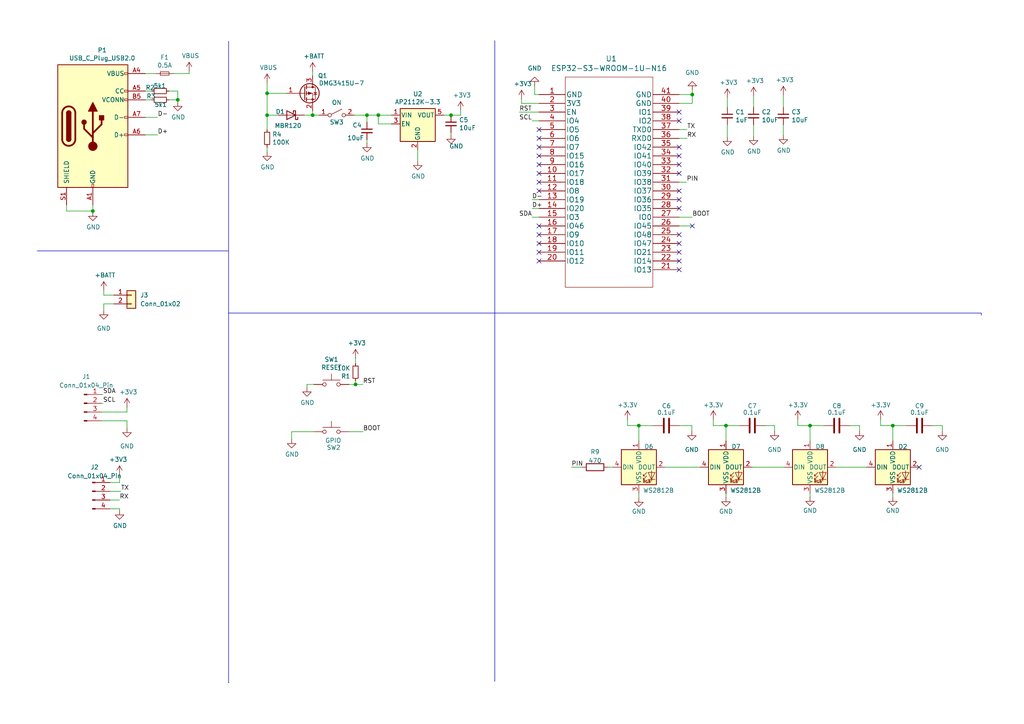
<source format=kicad_sch>
(kicad_sch (version 20230121) (generator eeschema)

  (uuid 3bd1d1f8-54bc-46fd-8763-4ee40cf8320e)

  (paper "A4")

  (title_block
    (date "2023-09-21")
    (rev "Edgar Capuchino")
  )

  (lib_symbols
    (symbol "Connector:Conn_01x04_Pin" (pin_names (offset 1.016) hide) (in_bom yes) (on_board yes)
      (property "Reference" "J" (at 0 5.08 0)
        (effects (font (size 1.27 1.27)))
      )
      (property "Value" "Conn_01x04_Pin" (at 0 -7.62 0)
        (effects (font (size 1.27 1.27)))
      )
      (property "Footprint" "" (at 0 0 0)
        (effects (font (size 1.27 1.27)) hide)
      )
      (property "Datasheet" "~" (at 0 0 0)
        (effects (font (size 1.27 1.27)) hide)
      )
      (property "ki_locked" "" (at 0 0 0)
        (effects (font (size 1.27 1.27)))
      )
      (property "ki_keywords" "connector" (at 0 0 0)
        (effects (font (size 1.27 1.27)) hide)
      )
      (property "ki_description" "Generic connector, single row, 01x04, script generated" (at 0 0 0)
        (effects (font (size 1.27 1.27)) hide)
      )
      (property "ki_fp_filters" "Connector*:*_1x??_*" (at 0 0 0)
        (effects (font (size 1.27 1.27)) hide)
      )
      (symbol "Conn_01x04_Pin_1_1"
        (polyline
          (pts
            (xy 1.27 -5.08)
            (xy 0.8636 -5.08)
          )
          (stroke (width 0.1524) (type default))
          (fill (type none))
        )
        (polyline
          (pts
            (xy 1.27 -2.54)
            (xy 0.8636 -2.54)
          )
          (stroke (width 0.1524) (type default))
          (fill (type none))
        )
        (polyline
          (pts
            (xy 1.27 0)
            (xy 0.8636 0)
          )
          (stroke (width 0.1524) (type default))
          (fill (type none))
        )
        (polyline
          (pts
            (xy 1.27 2.54)
            (xy 0.8636 2.54)
          )
          (stroke (width 0.1524) (type default))
          (fill (type none))
        )
        (rectangle (start 0.8636 -4.953) (end 0 -5.207)
          (stroke (width 0.1524) (type default))
          (fill (type outline))
        )
        (rectangle (start 0.8636 -2.413) (end 0 -2.667)
          (stroke (width 0.1524) (type default))
          (fill (type outline))
        )
        (rectangle (start 0.8636 0.127) (end 0 -0.127)
          (stroke (width 0.1524) (type default))
          (fill (type outline))
        )
        (rectangle (start 0.8636 2.667) (end 0 2.413)
          (stroke (width 0.1524) (type default))
          (fill (type outline))
        )
        (pin passive line (at 5.08 2.54 180) (length 3.81)
          (name "Pin_1" (effects (font (size 1.27 1.27))))
          (number "1" (effects (font (size 1.27 1.27))))
        )
        (pin passive line (at 5.08 0 180) (length 3.81)
          (name "Pin_2" (effects (font (size 1.27 1.27))))
          (number "2" (effects (font (size 1.27 1.27))))
        )
        (pin passive line (at 5.08 -2.54 180) (length 3.81)
          (name "Pin_3" (effects (font (size 1.27 1.27))))
          (number "3" (effects (font (size 1.27 1.27))))
        )
        (pin passive line (at 5.08 -5.08 180) (length 3.81)
          (name "Pin_4" (effects (font (size 1.27 1.27))))
          (number "4" (effects (font (size 1.27 1.27))))
        )
      )
    )
    (symbol "Connector_Generic:Conn_01x02" (pin_names (offset 1.016) hide) (in_bom yes) (on_board yes)
      (property "Reference" "J" (at 0 2.54 0)
        (effects (font (size 1.27 1.27)))
      )
      (property "Value" "Conn_01x02" (at 0 -5.08 0)
        (effects (font (size 1.27 1.27)))
      )
      (property "Footprint" "" (at 0 0 0)
        (effects (font (size 1.27 1.27)) hide)
      )
      (property "Datasheet" "~" (at 0 0 0)
        (effects (font (size 1.27 1.27)) hide)
      )
      (property "ki_keywords" "connector" (at 0 0 0)
        (effects (font (size 1.27 1.27)) hide)
      )
      (property "ki_description" "Generic connector, single row, 01x02, script generated (kicad-library-utils/schlib/autogen/connector/)" (at 0 0 0)
        (effects (font (size 1.27 1.27)) hide)
      )
      (property "ki_fp_filters" "Connector*:*_1x??_*" (at 0 0 0)
        (effects (font (size 1.27 1.27)) hide)
      )
      (symbol "Conn_01x02_1_1"
        (rectangle (start -1.27 -2.413) (end 0 -2.667)
          (stroke (width 0.1524) (type default))
          (fill (type none))
        )
        (rectangle (start -1.27 0.127) (end 0 -0.127)
          (stroke (width 0.1524) (type default))
          (fill (type none))
        )
        (rectangle (start -1.27 1.27) (end 1.27 -3.81)
          (stroke (width 0.254) (type default))
          (fill (type background))
        )
        (pin passive line (at -5.08 0 0) (length 3.81)
          (name "Pin_1" (effects (font (size 1.27 1.27))))
          (number "1" (effects (font (size 1.27 1.27))))
        )
        (pin passive line (at -5.08 -2.54 0) (length 3.81)
          (name "Pin_2" (effects (font (size 1.27 1.27))))
          (number "2" (effects (font (size 1.27 1.27))))
        )
      )
    )
    (symbol "Device:C" (pin_numbers hide) (pin_names (offset 0.254)) (in_bom yes) (on_board yes)
      (property "Reference" "C" (at 0.635 2.54 0)
        (effects (font (size 1.27 1.27)) (justify left))
      )
      (property "Value" "C" (at 0.635 -2.54 0)
        (effects (font (size 1.27 1.27)) (justify left))
      )
      (property "Footprint" "" (at 0.9652 -3.81 0)
        (effects (font (size 1.27 1.27)) hide)
      )
      (property "Datasheet" "~" (at 0 0 0)
        (effects (font (size 1.27 1.27)) hide)
      )
      (property "ki_keywords" "cap capacitor" (at 0 0 0)
        (effects (font (size 1.27 1.27)) hide)
      )
      (property "ki_description" "Unpolarized capacitor" (at 0 0 0)
        (effects (font (size 1.27 1.27)) hide)
      )
      (property "ki_fp_filters" "C_*" (at 0 0 0)
        (effects (font (size 1.27 1.27)) hide)
      )
      (symbol "C_0_1"
        (polyline
          (pts
            (xy -2.032 -0.762)
            (xy 2.032 -0.762)
          )
          (stroke (width 0.508) (type default))
          (fill (type none))
        )
        (polyline
          (pts
            (xy -2.032 0.762)
            (xy 2.032 0.762)
          )
          (stroke (width 0.508) (type default))
          (fill (type none))
        )
      )
      (symbol "C_1_1"
        (pin passive line (at 0 3.81 270) (length 2.794)
          (name "~" (effects (font (size 1.27 1.27))))
          (number "1" (effects (font (size 1.27 1.27))))
        )
        (pin passive line (at 0 -3.81 90) (length 2.794)
          (name "~" (effects (font (size 1.27 1.27))))
          (number "2" (effects (font (size 1.27 1.27))))
        )
      )
    )
    (symbol "Device:C_Small" (pin_numbers hide) (pin_names (offset 0.254) hide) (in_bom yes) (on_board yes)
      (property "Reference" "C" (at 0.254 1.778 0)
        (effects (font (size 1.27 1.27)) (justify left))
      )
      (property "Value" "C_Small" (at 0.254 -2.032 0)
        (effects (font (size 1.27 1.27)) (justify left))
      )
      (property "Footprint" "" (at 0 0 0)
        (effects (font (size 1.27 1.27)) hide)
      )
      (property "Datasheet" "~" (at 0 0 0)
        (effects (font (size 1.27 1.27)) hide)
      )
      (property "ki_keywords" "capacitor cap" (at 0 0 0)
        (effects (font (size 1.27 1.27)) hide)
      )
      (property "ki_description" "Unpolarized capacitor, small symbol" (at 0 0 0)
        (effects (font (size 1.27 1.27)) hide)
      )
      (property "ki_fp_filters" "C_*" (at 0 0 0)
        (effects (font (size 1.27 1.27)) hide)
      )
      (symbol "C_Small_0_1"
        (polyline
          (pts
            (xy -1.524 -0.508)
            (xy 1.524 -0.508)
          )
          (stroke (width 0.3302) (type default))
          (fill (type none))
        )
        (polyline
          (pts
            (xy -1.524 0.508)
            (xy 1.524 0.508)
          )
          (stroke (width 0.3048) (type default))
          (fill (type none))
        )
      )
      (symbol "C_Small_1_1"
        (pin passive line (at 0 2.54 270) (length 2.032)
          (name "~" (effects (font (size 1.27 1.27))))
          (number "1" (effects (font (size 1.27 1.27))))
        )
        (pin passive line (at 0 -2.54 90) (length 2.032)
          (name "~" (effects (font (size 1.27 1.27))))
          (number "2" (effects (font (size 1.27 1.27))))
        )
      )
    )
    (symbol "Device:Fuse_Small" (pin_numbers hide) (pin_names (offset 0.254) hide) (in_bom yes) (on_board yes)
      (property "Reference" "F" (at 0 -1.524 0)
        (effects (font (size 1.27 1.27)))
      )
      (property "Value" "Fuse_Small" (at 0 1.524 0)
        (effects (font (size 1.27 1.27)))
      )
      (property "Footprint" "" (at 0 0 0)
        (effects (font (size 1.27 1.27)) hide)
      )
      (property "Datasheet" "~" (at 0 0 0)
        (effects (font (size 1.27 1.27)) hide)
      )
      (property "ki_keywords" "fuse" (at 0 0 0)
        (effects (font (size 1.27 1.27)) hide)
      )
      (property "ki_description" "Fuse, small symbol" (at 0 0 0)
        (effects (font (size 1.27 1.27)) hide)
      )
      (property "ki_fp_filters" "SM*" (at 0 0 0)
        (effects (font (size 1.27 1.27)) hide)
      )
      (symbol "Fuse_Small_0_1"
        (rectangle (start -1.27 0.508) (end 1.27 -0.508)
          (stroke (width 0) (type default))
          (fill (type none))
        )
        (polyline
          (pts
            (xy -1.27 0)
            (xy 1.27 0)
          )
          (stroke (width 0) (type default))
          (fill (type none))
        )
      )
      (symbol "Fuse_Small_1_1"
        (pin passive line (at -2.54 0 0) (length 1.27)
          (name "~" (effects (font (size 1.27 1.27))))
          (number "1" (effects (font (size 1.27 1.27))))
        )
        (pin passive line (at 2.54 0 180) (length 1.27)
          (name "~" (effects (font (size 1.27 1.27))))
          (number "2" (effects (font (size 1.27 1.27))))
        )
      )
    )
    (symbol "Device:Q_PMOS_GSD" (pin_names (offset 0) hide) (in_bom yes) (on_board yes)
      (property "Reference" "Q" (at 5.08 1.27 0)
        (effects (font (size 1.27 1.27)) (justify left))
      )
      (property "Value" "Q_PMOS_GSD" (at 5.08 -1.27 0)
        (effects (font (size 1.27 1.27)) (justify left))
      )
      (property "Footprint" "" (at 5.08 2.54 0)
        (effects (font (size 1.27 1.27)) hide)
      )
      (property "Datasheet" "~" (at 0 0 0)
        (effects (font (size 1.27 1.27)) hide)
      )
      (property "ki_keywords" "transistor PMOS P-MOS P-MOSFET" (at 0 0 0)
        (effects (font (size 1.27 1.27)) hide)
      )
      (property "ki_description" "P-MOSFET transistor, gate/source/drain" (at 0 0 0)
        (effects (font (size 1.27 1.27)) hide)
      )
      (symbol "Q_PMOS_GSD_0_1"
        (polyline
          (pts
            (xy 0.254 0)
            (xy -2.54 0)
          )
          (stroke (width 0) (type default))
          (fill (type none))
        )
        (polyline
          (pts
            (xy 0.254 1.905)
            (xy 0.254 -1.905)
          )
          (stroke (width 0.254) (type default))
          (fill (type none))
        )
        (polyline
          (pts
            (xy 0.762 -1.27)
            (xy 0.762 -2.286)
          )
          (stroke (width 0.254) (type default))
          (fill (type none))
        )
        (polyline
          (pts
            (xy 0.762 0.508)
            (xy 0.762 -0.508)
          )
          (stroke (width 0.254) (type default))
          (fill (type none))
        )
        (polyline
          (pts
            (xy 0.762 2.286)
            (xy 0.762 1.27)
          )
          (stroke (width 0.254) (type default))
          (fill (type none))
        )
        (polyline
          (pts
            (xy 2.54 2.54)
            (xy 2.54 1.778)
          )
          (stroke (width 0) (type default))
          (fill (type none))
        )
        (polyline
          (pts
            (xy 2.54 -2.54)
            (xy 2.54 0)
            (xy 0.762 0)
          )
          (stroke (width 0) (type default))
          (fill (type none))
        )
        (polyline
          (pts
            (xy 0.762 1.778)
            (xy 3.302 1.778)
            (xy 3.302 -1.778)
            (xy 0.762 -1.778)
          )
          (stroke (width 0) (type default))
          (fill (type none))
        )
        (polyline
          (pts
            (xy 2.286 0)
            (xy 1.27 0.381)
            (xy 1.27 -0.381)
            (xy 2.286 0)
          )
          (stroke (width 0) (type default))
          (fill (type outline))
        )
        (polyline
          (pts
            (xy 2.794 -0.508)
            (xy 2.921 -0.381)
            (xy 3.683 -0.381)
            (xy 3.81 -0.254)
          )
          (stroke (width 0) (type default))
          (fill (type none))
        )
        (polyline
          (pts
            (xy 3.302 -0.381)
            (xy 2.921 0.254)
            (xy 3.683 0.254)
            (xy 3.302 -0.381)
          )
          (stroke (width 0) (type default))
          (fill (type none))
        )
        (circle (center 1.651 0) (radius 2.794)
          (stroke (width 0.254) (type default))
          (fill (type none))
        )
        (circle (center 2.54 -1.778) (radius 0.254)
          (stroke (width 0) (type default))
          (fill (type outline))
        )
        (circle (center 2.54 1.778) (radius 0.254)
          (stroke (width 0) (type default))
          (fill (type outline))
        )
      )
      (symbol "Q_PMOS_GSD_1_1"
        (pin input line (at -5.08 0 0) (length 2.54)
          (name "G" (effects (font (size 1.27 1.27))))
          (number "1" (effects (font (size 1.27 1.27))))
        )
        (pin passive line (at 2.54 -5.08 90) (length 2.54)
          (name "S" (effects (font (size 1.27 1.27))))
          (number "2" (effects (font (size 1.27 1.27))))
        )
        (pin passive line (at 2.54 5.08 270) (length 2.54)
          (name "D" (effects (font (size 1.27 1.27))))
          (number "3" (effects (font (size 1.27 1.27))))
        )
      )
    )
    (symbol "Device:R" (pin_numbers hide) (pin_names (offset 0)) (in_bom yes) (on_board yes)
      (property "Reference" "R" (at 2.032 0 90)
        (effects (font (size 1.27 1.27)))
      )
      (property "Value" "R" (at 0 0 90)
        (effects (font (size 1.27 1.27)))
      )
      (property "Footprint" "" (at -1.778 0 90)
        (effects (font (size 1.27 1.27)) hide)
      )
      (property "Datasheet" "~" (at 0 0 0)
        (effects (font (size 1.27 1.27)) hide)
      )
      (property "ki_keywords" "R res resistor" (at 0 0 0)
        (effects (font (size 1.27 1.27)) hide)
      )
      (property "ki_description" "Resistor" (at 0 0 0)
        (effects (font (size 1.27 1.27)) hide)
      )
      (property "ki_fp_filters" "R_*" (at 0 0 0)
        (effects (font (size 1.27 1.27)) hide)
      )
      (symbol "R_0_1"
        (rectangle (start -1.016 -2.54) (end 1.016 2.54)
          (stroke (width 0.254) (type default))
          (fill (type none))
        )
      )
      (symbol "R_1_1"
        (pin passive line (at 0 3.81 270) (length 1.27)
          (name "~" (effects (font (size 1.27 1.27))))
          (number "1" (effects (font (size 1.27 1.27))))
        )
        (pin passive line (at 0 -3.81 90) (length 1.27)
          (name "~" (effects (font (size 1.27 1.27))))
          (number "2" (effects (font (size 1.27 1.27))))
        )
      )
    )
    (symbol "Device:R_Small" (pin_numbers hide) (pin_names (offset 0.254) hide) (in_bom yes) (on_board yes)
      (property "Reference" "R" (at 0.762 0.508 0)
        (effects (font (size 1.27 1.27)) (justify left))
      )
      (property "Value" "R_Small" (at 0.762 -1.016 0)
        (effects (font (size 1.27 1.27)) (justify left))
      )
      (property "Footprint" "" (at 0 0 0)
        (effects (font (size 1.27 1.27)) hide)
      )
      (property "Datasheet" "~" (at 0 0 0)
        (effects (font (size 1.27 1.27)) hide)
      )
      (property "ki_keywords" "R resistor" (at 0 0 0)
        (effects (font (size 1.27 1.27)) hide)
      )
      (property "ki_description" "Resistor, small symbol" (at 0 0 0)
        (effects (font (size 1.27 1.27)) hide)
      )
      (property "ki_fp_filters" "R_*" (at 0 0 0)
        (effects (font (size 1.27 1.27)) hide)
      )
      (symbol "R_Small_0_1"
        (rectangle (start -0.762 1.778) (end 0.762 -1.778)
          (stroke (width 0.2032) (type default))
          (fill (type none))
        )
      )
      (symbol "R_Small_1_1"
        (pin passive line (at 0 2.54 270) (length 0.762)
          (name "~" (effects (font (size 1.27 1.27))))
          (number "1" (effects (font (size 1.27 1.27))))
        )
        (pin passive line (at 0 -2.54 90) (length 0.762)
          (name "~" (effects (font (size 1.27 1.27))))
          (number "2" (effects (font (size 1.27 1.27))))
        )
      )
    )
    (symbol "Diode:MBR340" (pin_numbers hide) (pin_names (offset 1.016) hide) (in_bom yes) (on_board yes)
      (property "Reference" "D" (at 0 2.54 0)
        (effects (font (size 1.27 1.27)))
      )
      (property "Value" "MBR340" (at 0 -2.54 0)
        (effects (font (size 1.27 1.27)))
      )
      (property "Footprint" "Diode_THT:D_DO-201AD_P15.24mm_Horizontal" (at 0 -4.445 0)
        (effects (font (size 1.27 1.27)) hide)
      )
      (property "Datasheet" "http://www.onsemi.com/pub_link/Collateral/MBR340-D.PDF" (at 0 0 0)
        (effects (font (size 1.27 1.27)) hide)
      )
      (property "ki_keywords" "diode Schottky" (at 0 0 0)
        (effects (font (size 1.27 1.27)) hide)
      )
      (property "ki_description" "40V 3A Schottky Barrier Rectifier Diode, DO-201AD" (at 0 0 0)
        (effects (font (size 1.27 1.27)) hide)
      )
      (property "ki_fp_filters" "D*DO?201AD*" (at 0 0 0)
        (effects (font (size 1.27 1.27)) hide)
      )
      (symbol "MBR340_0_1"
        (polyline
          (pts
            (xy 1.27 0)
            (xy -1.27 0)
          )
          (stroke (width 0) (type default))
          (fill (type none))
        )
        (polyline
          (pts
            (xy 1.27 1.27)
            (xy 1.27 -1.27)
            (xy -1.27 0)
            (xy 1.27 1.27)
          )
          (stroke (width 0.254) (type default))
          (fill (type none))
        )
        (polyline
          (pts
            (xy -1.905 0.635)
            (xy -1.905 1.27)
            (xy -1.27 1.27)
            (xy -1.27 -1.27)
            (xy -0.635 -1.27)
            (xy -0.635 -0.635)
          )
          (stroke (width 0.254) (type default))
          (fill (type none))
        )
      )
      (symbol "MBR340_1_1"
        (pin passive line (at -3.81 0 0) (length 2.54)
          (name "K" (effects (font (size 1.27 1.27))))
          (number "1" (effects (font (size 1.27 1.27))))
        )
        (pin passive line (at 3.81 0 180) (length 2.54)
          (name "A" (effects (font (size 1.27 1.27))))
          (number "2" (effects (font (size 1.27 1.27))))
        )
      )
    )
    (symbol "ESP32-S3-WROOM:ESP32-S3-WROOM-1-N8" (pin_names (offset 0.254)) (in_bom yes) (on_board yes)
      (property "Reference" "U1" (at -0.127 34.417 0)
        (effects (font (size 1.524 1.524)))
      )
      (property "Value" "ESP32-S3-WROOM-1U-N16" (at -0.762 31.623 0)
        (effects (font (size 1.524 1.524)))
      )
      (property "Footprint" "RF_Module:ESP32-S3-WROOM-1U" (at -0.762 30.099 0)
        (effects (font (size 1.524 1.524)) hide)
      )
      (property "Datasheet" "https://www.espressif.com/sites/default/files/documentation/esp32-s3-wroom-1_wroom-1u_datasheet_en.pdf" (at 0 0 0)
        (effects (font (size 1.524 1.524)) hide)
      )
      (property "manf#" "ESP32-S3-WROOM-1U-N16" (at -21.082 24.003 0)
        (effects (font (size 1.27 1.27)) hide)
      )
      (property "provedor" "MOUSER" (at -21.082 24.003 0)
        (effects (font (size 1.27 1.27)) hide)
      )
      (property "ki_locked" "" (at 0 0 0)
        (effects (font (size 1.27 1.27)))
      )
      (property "ki_fp_filters" "ESP32-S3-WROOM-1-N8_EXP" (at 0 0 0)
        (effects (font (size 1.27 1.27)) hide)
      )
      (symbol "ESP32-S3-WROOM-1-N8_1_1"
        (polyline
          (pts
            (xy -13.462 -31.877)
            (xy 11.938 -31.877)
          )
          (stroke (width 0.127) (type default))
          (fill (type none))
        )
        (polyline
          (pts
            (xy -13.462 29.083)
            (xy -13.462 -31.877)
          )
          (stroke (width 0.127) (type default))
          (fill (type none))
        )
        (polyline
          (pts
            (xy 11.938 -31.877)
            (xy 11.938 29.083)
          )
          (stroke (width 0.127) (type default))
          (fill (type none))
        )
        (polyline
          (pts
            (xy 11.938 29.083)
            (xy -13.462 29.083)
          )
          (stroke (width 0.127) (type default))
          (fill (type none))
        )
        (pin power_in line (at -21.082 24.003 0) (length 7.62)
          (name "GND" (effects (font (size 1.4986 1.4986))))
          (number "1" (effects (font (size 1.4986 1.4986))))
        )
        (pin bidirectional line (at -21.082 1.143 0) (length 7.62)
          (name "IO17" (effects (font (size 1.4986 1.4986))))
          (number "10" (effects (font (size 1.4986 1.4986))))
        )
        (pin bidirectional line (at -21.082 -1.397 0) (length 7.62)
          (name "IO18" (effects (font (size 1.4986 1.4986))))
          (number "11" (effects (font (size 1.4986 1.4986))))
        )
        (pin bidirectional line (at -21.082 -3.937 0) (length 7.62)
          (name "IO8" (effects (font (size 1.4986 1.4986))))
          (number "12" (effects (font (size 1.4986 1.4986))))
        )
        (pin bidirectional line (at -21.082 -6.477 0) (length 7.62)
          (name "IO19" (effects (font (size 1.4986 1.4986))))
          (number "13" (effects (font (size 1.4986 1.4986))))
        )
        (pin bidirectional line (at -21.082 -9.017 0) (length 7.62)
          (name "IO20" (effects (font (size 1.4986 1.4986))))
          (number "14" (effects (font (size 1.4986 1.4986))))
        )
        (pin bidirectional line (at -21.082 -11.557 0) (length 7.62)
          (name "IO3" (effects (font (size 1.4986 1.4986))))
          (number "15" (effects (font (size 1.4986 1.4986))))
        )
        (pin bidirectional line (at -21.082 -14.097 0) (length 7.62)
          (name "IO46" (effects (font (size 1.4986 1.4986))))
          (number "16" (effects (font (size 1.4986 1.4986))))
        )
        (pin bidirectional line (at -21.082 -16.637 0) (length 7.62)
          (name "IO9" (effects (font (size 1.4986 1.4986))))
          (number "17" (effects (font (size 1.4986 1.4986))))
        )
        (pin bidirectional line (at -21.082 -19.177 0) (length 7.62)
          (name "IO10" (effects (font (size 1.4986 1.4986))))
          (number "18" (effects (font (size 1.4986 1.4986))))
        )
        (pin bidirectional line (at -21.082 -21.717 0) (length 7.62)
          (name "IO11" (effects (font (size 1.4986 1.4986))))
          (number "19" (effects (font (size 1.4986 1.4986))))
        )
        (pin power_in line (at -21.082 21.463 0) (length 7.62)
          (name "3V3" (effects (font (size 1.4986 1.4986))))
          (number "2" (effects (font (size 1.4986 1.4986))))
        )
        (pin bidirectional line (at -21.082 -24.257 0) (length 7.62)
          (name "IO12" (effects (font (size 1.4986 1.4986))))
          (number "20" (effects (font (size 1.4986 1.4986))))
        )
        (pin bidirectional line (at 19.558 -26.797 180) (length 7.62)
          (name "IO13" (effects (font (size 1.4986 1.4986))))
          (number "21" (effects (font (size 1.4986 1.4986))))
        )
        (pin bidirectional line (at 19.558 -24.257 180) (length 7.62)
          (name "IO14" (effects (font (size 1.4986 1.4986))))
          (number "22" (effects (font (size 1.4986 1.4986))))
        )
        (pin bidirectional line (at 19.558 -21.717 180) (length 7.62)
          (name "IO21" (effects (font (size 1.4986 1.4986))))
          (number "23" (effects (font (size 1.4986 1.4986))))
        )
        (pin bidirectional line (at 19.558 -19.177 180) (length 7.62)
          (name "IO47" (effects (font (size 1.4986 1.4986))))
          (number "24" (effects (font (size 1.4986 1.4986))))
        )
        (pin bidirectional line (at 19.558 -16.637 180) (length 7.62)
          (name "IO48" (effects (font (size 1.4986 1.4986))))
          (number "25" (effects (font (size 1.4986 1.4986))))
        )
        (pin bidirectional line (at 19.558 -14.097 180) (length 7.62)
          (name "IO45" (effects (font (size 1.4986 1.4986))))
          (number "26" (effects (font (size 1.4986 1.4986))))
        )
        (pin bidirectional line (at 19.558 -11.557 180) (length 7.62)
          (name "IO0" (effects (font (size 1.4986 1.4986))))
          (number "27" (effects (font (size 1.4986 1.4986))))
        )
        (pin bidirectional line (at 19.558 -9.017 180) (length 7.62)
          (name "IO35" (effects (font (size 1.4986 1.4986))))
          (number "28" (effects (font (size 1.4986 1.4986))))
        )
        (pin bidirectional line (at 19.558 -6.477 180) (length 7.62)
          (name "IO36" (effects (font (size 1.4986 1.4986))))
          (number "29" (effects (font (size 1.4986 1.4986))))
        )
        (pin input line (at -21.082 18.923 0) (length 7.62)
          (name "EN" (effects (font (size 1.4986 1.4986))))
          (number "3" (effects (font (size 1.4986 1.4986))))
        )
        (pin bidirectional line (at 19.558 -3.937 180) (length 7.62)
          (name "IO37" (effects (font (size 1.4986 1.4986))))
          (number "30" (effects (font (size 1.4986 1.4986))))
        )
        (pin bidirectional line (at 19.558 -1.397 180) (length 7.62)
          (name "IO38" (effects (font (size 1.4986 1.4986))))
          (number "31" (effects (font (size 1.4986 1.4986))))
        )
        (pin bidirectional line (at 19.558 1.143 180) (length 7.62)
          (name "IO39" (effects (font (size 1.4986 1.4986))))
          (number "32" (effects (font (size 1.4986 1.4986))))
        )
        (pin bidirectional line (at 19.558 3.683 180) (length 7.62)
          (name "IO40" (effects (font (size 1.4986 1.4986))))
          (number "33" (effects (font (size 1.4986 1.4986))))
        )
        (pin bidirectional line (at 19.558 6.223 180) (length 7.62)
          (name "IO41" (effects (font (size 1.4986 1.4986))))
          (number "34" (effects (font (size 1.4986 1.4986))))
        )
        (pin bidirectional line (at 19.558 8.763 180) (length 7.62)
          (name "IO42" (effects (font (size 1.4986 1.4986))))
          (number "35" (effects (font (size 1.4986 1.4986))))
        )
        (pin bidirectional line (at 19.558 11.303 180) (length 7.62)
          (name "RXD0" (effects (font (size 1.4986 1.4986))))
          (number "36" (effects (font (size 1.4986 1.4986))))
        )
        (pin bidirectional line (at 19.558 13.843 180) (length 7.62)
          (name "TXD0" (effects (font (size 1.4986 1.4986))))
          (number "37" (effects (font (size 1.4986 1.4986))))
        )
        (pin bidirectional line (at 19.558 16.383 180) (length 7.62)
          (name "IO2" (effects (font (size 1.4986 1.4986))))
          (number "38" (effects (font (size 1.4986 1.4986))))
        )
        (pin bidirectional line (at 19.558 18.923 180) (length 7.62)
          (name "IO1" (effects (font (size 1.4986 1.4986))))
          (number "39" (effects (font (size 1.4986 1.4986))))
        )
        (pin bidirectional line (at -21.082 16.383 0) (length 7.62)
          (name "IO4" (effects (font (size 1.4986 1.4986))))
          (number "4" (effects (font (size 1.4986 1.4986))))
        )
        (pin power_in line (at 19.558 21.463 180) (length 7.62)
          (name "GND" (effects (font (size 1.4986 1.4986))))
          (number "40" (effects (font (size 1.4986 1.4986))))
        )
        (pin power_in line (at 19.558 24.003 180) (length 7.62)
          (name "GND" (effects (font (size 1.4986 1.4986))))
          (number "41" (effects (font (size 1.4986 1.4986))))
        )
        (pin bidirectional line (at -21.082 13.843 0) (length 7.62)
          (name "IO5" (effects (font (size 1.4986 1.4986))))
          (number "5" (effects (font (size 1.4986 1.4986))))
        )
        (pin bidirectional line (at -21.082 11.303 0) (length 7.62)
          (name "IO6" (effects (font (size 1.4986 1.4986))))
          (number "6" (effects (font (size 1.4986 1.4986))))
        )
        (pin bidirectional line (at -21.082 8.763 0) (length 7.62)
          (name "IO7" (effects (font (size 1.4986 1.4986))))
          (number "7" (effects (font (size 1.4986 1.4986))))
        )
        (pin bidirectional line (at -21.082 6.223 0) (length 7.62)
          (name "IO15" (effects (font (size 1.4986 1.4986))))
          (number "8" (effects (font (size 1.4986 1.4986))))
        )
        (pin bidirectional line (at -21.082 3.683 0) (length 7.62)
          (name "IO16" (effects (font (size 1.4986 1.4986))))
          (number "9" (effects (font (size 1.4986 1.4986))))
        )
      )
    )
    (symbol "GND_11" (power) (pin_names (offset 0)) (in_bom yes) (on_board yes)
      (property "Reference" "#PWR" (at 0 -6.35 0)
        (effects (font (size 1.27 1.27)) hide)
      )
      (property "Value" "GND_11" (at 0 -3.81 0)
        (effects (font (size 1.27 1.27)))
      )
      (property "Footprint" "" (at 0 0 0)
        (effects (font (size 1.27 1.27)) hide)
      )
      (property "Datasheet" "" (at 0 0 0)
        (effects (font (size 1.27 1.27)) hide)
      )
      (property "ki_keywords" "global power" (at 0 0 0)
        (effects (font (size 1.27 1.27)) hide)
      )
      (property "ki_description" "Power symbol creates a global label with name \"GND\" , ground" (at 0 0 0)
        (effects (font (size 1.27 1.27)) hide)
      )
      (symbol "GND_11_0_1"
        (polyline
          (pts
            (xy 0 0)
            (xy 0 -1.27)
            (xy 1.27 -1.27)
            (xy 0 -2.54)
            (xy -1.27 -1.27)
            (xy 0 -1.27)
          )
          (stroke (width 0) (type default))
          (fill (type none))
        )
      )
      (symbol "GND_11_1_1"
        (pin power_in line (at 0 0 270) (length 0) hide
          (name "GND" (effects (font (size 1.27 1.27))))
          (number "1" (effects (font (size 1.27 1.27))))
        )
      )
    )
    (symbol "GND_12" (power) (pin_names (offset 0)) (in_bom yes) (on_board yes)
      (property "Reference" "#PWR" (at 0 -6.35 0)
        (effects (font (size 1.27 1.27)) hide)
      )
      (property "Value" "GND_12" (at 0 -3.81 0)
        (effects (font (size 1.27 1.27)))
      )
      (property "Footprint" "" (at 0 0 0)
        (effects (font (size 1.27 1.27)) hide)
      )
      (property "Datasheet" "" (at 0 0 0)
        (effects (font (size 1.27 1.27)) hide)
      )
      (property "ki_keywords" "global power" (at 0 0 0)
        (effects (font (size 1.27 1.27)) hide)
      )
      (property "ki_description" "Power symbol creates a global label with name \"GND\" , ground" (at 0 0 0)
        (effects (font (size 1.27 1.27)) hide)
      )
      (symbol "GND_12_0_1"
        (polyline
          (pts
            (xy 0 0)
            (xy 0 -1.27)
            (xy 1.27 -1.27)
            (xy 0 -2.54)
            (xy -1.27 -1.27)
            (xy 0 -1.27)
          )
          (stroke (width 0) (type default))
          (fill (type none))
        )
      )
      (symbol "GND_12_1_1"
        (pin power_in line (at 0 0 270) (length 0) hide
          (name "GND" (effects (font (size 1.27 1.27))))
          (number "1" (effects (font (size 1.27 1.27))))
        )
      )
    )
    (symbol "GND_13" (power) (pin_names (offset 0)) (in_bom yes) (on_board yes)
      (property "Reference" "#PWR" (at 0 -6.35 0)
        (effects (font (size 1.27 1.27)) hide)
      )
      (property "Value" "GND_13" (at 0 -3.81 0)
        (effects (font (size 1.27 1.27)))
      )
      (property "Footprint" "" (at 0 0 0)
        (effects (font (size 1.27 1.27)) hide)
      )
      (property "Datasheet" "" (at 0 0 0)
        (effects (font (size 1.27 1.27)) hide)
      )
      (property "ki_keywords" "global power" (at 0 0 0)
        (effects (font (size 1.27 1.27)) hide)
      )
      (property "ki_description" "Power symbol creates a global label with name \"GND\" , ground" (at 0 0 0)
        (effects (font (size 1.27 1.27)) hide)
      )
      (symbol "GND_13_0_1"
        (polyline
          (pts
            (xy 0 0)
            (xy 0 -1.27)
            (xy 1.27 -1.27)
            (xy 0 -2.54)
            (xy -1.27 -1.27)
            (xy 0 -1.27)
          )
          (stroke (width 0) (type default))
          (fill (type none))
        )
      )
      (symbol "GND_13_1_1"
        (pin power_in line (at 0 0 270) (length 0) hide
          (name "GND" (effects (font (size 1.27 1.27))))
          (number "1" (effects (font (size 1.27 1.27))))
        )
      )
    )
    (symbol "GND_14" (power) (pin_names (offset 0)) (in_bom yes) (on_board yes)
      (property "Reference" "#PWR" (at 0 -6.35 0)
        (effects (font (size 1.27 1.27)) hide)
      )
      (property "Value" "GND_14" (at 0 -3.81 0)
        (effects (font (size 1.27 1.27)))
      )
      (property "Footprint" "" (at 0 0 0)
        (effects (font (size 1.27 1.27)) hide)
      )
      (property "Datasheet" "" (at 0 0 0)
        (effects (font (size 1.27 1.27)) hide)
      )
      (property "ki_keywords" "global power" (at 0 0 0)
        (effects (font (size 1.27 1.27)) hide)
      )
      (property "ki_description" "Power symbol creates a global label with name \"GND\" , ground" (at 0 0 0)
        (effects (font (size 1.27 1.27)) hide)
      )
      (symbol "GND_14_0_1"
        (polyline
          (pts
            (xy 0 0)
            (xy 0 -1.27)
            (xy 1.27 -1.27)
            (xy 0 -2.54)
            (xy -1.27 -1.27)
            (xy 0 -1.27)
          )
          (stroke (width 0) (type default))
          (fill (type none))
        )
      )
      (symbol "GND_14_1_1"
        (pin power_in line (at 0 0 270) (length 0) hide
          (name "GND" (effects (font (size 1.27 1.27))))
          (number "1" (effects (font (size 1.27 1.27))))
        )
      )
    )
    (symbol "GND_15" (power) (pin_names (offset 0)) (in_bom yes) (on_board yes)
      (property "Reference" "#PWR" (at 0 -6.35 0)
        (effects (font (size 1.27 1.27)) hide)
      )
      (property "Value" "GND_15" (at 0 -3.81 0)
        (effects (font (size 1.27 1.27)))
      )
      (property "Footprint" "" (at 0 0 0)
        (effects (font (size 1.27 1.27)) hide)
      )
      (property "Datasheet" "" (at 0 0 0)
        (effects (font (size 1.27 1.27)) hide)
      )
      (property "ki_keywords" "global power" (at 0 0 0)
        (effects (font (size 1.27 1.27)) hide)
      )
      (property "ki_description" "Power symbol creates a global label with name \"GND\" , ground" (at 0 0 0)
        (effects (font (size 1.27 1.27)) hide)
      )
      (symbol "GND_15_0_1"
        (polyline
          (pts
            (xy 0 0)
            (xy 0 -1.27)
            (xy 1.27 -1.27)
            (xy 0 -2.54)
            (xy -1.27 -1.27)
            (xy 0 -1.27)
          )
          (stroke (width 0) (type default))
          (fill (type none))
        )
      )
      (symbol "GND_15_1_1"
        (pin power_in line (at 0 0 270) (length 0) hide
          (name "GND" (effects (font (size 1.27 1.27))))
          (number "1" (effects (font (size 1.27 1.27))))
        )
      )
    )
    (symbol "GND_16" (power) (pin_names (offset 0)) (in_bom yes) (on_board yes)
      (property "Reference" "#PWR" (at 0 -6.35 0)
        (effects (font (size 1.27 1.27)) hide)
      )
      (property "Value" "GND_16" (at 0 -3.81 0)
        (effects (font (size 1.27 1.27)))
      )
      (property "Footprint" "" (at 0 0 0)
        (effects (font (size 1.27 1.27)) hide)
      )
      (property "Datasheet" "" (at 0 0 0)
        (effects (font (size 1.27 1.27)) hide)
      )
      (property "ki_keywords" "global power" (at 0 0 0)
        (effects (font (size 1.27 1.27)) hide)
      )
      (property "ki_description" "Power symbol creates a global label with name \"GND\" , ground" (at 0 0 0)
        (effects (font (size 1.27 1.27)) hide)
      )
      (symbol "GND_16_0_1"
        (polyline
          (pts
            (xy 0 0)
            (xy 0 -1.27)
            (xy 1.27 -1.27)
            (xy 0 -2.54)
            (xy -1.27 -1.27)
            (xy 0 -1.27)
          )
          (stroke (width 0) (type default))
          (fill (type none))
        )
      )
      (symbol "GND_16_1_1"
        (pin power_in line (at 0 0 270) (length 0) hide
          (name "GND" (effects (font (size 1.27 1.27))))
          (number "1" (effects (font (size 1.27 1.27))))
        )
      )
    )
    (symbol "HunterCat-NFC-rescue:AP2112K-3.3-Regulator_Linear" (pin_names (offset 0.254)) (in_bom yes) (on_board yes)
      (property "Reference" "U" (at -5.08 5.715 0)
        (effects (font (size 1.27 1.27)) (justify left))
      )
      (property "Value" "AP2112K-3.3-Regulator_Linear" (at 0 5.715 0)
        (effects (font (size 1.27 1.27)) (justify left))
      )
      (property "Footprint" "Package_TO_SOT_SMD:SOT-23-5" (at 0 8.255 0)
        (effects (font (size 1.27 1.27)) hide)
      )
      (property "Datasheet" "" (at 0 2.54 0)
        (effects (font (size 1.27 1.27)) hide)
      )
      (property "ki_fp_filters" "SOT?23?5*" (at 0 0 0)
        (effects (font (size 1.27 1.27)) hide)
      )
      (symbol "AP2112K-3.3-Regulator_Linear_0_1"
        (rectangle (start -5.08 4.445) (end 5.08 -5.08)
          (stroke (width 0.254) (type default))
          (fill (type background))
        )
      )
      (symbol "AP2112K-3.3-Regulator_Linear_1_1"
        (pin power_in line (at -7.62 2.54 0) (length 2.54)
          (name "VIN" (effects (font (size 1.27 1.27))))
          (number "1" (effects (font (size 1.27 1.27))))
        )
        (pin power_in line (at 0 -7.62 90) (length 2.54)
          (name "GND" (effects (font (size 1.27 1.27))))
          (number "2" (effects (font (size 1.27 1.27))))
        )
        (pin input line (at -7.62 0 0) (length 2.54)
          (name "EN" (effects (font (size 1.27 1.27))))
          (number "3" (effects (font (size 1.27 1.27))))
        )
        (pin no_connect line (at 7.62 0 180) (length 2.54) hide
          (name "NC" (effects (font (size 1.27 1.27))))
          (number "4" (effects (font (size 1.27 1.27))))
        )
        (pin power_out line (at 7.62 2.54 180) (length 2.54)
          (name "VOUT" (effects (font (size 1.27 1.27))))
          (number "5" (effects (font (size 1.27 1.27))))
        )
      )
    )
    (symbol "HunterCat-NFC-rescue:USB_C_Plug_USB2.0-Connector" (pin_names (offset 1.016)) (in_bom yes) (on_board yes)
      (property "Reference" "P" (at -10.16 19.05 0)
        (effects (font (size 1.27 1.27)) (justify left))
      )
      (property "Value" "USB_C_Plug_USB2.0-Connector" (at 12.7 19.05 0)
        (effects (font (size 1.27 1.27)) (justify right))
      )
      (property "Footprint" "" (at 3.81 0 0)
        (effects (font (size 1.27 1.27)) hide)
      )
      (property "Datasheet" "" (at 3.81 0 0)
        (effects (font (size 1.27 1.27)) hide)
      )
      (property "ki_fp_filters" "USB*C*Plug*" (at 0 0 0)
        (effects (font (size 1.27 1.27)) hide)
      )
      (symbol "USB_C_Plug_USB2.0-Connector_0_0"
        (rectangle (start -0.254 -17.78) (end 0.254 -16.764)
          (stroke (width 0) (type default))
          (fill (type none))
        )
        (rectangle (start 10.16 -2.286) (end 9.144 -2.794)
          (stroke (width 0) (type default))
          (fill (type none))
        )
        (rectangle (start 10.16 2.794) (end 9.144 2.286)
          (stroke (width 0) (type default))
          (fill (type none))
        )
        (rectangle (start 10.16 7.874) (end 9.144 7.366)
          (stroke (width 0) (type default))
          (fill (type none))
        )
        (rectangle (start 10.16 10.414) (end 9.144 9.906)
          (stroke (width 0) (type default))
          (fill (type none))
        )
        (rectangle (start 10.16 15.494) (end 9.144 14.986)
          (stroke (width 0) (type default))
          (fill (type none))
        )
      )
      (symbol "USB_C_Plug_USB2.0-Connector_0_1"
        (rectangle (start -10.16 17.78) (end 10.16 -17.78)
          (stroke (width 0.254) (type default))
          (fill (type background))
        )
        (arc (start -8.89 -3.81) (mid -6.985 -5.7067) (end -5.08 -3.81)
          (stroke (width 0.508) (type default))
          (fill (type none))
        )
        (arc (start -7.62 -3.81) (mid -6.985 -4.4423) (end -6.35 -3.81)
          (stroke (width 0.254) (type default))
          (fill (type none))
        )
        (arc (start -7.62 -3.81) (mid -6.985 -4.4423) (end -6.35 -3.81)
          (stroke (width 0.254) (type default))
          (fill (type outline))
        )
        (rectangle (start -7.62 -3.81) (end -6.35 3.81)
          (stroke (width 0.254) (type default))
          (fill (type outline))
        )
        (arc (start -6.35 3.81) (mid -6.985 4.4423) (end -7.62 3.81)
          (stroke (width 0.254) (type default))
          (fill (type none))
        )
        (arc (start -6.35 3.81) (mid -6.985 4.4423) (end -7.62 3.81)
          (stroke (width 0.254) (type default))
          (fill (type outline))
        )
        (arc (start -5.08 3.81) (mid -6.985 5.7067) (end -8.89 3.81)
          (stroke (width 0.508) (type default))
          (fill (type none))
        )
        (circle (center -2.54 1.143) (radius 0.635)
          (stroke (width 0.254) (type default))
          (fill (type outline))
        )
        (circle (center 0 -5.842) (radius 1.27)
          (stroke (width 0) (type default))
          (fill (type outline))
        )
        (polyline
          (pts
            (xy -8.89 -3.81)
            (xy -8.89 3.81)
          )
          (stroke (width 0.508) (type default))
          (fill (type none))
        )
        (polyline
          (pts
            (xy -5.08 3.81)
            (xy -5.08 -3.81)
          )
          (stroke (width 0.508) (type default))
          (fill (type none))
        )
        (polyline
          (pts
            (xy 0 -5.842)
            (xy 0 4.318)
          )
          (stroke (width 0.508) (type default))
          (fill (type none))
        )
        (polyline
          (pts
            (xy 0 -3.302)
            (xy -2.54 -0.762)
            (xy -2.54 0.508)
          )
          (stroke (width 0.508) (type default))
          (fill (type none))
        )
        (polyline
          (pts
            (xy 0 -2.032)
            (xy 2.54 0.508)
            (xy 2.54 1.778)
          )
          (stroke (width 0.508) (type default))
          (fill (type none))
        )
        (polyline
          (pts
            (xy -1.27 4.318)
            (xy 0 6.858)
            (xy 1.27 4.318)
            (xy -1.27 4.318)
          )
          (stroke (width 0.254) (type default))
          (fill (type outline))
        )
        (rectangle (start 1.905 1.778) (end 3.175 3.048)
          (stroke (width 0.254) (type default))
          (fill (type outline))
        )
      )
      (symbol "USB_C_Plug_USB2.0-Connector_1_1"
        (pin power_in line (at 0 -22.86 90) (length 5.08)
          (name "GND" (effects (font (size 1.27 1.27))))
          (number "A1" (effects (font (size 1.27 1.27))))
        )
        (pin passive line (at 0 -22.86 90) (length 5.08) hide
          (name "GND" (effects (font (size 1.27 1.27))))
          (number "A12" (effects (font (size 1.27 1.27))))
        )
        (pin power_in line (at 15.24 15.24 180) (length 5.08)
          (name "VBUS" (effects (font (size 1.27 1.27))))
          (number "A4" (effects (font (size 1.27 1.27))))
        )
        (pin bidirectional line (at 15.24 10.16 180) (length 5.08)
          (name "CC" (effects (font (size 1.27 1.27))))
          (number "A5" (effects (font (size 1.27 1.27))))
        )
        (pin bidirectional line (at 15.24 -2.54 180) (length 5.08)
          (name "D+" (effects (font (size 1.27 1.27))))
          (number "A6" (effects (font (size 1.27 1.27))))
        )
        (pin bidirectional line (at 15.24 2.54 180) (length 5.08)
          (name "D-" (effects (font (size 1.27 1.27))))
          (number "A7" (effects (font (size 1.27 1.27))))
        )
        (pin passive line (at 15.24 15.24 180) (length 5.08) hide
          (name "VBUS" (effects (font (size 1.27 1.27))))
          (number "A9" (effects (font (size 1.27 1.27))))
        )
        (pin passive line (at 0 -22.86 90) (length 5.08) hide
          (name "GND" (effects (font (size 1.27 1.27))))
          (number "B1" (effects (font (size 1.27 1.27))))
        )
        (pin passive line (at 0 -22.86 90) (length 5.08) hide
          (name "GND" (effects (font (size 1.27 1.27))))
          (number "B12" (effects (font (size 1.27 1.27))))
        )
        (pin passive line (at 15.24 15.24 180) (length 5.08) hide
          (name "VBUS" (effects (font (size 1.27 1.27))))
          (number "B4" (effects (font (size 1.27 1.27))))
        )
        (pin bidirectional line (at 15.24 7.62 180) (length 5.08)
          (name "VCONN" (effects (font (size 1.27 1.27))))
          (number "B5" (effects (font (size 1.27 1.27))))
        )
        (pin passive line (at 15.24 15.24 180) (length 5.08) hide
          (name "VBUS" (effects (font (size 1.27 1.27))))
          (number "B9" (effects (font (size 1.27 1.27))))
        )
        (pin passive line (at -7.62 -22.86 90) (length 5.08)
          (name "SHIELD" (effects (font (size 1.27 1.27))))
          (number "S1" (effects (font (size 1.27 1.27))))
        )
      )
    )
    (symbol "LED:WS2812B" (pin_names (offset 0.254)) (in_bom yes) (on_board yes)
      (property "Reference" "D" (at 5.08 5.715 0)
        (effects (font (size 1.27 1.27)) (justify right bottom))
      )
      (property "Value" "WS2812B" (at 1.27 -5.715 0)
        (effects (font (size 1.27 1.27)) (justify left top))
      )
      (property "Footprint" "LED_SMD:LED_WS2812B_PLCC4_5.0x5.0mm_P3.2mm" (at 1.27 -7.62 0)
        (effects (font (size 1.27 1.27)) (justify left top) hide)
      )
      (property "Datasheet" "https://cdn-shop.adafruit.com/datasheets/WS2812B.pdf" (at 2.54 -9.525 0)
        (effects (font (size 1.27 1.27)) (justify left top) hide)
      )
      (property "ki_keywords" "RGB LED NeoPixel addressable" (at 0 0 0)
        (effects (font (size 1.27 1.27)) hide)
      )
      (property "ki_description" "RGB LED with integrated controller" (at 0 0 0)
        (effects (font (size 1.27 1.27)) hide)
      )
      (property "ki_fp_filters" "LED*WS2812*PLCC*5.0x5.0mm*P3.2mm*" (at 0 0 0)
        (effects (font (size 1.27 1.27)) hide)
      )
      (symbol "WS2812B_0_0"
        (text "RGB" (at 2.286 -4.191 0)
          (effects (font (size 0.762 0.762)))
        )
      )
      (symbol "WS2812B_0_1"
        (polyline
          (pts
            (xy 1.27 -3.556)
            (xy 1.778 -3.556)
          )
          (stroke (width 0) (type default))
          (fill (type none))
        )
        (polyline
          (pts
            (xy 1.27 -2.54)
            (xy 1.778 -2.54)
          )
          (stroke (width 0) (type default))
          (fill (type none))
        )
        (polyline
          (pts
            (xy 4.699 -3.556)
            (xy 2.667 -3.556)
          )
          (stroke (width 0) (type default))
          (fill (type none))
        )
        (polyline
          (pts
            (xy 2.286 -2.54)
            (xy 1.27 -3.556)
            (xy 1.27 -3.048)
          )
          (stroke (width 0) (type default))
          (fill (type none))
        )
        (polyline
          (pts
            (xy 2.286 -1.524)
            (xy 1.27 -2.54)
            (xy 1.27 -2.032)
          )
          (stroke (width 0) (type default))
          (fill (type none))
        )
        (polyline
          (pts
            (xy 3.683 -1.016)
            (xy 3.683 -3.556)
            (xy 3.683 -4.064)
          )
          (stroke (width 0) (type default))
          (fill (type none))
        )
        (polyline
          (pts
            (xy 4.699 -1.524)
            (xy 2.667 -1.524)
            (xy 3.683 -3.556)
            (xy 4.699 -1.524)
          )
          (stroke (width 0) (type default))
          (fill (type none))
        )
        (rectangle (start 5.08 5.08) (end -5.08 -5.08)
          (stroke (width 0.254) (type default))
          (fill (type background))
        )
      )
      (symbol "WS2812B_1_1"
        (pin power_in line (at 0 7.62 270) (length 2.54)
          (name "VDD" (effects (font (size 1.27 1.27))))
          (number "1" (effects (font (size 1.27 1.27))))
        )
        (pin output line (at 7.62 0 180) (length 2.54)
          (name "DOUT" (effects (font (size 1.27 1.27))))
          (number "2" (effects (font (size 1.27 1.27))))
        )
        (pin power_in line (at 0 -7.62 90) (length 2.54)
          (name "VSS" (effects (font (size 1.27 1.27))))
          (number "3" (effects (font (size 1.27 1.27))))
        )
        (pin input line (at -7.62 0 0) (length 2.54)
          (name "DIN" (effects (font (size 1.27 1.27))))
          (number "4" (effects (font (size 1.27 1.27))))
        )
      )
    )
    (symbol "Switch:SW_Push" (pin_numbers hide) (pin_names (offset 1.016) hide) (in_bom yes) (on_board yes)
      (property "Reference" "SW" (at 1.27 2.54 0)
        (effects (font (size 1.27 1.27)) (justify left))
      )
      (property "Value" "SW_Push" (at 0 -1.524 0)
        (effects (font (size 1.27 1.27)))
      )
      (property "Footprint" "" (at 0 5.08 0)
        (effects (font (size 1.27 1.27)) hide)
      )
      (property "Datasheet" "~" (at 0 5.08 0)
        (effects (font (size 1.27 1.27)) hide)
      )
      (property "ki_keywords" "switch normally-open pushbutton push-button" (at 0 0 0)
        (effects (font (size 1.27 1.27)) hide)
      )
      (property "ki_description" "Push button switch, generic, two pins" (at 0 0 0)
        (effects (font (size 1.27 1.27)) hide)
      )
      (symbol "SW_Push_0_1"
        (circle (center -2.032 0) (radius 0.508)
          (stroke (width 0) (type default))
          (fill (type none))
        )
        (polyline
          (pts
            (xy 0 1.27)
            (xy 0 3.048)
          )
          (stroke (width 0) (type default))
          (fill (type none))
        )
        (polyline
          (pts
            (xy 2.54 1.27)
            (xy -2.54 1.27)
          )
          (stroke (width 0) (type default))
          (fill (type none))
        )
        (circle (center 2.032 0) (radius 0.508)
          (stroke (width 0) (type default))
          (fill (type none))
        )
        (pin passive line (at -5.08 0 0) (length 2.54)
          (name "1" (effects (font (size 1.27 1.27))))
          (number "1" (effects (font (size 1.27 1.27))))
        )
        (pin passive line (at 5.08 0 180) (length 2.54)
          (name "2" (effects (font (size 1.27 1.27))))
          (number "2" (effects (font (size 1.27 1.27))))
        )
      )
    )
    (symbol "Switch:SW_SPST" (pin_names (offset 0) hide) (in_bom yes) (on_board yes)
      (property "Reference" "SW" (at 0 3.175 0)
        (effects (font (size 1.27 1.27)))
      )
      (property "Value" "SW_SPST" (at 0 -2.54 0)
        (effects (font (size 1.27 1.27)))
      )
      (property "Footprint" "" (at 0 0 0)
        (effects (font (size 1.27 1.27)) hide)
      )
      (property "Datasheet" "~" (at 0 0 0)
        (effects (font (size 1.27 1.27)) hide)
      )
      (property "ki_keywords" "switch lever" (at 0 0 0)
        (effects (font (size 1.27 1.27)) hide)
      )
      (property "ki_description" "Single Pole Single Throw (SPST) switch" (at 0 0 0)
        (effects (font (size 1.27 1.27)) hide)
      )
      (symbol "SW_SPST_0_0"
        (circle (center -2.032 0) (radius 0.508)
          (stroke (width 0) (type default))
          (fill (type none))
        )
        (polyline
          (pts
            (xy -1.524 0.254)
            (xy 1.524 1.778)
          )
          (stroke (width 0) (type default))
          (fill (type none))
        )
        (circle (center 2.032 0) (radius 0.508)
          (stroke (width 0) (type default))
          (fill (type none))
        )
      )
      (symbol "SW_SPST_1_1"
        (pin passive line (at -5.08 0 0) (length 2.54)
          (name "A" (effects (font (size 1.27 1.27))))
          (number "1" (effects (font (size 1.27 1.27))))
        )
        (pin passive line (at 5.08 0 180) (length 2.54)
          (name "B" (effects (font (size 1.27 1.27))))
          (number "2" (effects (font (size 1.27 1.27))))
        )
      )
    )
    (symbol "power:+3.3V" (power) (pin_names (offset 0)) (in_bom yes) (on_board yes)
      (property "Reference" "#PWR" (at 0 -3.81 0)
        (effects (font (size 1.27 1.27)) hide)
      )
      (property "Value" "+3.3V" (at 0 3.556 0)
        (effects (font (size 1.27 1.27)))
      )
      (property "Footprint" "" (at 0 0 0)
        (effects (font (size 1.27 1.27)) hide)
      )
      (property "Datasheet" "" (at 0 0 0)
        (effects (font (size 1.27 1.27)) hide)
      )
      (property "ki_keywords" "global power" (at 0 0 0)
        (effects (font (size 1.27 1.27)) hide)
      )
      (property "ki_description" "Power symbol creates a global label with name \"+3.3V\"" (at 0 0 0)
        (effects (font (size 1.27 1.27)) hide)
      )
      (symbol "+3.3V_0_1"
        (polyline
          (pts
            (xy -0.762 1.27)
            (xy 0 2.54)
          )
          (stroke (width 0) (type default))
          (fill (type none))
        )
        (polyline
          (pts
            (xy 0 0)
            (xy 0 2.54)
          )
          (stroke (width 0) (type default))
          (fill (type none))
        )
        (polyline
          (pts
            (xy 0 2.54)
            (xy 0.762 1.27)
          )
          (stroke (width 0) (type default))
          (fill (type none))
        )
      )
      (symbol "+3.3V_1_1"
        (pin power_in line (at 0 0 90) (length 0) hide
          (name "+3.3V" (effects (font (size 1.27 1.27))))
          (number "1" (effects (font (size 1.27 1.27))))
        )
      )
    )
    (symbol "power:+3V3" (power) (pin_names (offset 0)) (in_bom yes) (on_board yes)
      (property "Reference" "#PWR" (at 0 -3.81 0)
        (effects (font (size 1.27 1.27)) hide)
      )
      (property "Value" "+3V3" (at 0 3.556 0)
        (effects (font (size 1.27 1.27)))
      )
      (property "Footprint" "" (at 0 0 0)
        (effects (font (size 1.27 1.27)) hide)
      )
      (property "Datasheet" "" (at 0 0 0)
        (effects (font (size 1.27 1.27)) hide)
      )
      (property "ki_keywords" "power-flag" (at 0 0 0)
        (effects (font (size 1.27 1.27)) hide)
      )
      (property "ki_description" "Power symbol creates a global label with name \"+3V3\"" (at 0 0 0)
        (effects (font (size 1.27 1.27)) hide)
      )
      (symbol "+3V3_0_1"
        (polyline
          (pts
            (xy -0.762 1.27)
            (xy 0 2.54)
          )
          (stroke (width 0) (type default))
          (fill (type none))
        )
        (polyline
          (pts
            (xy 0 0)
            (xy 0 2.54)
          )
          (stroke (width 0) (type default))
          (fill (type none))
        )
        (polyline
          (pts
            (xy 0 2.54)
            (xy 0.762 1.27)
          )
          (stroke (width 0) (type default))
          (fill (type none))
        )
      )
      (symbol "+3V3_1_1"
        (pin power_in line (at 0 0 90) (length 0) hide
          (name "+3V3" (effects (font (size 1.27 1.27))))
          (number "1" (effects (font (size 1.27 1.27))))
        )
      )
    )
    (symbol "power:+BATT" (power) (pin_names (offset 0)) (in_bom yes) (on_board yes)
      (property "Reference" "#PWR" (at 0 -3.81 0)
        (effects (font (size 1.27 1.27)) hide)
      )
      (property "Value" "+BATT" (at 0 3.556 0)
        (effects (font (size 1.27 1.27)))
      )
      (property "Footprint" "" (at 0 0 0)
        (effects (font (size 1.27 1.27)) hide)
      )
      (property "Datasheet" "" (at 0 0 0)
        (effects (font (size 1.27 1.27)) hide)
      )
      (property "ki_keywords" "power-flag battery" (at 0 0 0)
        (effects (font (size 1.27 1.27)) hide)
      )
      (property "ki_description" "Power symbol creates a global label with name \"+BATT\"" (at 0 0 0)
        (effects (font (size 1.27 1.27)) hide)
      )
      (symbol "+BATT_0_1"
        (polyline
          (pts
            (xy -0.762 1.27)
            (xy 0 2.54)
          )
          (stroke (width 0) (type default))
          (fill (type none))
        )
        (polyline
          (pts
            (xy 0 0)
            (xy 0 2.54)
          )
          (stroke (width 0) (type default))
          (fill (type none))
        )
        (polyline
          (pts
            (xy 0 2.54)
            (xy 0.762 1.27)
          )
          (stroke (width 0) (type default))
          (fill (type none))
        )
      )
      (symbol "+BATT_1_1"
        (pin power_in line (at 0 0 90) (length 0) hide
          (name "+BATT" (effects (font (size 1.27 1.27))))
          (number "1" (effects (font (size 1.27 1.27))))
        )
      )
    )
    (symbol "power:GND" (power) (pin_names (offset 0)) (in_bom yes) (on_board yes)
      (property "Reference" "#PWR" (at 0 -6.35 0)
        (effects (font (size 1.27 1.27)) hide)
      )
      (property "Value" "GND" (at 0 -3.81 0)
        (effects (font (size 1.27 1.27)))
      )
      (property "Footprint" "" (at 0 0 0)
        (effects (font (size 1.27 1.27)) hide)
      )
      (property "Datasheet" "" (at 0 0 0)
        (effects (font (size 1.27 1.27)) hide)
      )
      (property "ki_keywords" "power-flag" (at 0 0 0)
        (effects (font (size 1.27 1.27)) hide)
      )
      (property "ki_description" "Power symbol creates a global label with name \"GND\" , ground" (at 0 0 0)
        (effects (font (size 1.27 1.27)) hide)
      )
      (symbol "GND_0_1"
        (polyline
          (pts
            (xy 0 0)
            (xy 0 -1.27)
            (xy 1.27 -1.27)
            (xy 0 -2.54)
            (xy -1.27 -1.27)
            (xy 0 -1.27)
          )
          (stroke (width 0) (type default))
          (fill (type none))
        )
      )
      (symbol "GND_1_1"
        (pin power_in line (at 0 0 270) (length 0) hide
          (name "GND" (effects (font (size 1.27 1.27))))
          (number "1" (effects (font (size 1.27 1.27))))
        )
      )
    )
    (symbol "power:VBUS" (power) (pin_names (offset 0)) (in_bom yes) (on_board yes)
      (property "Reference" "#PWR" (at 0 -3.81 0)
        (effects (font (size 1.27 1.27)) hide)
      )
      (property "Value" "VBUS" (at 0 3.81 0)
        (effects (font (size 1.27 1.27)))
      )
      (property "Footprint" "" (at 0 0 0)
        (effects (font (size 1.27 1.27)) hide)
      )
      (property "Datasheet" "" (at 0 0 0)
        (effects (font (size 1.27 1.27)) hide)
      )
      (property "ki_keywords" "power-flag" (at 0 0 0)
        (effects (font (size 1.27 1.27)) hide)
      )
      (property "ki_description" "Power symbol creates a global label with name \"VBUS\"" (at 0 0 0)
        (effects (font (size 1.27 1.27)) hide)
      )
      (symbol "VBUS_0_1"
        (polyline
          (pts
            (xy -0.762 1.27)
            (xy 0 2.54)
          )
          (stroke (width 0) (type default))
          (fill (type none))
        )
        (polyline
          (pts
            (xy 0 0)
            (xy 0 2.54)
          )
          (stroke (width 0) (type default))
          (fill (type none))
        )
        (polyline
          (pts
            (xy 0 2.54)
            (xy 0.762 1.27)
          )
          (stroke (width 0) (type default))
          (fill (type none))
        )
      )
      (symbol "VBUS_1_1"
        (pin power_in line (at 0 0 90) (length 0) hide
          (name "VBUS" (effects (font (size 1.27 1.27))))
          (number "1" (effects (font (size 1.27 1.27))))
        )
      )
    )
  )

  (junction (at 77.47 27.051) (diameter 0) (color 0 0 0 0)
    (uuid 0961dca0-cd63-4286-834c-dfec8900bce4)
  )
  (junction (at 210.566 123.444) (diameter 0) (color 0 0 0 0)
    (uuid 100c8b47-3a07-40d4-98f3-efeb8c1b0428)
  )
  (junction (at 51.562 28.956) (diameter 0) (color 0 0 0 0)
    (uuid 1650ac61-186f-4418-a00e-f0569e5c1724)
  )
  (junction (at 103.124 111.506) (diameter 0) (color 0 0 0 0)
    (uuid 1e05b6fd-4e8c-4d18-9386-c400088056ee)
  )
  (junction (at 130.81 33.401) (diameter 0) (color 0 0 0 0)
    (uuid 497a3d31-9d8a-426e-9acd-8dd771185f9c)
  )
  (junction (at 77.47 33.401) (diameter 0) (color 0 0 0 0)
    (uuid 638bfc93-d094-4e36-9a2b-31c2c65371a5)
  )
  (junction (at 106.426 33.401) (diameter 0) (color 0 0 0 0)
    (uuid 72214061-22f4-4dbb-82bc-d61ae8128b08)
  )
  (junction (at 26.924 61.214) (diameter 0) (color 0 0 0 0)
    (uuid a8eb97d2-6be9-48a4-be16-2d2e19e19539)
  )
  (junction (at 258.953 123.444) (diameter 0) (color 0 0 0 0)
    (uuid b5867b20-b61a-4f6a-98e1-1744aa8f8cc3)
  )
  (junction (at 234.95 123.444) (diameter 0) (color 0 0 0 0)
    (uuid bdda6303-b9de-44f4-813a-465ade9594df)
  )
  (junction (at 90.678 33.401) (diameter 0) (color 0 0 0 0)
    (uuid c9b581cf-2438-42bf-b704-812cd2aadc21)
  )
  (junction (at 200.787 27.432) (diameter 0) (color 0 0 0 0)
    (uuid cc3dc3dd-7c09-45a6-97a4-2f83a2c92772)
  )
  (junction (at 185.293 123.444) (diameter 0) (color 0 0 0 0)
    (uuid ea0be1d7-b238-4087-8423-1494f0738e20)
  )
  (junction (at 109.728 33.401) (diameter 0) (color 0 0 0 0)
    (uuid ea905584-7db8-4095-bf7c-b1534af7c842)
  )

  (no_connect (at 266.573 135.509) (uuid 014b424e-d4a2-42bd-8569-b73a4dded9f3))
  (no_connect (at 196.977 50.292) (uuid 12255478-4adf-4341-8ae2-820afa080302))
  (no_connect (at 156.337 40.132) (uuid 1c3cb212-92a1-4c5c-8562-e2e1f6cac163))
  (no_connect (at 196.977 32.512) (uuid 24ae3574-6c81-4f89-80b7-7aca27ef322c))
  (no_connect (at 200.787 65.532) (uuid 28d93ebb-b696-473c-885a-199c7720a7ea))
  (no_connect (at 156.337 47.752) (uuid 3447864c-4877-4e7e-8737-fa0c414584af))
  (no_connect (at 196.977 47.752) (uuid 3ee18f39-6b44-460b-b96c-713768712fea))
  (no_connect (at 156.337 55.372) (uuid 4e075fd4-a306-4c41-81e3-2e1cd14190d0))
  (no_connect (at 156.337 37.592) (uuid 4f090464-04a0-4fcd-96be-b908242e566c))
  (no_connect (at 196.977 35.052) (uuid 5085f500-26e3-493b-9edd-808f58f11270))
  (no_connect (at 196.977 70.612) (uuid 56e5ed75-de81-4842-9de1-d9a227c3088a))
  (no_connect (at 196.977 57.912) (uuid 6b28243b-6eab-4e54-b09e-68b389a57175))
  (no_connect (at 156.337 75.692) (uuid 6b9d58dd-49b3-4a5a-9d33-21bcbab39da8))
  (no_connect (at 156.337 68.072) (uuid 709cf022-87b4-48ae-9bc1-8fbfd016b703))
  (no_connect (at 196.977 68.072) (uuid 7c830cd4-f83e-462a-90e3-e523affe4884))
  (no_connect (at 156.337 52.832) (uuid 7e543226-0446-4498-8128-448b0efe2f6f))
  (no_connect (at 196.977 60.452) (uuid 81a862d6-b771-4b18-abbf-49dc5f3e4dfb))
  (no_connect (at 156.337 45.212) (uuid 8cac0acf-be10-4af0-bb6d-f057dddea961))
  (no_connect (at 156.337 50.292) (uuid 8d0ca2a2-38b9-4534-b53f-ece8b1fbf307))
  (no_connect (at 196.977 75.692) (uuid 97beee68-05e9-4fbb-aa0a-03a088c28e6a))
  (no_connect (at 156.337 42.672) (uuid ac4329ec-b6a4-4dcd-8cd2-1ca50c6871bf))
  (no_connect (at 196.977 55.372) (uuid ad656fde-0a3a-40ea-96ab-20f0bb361a5f))
  (no_connect (at 196.977 73.152) (uuid bdcd0af7-5922-4f8e-ad66-202d7eeeb01e))
  (no_connect (at 196.977 45.212) (uuid cbef762b-ec4d-4340-bb0e-1b31d63c1139))
  (no_connect (at 156.337 65.532) (uuid d09e4c3e-6d47-4466-a599-c3bce854c1b2))
  (no_connect (at 156.337 73.152) (uuid d1e5f93f-9632-4f83-baa2-e569656135ac))
  (no_connect (at 196.977 78.232) (uuid d9e8b129-cfc0-4edd-bbd3-af7721a6b660))
  (no_connect (at 196.977 42.672) (uuid e851753f-ab1f-4758-8960-485f44108e87))
  (no_connect (at 156.337 70.612) (uuid f17f7953-248a-4bb3-8344-a70715daaa9a))

  (wire (pts (xy 227.203 36.195) (xy 227.203 39.243))
    (stroke (width 0) (type default))
    (uuid 01153ae3-6984-4b09-891c-f10683e6b82c)
  )
  (wire (pts (xy 150.622 32.512) (xy 156.337 32.512))
    (stroke (width 0) (type default))
    (uuid 01262614-742f-4f88-8325-fe5fe13c1675)
  )
  (wire (pts (xy 231.394 121.666) (xy 231.394 123.444))
    (stroke (width 0) (type default))
    (uuid 01f693e4-61de-43ef-b62d-c47ba8ad75e2)
  )
  (wire (pts (xy 249.301 125.095) (xy 249.301 123.444))
    (stroke (width 0) (type default))
    (uuid 0da5e5b8-b882-46cb-a593-f30009a48065)
  )
  (wire (pts (xy 273.304 123.444) (xy 270.51 123.444))
    (stroke (width 0) (type default))
    (uuid 116a489b-ee56-4663-b0a8-a44971041ded)
  )
  (wire (pts (xy 196.977 62.992) (xy 200.787 62.992))
    (stroke (width 0) (type default))
    (uuid 156c83ac-0421-4c86-b2ef-e989159b9511)
  )
  (wire (pts (xy 109.728 35.941) (xy 109.728 33.401))
    (stroke (width 0) (type default))
    (uuid 16cd27cf-5aaa-4a4a-8f6a-7bce182970d3)
  )
  (wire (pts (xy 26.924 61.214) (xy 26.924 61.468))
    (stroke (width 0) (type default))
    (uuid 17e27cf7-c456-483d-be28-b6af23e14eb7)
  )
  (wire (pts (xy 218.186 135.509) (xy 227.33 135.509))
    (stroke (width 0) (type default))
    (uuid 185b308a-0e51-4df8-9c3b-6cc9dd38df0b)
  )
  (wire (pts (xy 29.464 114.427) (xy 29.845 114.427))
    (stroke (width 0) (type default))
    (uuid 1997b8c3-5a59-4f20-806d-d773595034f9)
  )
  (wire (pts (xy 92.583 33.401) (xy 90.678 33.401))
    (stroke (width 0) (type default))
    (uuid 1ba0badb-365d-4d5c-9b70-cb52ebf11118)
  )
  (wire (pts (xy 218.567 36.195) (xy 218.567 39.497))
    (stroke (width 0) (type default))
    (uuid 1c22bbc8-0f6d-4f89-8930-86186773b25a)
  )
  (wire (pts (xy 242.57 135.509) (xy 251.333 135.509))
    (stroke (width 0) (type default))
    (uuid 1c66b7d4-8410-4bf7-ad0a-8a8760aad541)
  )
  (wire (pts (xy 151.257 29.972) (xy 151.257 28.702))
    (stroke (width 0) (type default))
    (uuid 1fe69c10-eab0-4a12-bfce-cee735b7cd65)
  )
  (wire (pts (xy 196.977 27.432) (xy 200.787 27.432))
    (stroke (width 0) (type default))
    (uuid 2105bf1a-db3d-41eb-8904-1077bfb93fb2)
  )
  (wire (pts (xy 102.743 33.401) (xy 106.426 33.401))
    (stroke (width 0) (type default))
    (uuid 2253d07c-e249-4f6f-8d43-af122892a0c8)
  )
  (wire (pts (xy 30.099 85.598) (xy 30.099 84.201))
    (stroke (width 0) (type default))
    (uuid 27c4fec2-ff28-415a-8260-0b49b1c616b5)
  )
  (wire (pts (xy 34.671 137.668) (xy 34.671 139.954))
    (stroke (width 0) (type default))
    (uuid 289e82e4-a56c-49b9-a058-881cd2103cef)
  )
  (wire (pts (xy 130.81 33.401) (xy 133.604 33.401))
    (stroke (width 0) (type default))
    (uuid 2e89583c-0c66-4c6f-91db-feea5e6b98fd)
  )
  (wire (pts (xy 121.158 43.561) (xy 121.158 46.736))
    (stroke (width 0) (type default))
    (uuid 30c997b7-555c-42e6-9be9-eb41722f9537)
  )
  (wire (pts (xy 83.058 27.051) (xy 77.47 27.051))
    (stroke (width 0) (type default))
    (uuid 30edb1ea-7878-4a3e-aa3f-19d219be674a)
  )
  (wire (pts (xy 210.947 36.195) (xy 210.947 39.751))
    (stroke (width 0) (type default))
    (uuid 31835637-923e-40a9-a2ff-4df43b8d1f69)
  )
  (wire (pts (xy 103.124 103.886) (xy 103.124 105.41))
    (stroke (width 0) (type default))
    (uuid 31c15160-9e4b-4604-8f98-415df5ff384a)
  )
  (wire (pts (xy 185.293 123.444) (xy 185.293 127.889))
    (stroke (width 0) (type default))
    (uuid 36fb5a13-991a-4931-aa8c-b637329acb7c)
  )
  (wire (pts (xy 154.305 35.052) (xy 156.337 35.052))
    (stroke (width 0) (type default))
    (uuid 37aac0b7-d9b7-4c06-b1c6-71891618774e)
  )
  (wire (pts (xy 34.671 139.954) (xy 31.877 139.954))
    (stroke (width 0) (type default))
    (uuid 37c3e92a-2b9c-4573-a760-3c1759d02637)
  )
  (wire (pts (xy 29.464 116.967) (xy 29.845 116.967))
    (stroke (width 0) (type default))
    (uuid 37f46ce9-41fe-48b2-a531-e4be7d38d7db)
  )
  (wire (pts (xy 89.027 111.506) (xy 89.027 112.395))
    (stroke (width 0) (type default))
    (uuid 3be04279-e37d-499e-bdbd-22a7646d206d)
  )
  (wire (pts (xy 30.099 88.138) (xy 33.02 88.138))
    (stroke (width 0) (type default))
    (uuid 3c0a410c-f456-43ff-8500-023a26288688)
  )
  (wire (pts (xy 200.66 125.095) (xy 200.66 123.444))
    (stroke (width 0) (type default))
    (uuid 3e1c6a15-44f3-4aab-9667-3a292c95ab09)
  )
  (wire (pts (xy 34.671 148.082) (xy 34.671 147.574))
    (stroke (width 0) (type default))
    (uuid 40298f37-6abb-488f-a5f3-55935cb47f36)
  )
  (wire (pts (xy 77.47 33.401) (xy 77.47 37.592))
    (stroke (width 0) (type default))
    (uuid 40a5f52f-291a-4151-8f82-fefbf4025f4f)
  )
  (wire (pts (xy 155.067 27.432) (xy 155.067 24.892))
    (stroke (width 0) (type default))
    (uuid 44206753-b4b0-4113-9453-d9e972074041)
  )
  (wire (pts (xy 49.022 26.416) (xy 51.562 26.416))
    (stroke (width 0) (type default))
    (uuid 44dfb525-e910-4a13-af56-bb51df57e7ca)
  )
  (polyline (pts (xy 143.51 90.805) (xy 284.607 90.805))
    (stroke (width 0) (type default))
    (uuid 4638e14f-a759-4271-9388-e02cebee53a8)
  )

  (wire (pts (xy 36.83 124.206) (xy 36.83 122.047))
    (stroke (width 0) (type default))
    (uuid 4672eb98-40cd-412c-8860-be88ffb35510)
  )
  (wire (pts (xy 234.95 123.444) (xy 234.95 127.889))
    (stroke (width 0) (type default))
    (uuid 4829875a-b046-4f59-9a8b-2c1ef22f7552)
  )
  (wire (pts (xy 168.783 135.509) (xy 165.735 135.509))
    (stroke (width 0) (type default))
    (uuid 4832f481-784e-4fa8-8d53-f73011cd6c90)
  )
  (wire (pts (xy 199.136 52.832) (xy 196.977 52.832))
    (stroke (width 0) (type default))
    (uuid 4b41819e-c91f-440f-9559-0b37a88d7c20)
  )
  (wire (pts (xy 84.582 125.222) (xy 84.582 127.381))
    (stroke (width 0) (type default))
    (uuid 4b4e2568-3807-4795-9c88-f0843c035402)
  )
  (wire (pts (xy 154.305 57.912) (xy 156.337 57.912))
    (stroke (width 0) (type default))
    (uuid 4bd43f94-e153-45d9-9764-9f658ba46076)
  )
  (wire (pts (xy 36.83 122.047) (xy 29.464 122.047))
    (stroke (width 0) (type default))
    (uuid 50e5cfdb-fdfa-40c7-aad3-235f8718e6d2)
  )
  (polyline (pts (xy 66.294 11.938) (xy 66.294 197.993))
    (stroke (width 0) (type default))
    (uuid 52cd790b-65fe-4dbc-b5da-c04bda71535c)
  )

  (wire (pts (xy 91.059 111.506) (xy 89.027 111.506))
    (stroke (width 0) (type default))
    (uuid 52d74fd8-e422-445c-89a1-3d7f5f2a512f)
  )
  (wire (pts (xy 156.337 27.432) (xy 155.067 27.432))
    (stroke (width 0) (type default))
    (uuid 55b38408-d5cb-4c20-9ef1-7d24c0e64225)
  )
  (wire (pts (xy 231.394 123.444) (xy 234.95 123.444))
    (stroke (width 0) (type default))
    (uuid 580435d9-ad4a-4deb-8b2a-ddbecd3c1a8c)
  )
  (wire (pts (xy 80.645 33.401) (xy 77.47 33.401))
    (stroke (width 0) (type default))
    (uuid 5b4d67ee-f690-486b-afaa-9ce9262aed6e)
  )
  (wire (pts (xy 210.566 123.444) (xy 210.566 127.889))
    (stroke (width 0) (type default))
    (uuid 5b9bcba5-9548-41f5-b46d-2da4a5e4e8d8)
  )
  (wire (pts (xy 210.566 123.444) (xy 214.376 123.444))
    (stroke (width 0) (type default))
    (uuid 5c04407b-b945-4cd7-a5ec-d03cce1bb38b)
  )
  (wire (pts (xy 42.164 26.416) (xy 43.942 26.416))
    (stroke (width 0) (type default))
    (uuid 5c3bb5c4-cbb0-419b-aefb-080b99de457f)
  )
  (wire (pts (xy 50.292 21.336) (xy 54.864 21.336))
    (stroke (width 0) (type default))
    (uuid 5c4304c3-a767-4f15-981d-334a33113ebc)
  )
  (wire (pts (xy 42.164 28.956) (xy 43.942 28.956))
    (stroke (width 0) (type default))
    (uuid 5ce81e43-e98f-43bc-b5fc-c3192de7f9d9)
  )
  (wire (pts (xy 34.671 145.034) (xy 31.877 145.034))
    (stroke (width 0) (type default))
    (uuid 5ea9ee4c-b06e-4ced-b198-5bfcc16a3532)
  )
  (wire (pts (xy 200.787 27.432) (xy 200.787 29.972))
    (stroke (width 0) (type default))
    (uuid 61547aca-321e-49a0-a253-7363cabfc1ee)
  )
  (wire (pts (xy 192.913 135.509) (xy 202.946 135.509))
    (stroke (width 0) (type default))
    (uuid 619c7203-6045-427c-9990-397dd2f1b027)
  )
  (wire (pts (xy 77.47 27.051) (xy 77.47 24.003))
    (stroke (width 0) (type default))
    (uuid 6287fba3-7f5c-4576-8987-3f4d2539df8e)
  )
  (wire (pts (xy 210.566 144.272) (xy 210.566 143.129))
    (stroke (width 0) (type default))
    (uuid 639cacc9-bd35-44c0-848d-3e46bda0562f)
  )
  (wire (pts (xy 255.397 121.666) (xy 255.397 123.444))
    (stroke (width 0) (type default))
    (uuid 677f1415-cf44-4c0c-bbaf-67ad24772ce2)
  )
  (wire (pts (xy 200.787 65.532) (xy 196.977 65.532))
    (stroke (width 0) (type default))
    (uuid 68eea729-ae12-4b2c-a7f0-fd5bb13453e5)
  )
  (wire (pts (xy 133.604 33.401) (xy 133.604 32.004))
    (stroke (width 0) (type default))
    (uuid 6beb9366-6aac-440a-819c-a34084bdc44d)
  )
  (wire (pts (xy 106.426 33.401) (xy 109.728 33.401))
    (stroke (width 0) (type default))
    (uuid 6da39060-53f1-4833-859d-7996d9c5b600)
  )
  (wire (pts (xy 109.728 35.941) (xy 113.538 35.941))
    (stroke (width 0) (type default))
    (uuid 72616071-fe7a-43dd-ba9c-d174501cee89)
  )
  (wire (pts (xy 258.953 123.444) (xy 262.89 123.444))
    (stroke (width 0) (type default))
    (uuid 73be5f9a-6681-43f7-8bbb-ab7ee8f0246e)
  )
  (polyline (pts (xy 10.795 72.771) (xy 66.167 72.771))
    (stroke (width 0) (type default))
    (uuid 75377197-993b-4048-a5a7-280921887c68)
  )

  (wire (pts (xy 199.263 37.592) (xy 196.977 37.592))
    (stroke (width 0) (type default))
    (uuid 76696d68-96c4-42bd-a871-8e0be2ee1ad6)
  )
  (wire (pts (xy 42.164 21.336) (xy 45.212 21.336))
    (stroke (width 0) (type default))
    (uuid 7698dae3-7c43-4696-ad1d-01ac8438c41b)
  )
  (wire (pts (xy 176.403 135.509) (xy 177.673 135.509))
    (stroke (width 0) (type default))
    (uuid 77aaa2d7-1a25-4c49-b932-238dda82244a)
  )
  (wire (pts (xy 42.164 34.036) (xy 45.72 34.036))
    (stroke (width 0) (type default))
    (uuid 77b26428-ee5b-4082-b434-be0d9211ade3)
  )
  (wire (pts (xy 106.426 40.513) (xy 106.426 41.529))
    (stroke (width 0) (type default))
    (uuid 81508545-60f0-44cc-8d9e-a8f0a9fd374c)
  )
  (wire (pts (xy 77.47 42.672) (xy 77.47 44.069))
    (stroke (width 0) (type default))
    (uuid 82ab6ebd-9328-4a6c-a3c7-c8f21f4579cf)
  )
  (wire (pts (xy 91.059 125.222) (xy 84.582 125.222))
    (stroke (width 0) (type default))
    (uuid 8424a2e0-73cd-49c3-8e18-643d3b06605a)
  )
  (wire (pts (xy 26.924 59.436) (xy 26.924 61.214))
    (stroke (width 0) (type default))
    (uuid 888254c3-ea02-43ab-bb3b-83d142dde692)
  )
  (wire (pts (xy 77.47 33.401) (xy 77.47 27.051))
    (stroke (width 0) (type default))
    (uuid 888475f3-50f1-48f8-967a-7a90b5f410b8)
  )
  (wire (pts (xy 31.877 142.494) (xy 35.052 142.494))
    (stroke (width 0) (type default))
    (uuid 892fdfab-71d5-4d95-acf5-95a209cadde7)
  )
  (wire (pts (xy 227.203 27.559) (xy 227.203 31.115))
    (stroke (width 0) (type default))
    (uuid 8ac2e02c-28a2-4353-b0cc-430769437349)
  )
  (wire (pts (xy 19.304 61.214) (xy 26.924 61.214))
    (stroke (width 0) (type default))
    (uuid 8df00d2f-8a02-4253-ae49-a2e5a316eda6)
  )
  (wire (pts (xy 103.124 111.506) (xy 105.2576 111.506))
    (stroke (width 0) (type default))
    (uuid 8edc548a-924d-4ebd-b633-c6886b7e39ac)
  )
  (wire (pts (xy 185.293 123.444) (xy 189.484 123.444))
    (stroke (width 0) (type default))
    (uuid 93dbdab4-63e1-4e7a-8440-a1780bb4820d)
  )
  (wire (pts (xy 224.663 125.095) (xy 224.663 123.444))
    (stroke (width 0) (type default))
    (uuid 95903b8f-9ced-498b-87cd-b72d7174a1e8)
  )
  (wire (pts (xy 224.663 123.444) (xy 221.996 123.444))
    (stroke (width 0) (type default))
    (uuid 9b0f45ad-3546-4cb0-9711-017d2e9d946f)
  )
  (wire (pts (xy 90.678 32.131) (xy 90.678 33.401))
    (stroke (width 0) (type default))
    (uuid 9d19be5d-524c-4019-b1df-d0cf2cdf021f)
  )
  (polyline (pts (xy 143.51 11.811) (xy 143.51 197.612))
    (stroke (width 0) (type default))
    (uuid 9e393024-6fea-4306-a8a5-848324ff87f2)
  )

  (wire (pts (xy 19.304 59.436) (xy 19.304 61.214))
    (stroke (width 0) (type default))
    (uuid a35abc5b-588c-4e4c-86ad-afa5a36b595d)
  )
  (wire (pts (xy 51.562 28.956) (xy 51.562 29.591))
    (stroke (width 0) (type default))
    (uuid a59c0100-1fa2-4a64-a803-4ccfd12d56ce)
  )
  (wire (pts (xy 199.263 40.132) (xy 196.977 40.132))
    (stroke (width 0) (type default))
    (uuid aff026d7-2c1f-4565-8d51-8942433246bf)
  )
  (wire (pts (xy 156.337 29.972) (xy 151.257 29.972))
    (stroke (width 0) (type default))
    (uuid b0bdd75c-5cfd-49c2-9f27-696b4dec0f94)
  )
  (wire (pts (xy 30.099 90.043) (xy 30.099 88.138))
    (stroke (width 0) (type default))
    (uuid b353c814-35d4-4e4b-a9c7-b22d35a17cad)
  )
  (wire (pts (xy 206.883 123.444) (xy 210.566 123.444))
    (stroke (width 0) (type default))
    (uuid b6330817-32f8-4637-ad90-1fce8e36f536)
  )
  (wire (pts (xy 185.293 144.399) (xy 185.293 143.129))
    (stroke (width 0) (type default))
    (uuid b7eaf517-d8fc-4fb1-9deb-94ad3b87e61b)
  )
  (wire (pts (xy 103.124 110.49) (xy 103.124 111.506))
    (stroke (width 0) (type default))
    (uuid b8b39bb3-6094-4bf5-9925-68b5efef49fe)
  )
  (wire (pts (xy 51.562 26.416) (xy 51.562 28.956))
    (stroke (width 0) (type default))
    (uuid ba54da21-2f63-41d2-b7d2-33546c4fda15)
  )
  (wire (pts (xy 33.02 85.598) (xy 30.099 85.598))
    (stroke (width 0) (type default))
    (uuid c07b6ab9-3056-4caa-b152-f57680ed091b)
  )
  (wire (pts (xy 181.991 123.444) (xy 185.293 123.444))
    (stroke (width 0) (type default))
    (uuid c1f0a0da-ae1e-4ae7-92c4-b80dbc542357)
  )
  (wire (pts (xy 255.397 123.444) (xy 258.953 123.444))
    (stroke (width 0) (type default))
    (uuid c3f5a6f3-0a3a-487f-9fd0-2f75cea3eb58)
  )
  (polyline (pts (xy 66.294 197.993) (xy 66.421 197.993))
    (stroke (width 0) (type default))
    (uuid c4cc8590-6204-4561-bf24-3ca788c99755)
  )

  (wire (pts (xy 36.83 118.11) (xy 36.83 119.507))
    (stroke (width 0) (type default))
    (uuid c5eb9da6-891d-4fb0-8677-dbe7ec615ab0)
  )
  (wire (pts (xy 101.219 111.506) (xy 103.124 111.506))
    (stroke (width 0) (type default))
    (uuid cbe48e42-30e1-4a0c-b586-9747317765f7)
  )
  (wire (pts (xy 210.947 28.321) (xy 210.947 31.115))
    (stroke (width 0) (type default))
    (uuid ce211d7a-b654-44e7-8e47-f2fc760df697)
  )
  (wire (pts (xy 101.219 125.222) (xy 105.283 125.222))
    (stroke (width 0) (type default))
    (uuid d04968c5-0c2c-492c-bd6c-f8014a326202)
  )
  (wire (pts (xy 128.778 33.401) (xy 130.81 33.401))
    (stroke (width 0) (type default))
    (uuid d0612130-f16b-4d03-bf22-ebdaf6fe4c0c)
  )
  (wire (pts (xy 54.864 21.336) (xy 54.864 20.574))
    (stroke (width 0) (type default))
    (uuid d2c6c862-3461-4ad0-a4b3-eb50fbdfeeb5)
  )
  (wire (pts (xy 31.877 147.574) (xy 34.671 147.574))
    (stroke (width 0) (type default))
    (uuid d3aaef7d-3d49-4557-b2c0-7936d3cf58e9)
  )
  (wire (pts (xy 90.678 33.401) (xy 88.265 33.401))
    (stroke (width 0) (type default))
    (uuid d41972e5-dfba-4d42-8207-68e641c9be1b)
  )
  (wire (pts (xy 249.301 123.444) (xy 246.507 123.444))
    (stroke (width 0) (type default))
    (uuid d8b61408-9c0d-4e40-bf63-b88882db15c1)
  )
  (wire (pts (xy 106.426 35.433) (xy 106.426 33.401))
    (stroke (width 0) (type default))
    (uuid d9da93aa-2c23-4eef-9d98-312609850644)
  )
  (polyline (pts (xy 284.607 90.805) (xy 284.607 91.44))
    (stroke (width 0) (type default))
    (uuid dba1e843-72f4-4dc8-b1cf-a261d817f35b)
  )

  (wire (pts (xy 258.953 144.145) (xy 258.953 143.129))
    (stroke (width 0) (type default))
    (uuid dbaae65e-489a-43b6-bcb5-5fc9f968be87)
  )
  (wire (pts (xy 109.728 33.401) (xy 113.538 33.401))
    (stroke (width 0) (type default))
    (uuid dc632250-ed6b-4b97-80fb-dce51540c261)
  )
  (wire (pts (xy 181.991 121.666) (xy 181.991 123.444))
    (stroke (width 0) (type default))
    (uuid df1aae24-d89a-40e9-aad8-3d5a8232d426)
  )
  (wire (pts (xy 206.883 121.666) (xy 206.883 123.444))
    (stroke (width 0) (type default))
    (uuid e1cc59d5-4985-4621-b504-a485dfd25545)
  )
  (wire (pts (xy 234.95 144.145) (xy 234.95 143.129))
    (stroke (width 0) (type default))
    (uuid e570c5ee-e1bd-4ef7-a85f-bbe281f1cfcb)
  )
  (wire (pts (xy 258.953 123.444) (xy 258.953 127.889))
    (stroke (width 0) (type default))
    (uuid e623dbf9-6241-447c-bb29-de0cc4a2a14d)
  )
  (wire (pts (xy 90.678 21.971) (xy 90.678 20.701))
    (stroke (width 0) (type default))
    (uuid e6fe1520-ac0f-4612-81c4-a027e56ddc9f)
  )
  (wire (pts (xy 36.83 119.507) (xy 29.464 119.507))
    (stroke (width 0) (type default))
    (uuid e713c0f3-d06e-4ff3-a78a-5793cc746a37)
  )
  (wire (pts (xy 218.567 27.813) (xy 218.567 31.115))
    (stroke (width 0) (type default))
    (uuid e836b67f-e9f8-4b36-96fb-c2110bb1da0b)
  )
  (wire (pts (xy 273.304 125.095) (xy 273.304 123.444))
    (stroke (width 0) (type default))
    (uuid e9db00e0-47d5-466e-84f3-c7b5401a9efe)
  )
  (wire (pts (xy 154.305 62.992) (xy 156.337 62.992))
    (stroke (width 0) (type default))
    (uuid ea287a45-a106-47f0-9c88-2efaa18a78af)
  )
  (wire (pts (xy 234.95 123.444) (xy 238.887 123.444))
    (stroke (width 0) (type default))
    (uuid ed3adf0c-462e-41b3-97b5-4baf905c9dd3)
  )
  (wire (pts (xy 196.977 29.972) (xy 200.787 29.972))
    (stroke (width 0) (type default))
    (uuid ef91eb74-44d9-473c-9e11-cd55cc018d9d)
  )
  (wire (pts (xy 154.305 60.452) (xy 156.337 60.452))
    (stroke (width 0) (type default))
    (uuid f1801776-d127-42e5-bb85-6044000dc9d7)
  )
  (polyline (pts (xy 66.294 90.805) (xy 143.51 90.805))
    (stroke (width 0) (type default))
    (uuid f356a8bd-8b87-41d0-b079-cf2e9c0aabbe)
  )

  (wire (pts (xy 130.81 38.481) (xy 130.81 39.116))
    (stroke (width 0) (type default))
    (uuid f575bac5-c789-425c-9a3d-c6ccad422d05)
  )
  (wire (pts (xy 200.66 123.444) (xy 197.104 123.444))
    (stroke (width 0) (type default))
    (uuid f5b50310-611d-445e-ba51-6cd8eb50f4fd)
  )
  (wire (pts (xy 200.787 26.162) (xy 200.787 27.432))
    (stroke (width 0) (type default))
    (uuid f9daf91d-9e1d-4345-a5ab-8d21449c4167)
  )
  (wire (pts (xy 42.164 39.116) (xy 45.72 39.116))
    (stroke (width 0) (type default))
    (uuid fb2ec7e2-531e-49c2-8302-b55963f77882)
  )
  (wire (pts (xy 49.022 28.956) (xy 51.562 28.956))
    (stroke (width 0) (type default))
    (uuid fe9d5162-a944-4fb8-b00d-91de84b0dda3)
  )

  (label "BOOT" (at 200.787 62.992 0) (fields_autoplaced)
    (effects (font (size 1.27 1.27)) (justify left bottom))
    (uuid 147a7111-5778-46e4-ac30-405661c5ccbf)
  )
  (label "SCL" (at 154.305 35.052 180) (fields_autoplaced)
    (effects (font (size 1.27 1.27)) (justify right bottom))
    (uuid 1b4e4bd0-0a85-4937-a348-18f9181650e4)
  )
  (label "D+" (at 154.305 60.452 0) (fields_autoplaced)
    (effects (font (size 1.27 1.27)) (justify left bottom))
    (uuid 1c4cccc9-ed7d-4d51-b444-fb8837da121b)
  )
  (label "PIN" (at 199.136 52.832 0) (fields_autoplaced)
    (effects (font (size 1.27 1.27)) (justify left bottom))
    (uuid 1f44026f-ca37-43c1-b910-d396550e3a22)
  )
  (label "TX" (at 199.263 37.592 0) (fields_autoplaced)
    (effects (font (size 1.27 1.27)) (justify left bottom))
    (uuid 2c52d9ad-2162-4ca1-88e4-d0f047c550b8)
  )
  (label "PIN" (at 165.735 135.509 0) (fields_autoplaced)
    (effects (font (size 1.27 1.27)) (justify left bottom))
    (uuid 3a9a573a-ce3f-49ea-89ff-2ce1df74908a)
  )
  (label "D+" (at 45.72 39.116 0) (fields_autoplaced)
    (effects (font (size 1.27 1.27)) (justify left bottom))
    (uuid 52ebc9b0-4c1c-4509-a993-0ff953a83a47)
  )
  (label "SDA" (at 154.305 62.992 180) (fields_autoplaced)
    (effects (font (size 1.27 1.27)) (justify right bottom))
    (uuid 727bd859-9461-474a-a64f-339c72ea5ead)
  )
  (label "RST" (at 150.622 32.512 0) (fields_autoplaced)
    (effects (font (size 1.27 1.27)) (justify left bottom))
    (uuid 89b8ba69-70dc-4f7a-9d92-8e91522e2baa)
  )
  (label "D-" (at 154.305 57.912 0) (fields_autoplaced)
    (effects (font (size 1.27 1.27)) (justify left bottom))
    (uuid 8a27bb41-36e4-4cb5-97ec-b335e0dbb22e)
  )
  (label "RST" (at 105.2576 111.506 0) (fields_autoplaced)
    (effects (font (size 1.27 1.27)) (justify left bottom))
    (uuid 98645b58-bc33-467f-abd5-727f49210d1b)
  )
  (label "SCL" (at 29.845 116.967 0) (fields_autoplaced)
    (effects (font (size 1.27 1.27)) (justify left bottom))
    (uuid af17ec5c-88f7-4540-886a-0b557ee9cc16)
  )
  (label "RX" (at 199.263 40.132 0) (fields_autoplaced)
    (effects (font (size 1.27 1.27)) (justify left bottom))
    (uuid b5ef8a83-412a-4125-9167-4c714693540d)
  )
  (label "TX" (at 35.052 142.494 0) (fields_autoplaced)
    (effects (font (size 1.27 1.27)) (justify left bottom))
    (uuid c0665cd1-3a0c-4e8c-a45c-41b443016f69)
  )
  (label "SDA" (at 29.845 114.427 0) (fields_autoplaced)
    (effects (font (size 1.27 1.27)) (justify left bottom))
    (uuid c4fd95cd-531a-4e31-a2ef-652edb4bcc24)
  )
  (label "D-" (at 45.72 34.036 0) (fields_autoplaced)
    (effects (font (size 1.27 1.27)) (justify left bottom))
    (uuid cb677921-2180-46af-815c-7bda9c082e7a)
  )
  (label "RX" (at 34.671 145.034 0) (fields_autoplaced)
    (effects (font (size 1.27 1.27)) (justify left bottom))
    (uuid e8592dd2-b6af-4bcf-9eb7-b084c3ca7862)
  )
  (label "BOOT" (at 105.283 125.222 0) (fields_autoplaced)
    (effects (font (size 1.27 1.27)) (justify left bottom))
    (uuid f9db632f-768b-46a5-a6cc-7ac5ba161414)
  )

  (symbol (lib_id "power:+3.3V") (at 231.394 121.666 0) (unit 1)
    (in_bom yes) (on_board yes) (dnp no) (fields_autoplaced)
    (uuid 01781b22-0358-4c99-89e4-80e45e44e7a1)
    (property "Reference" "#PWR039" (at 231.394 125.476 0)
      (effects (font (size 1.27 1.27)) hide)
    )
    (property "Value" "+3.3V" (at 231.394 117.475 0)
      (effects (font (size 1.27 1.27)))
    )
    (property "Footprint" "" (at 231.394 121.666 0)
      (effects (font (size 1.27 1.27)) hide)
    )
    (property "Datasheet" "" (at 231.394 121.666 0)
      (effects (font (size 1.27 1.27)) hide)
    )
    (pin "1" (uuid 80a954bc-4ab9-45f6-88f1-78f597bdaf5e))
    (instances
      (project "BugCON_2023"
        (path "/3bd1d1f8-54bc-46fd-8763-4ee40cf8320e"
          (reference "#PWR039") (unit 1)
        )
      )
      (project "ekoparty2023"
        (path "/7698cad5-62ba-4b78-a0b3-4b9e419fd18c"
          (reference "#PWR029") (unit 1)
        )
      )
    )
  )

  (symbol (lib_id "power:+3.3V") (at 206.883 121.666 0) (unit 1)
    (in_bom yes) (on_board yes) (dnp no) (fields_autoplaced)
    (uuid 0b4c614b-bb92-490e-89ea-4762711e88c2)
    (property "Reference" "#PWR036" (at 206.883 125.476 0)
      (effects (font (size 1.27 1.27)) hide)
    )
    (property "Value" "+3.3V" (at 206.883 117.475 0)
      (effects (font (size 1.27 1.27)))
    )
    (property "Footprint" "" (at 206.883 121.666 0)
      (effects (font (size 1.27 1.27)) hide)
    )
    (property "Datasheet" "" (at 206.883 121.666 0)
      (effects (font (size 1.27 1.27)) hide)
    )
    (pin "1" (uuid 3652eab8-6018-4d7a-9710-e3c35ca99cc4))
    (instances
      (project "BugCON_2023"
        (path "/3bd1d1f8-54bc-46fd-8763-4ee40cf8320e"
          (reference "#PWR036") (unit 1)
        )
      )
      (project "ekoparty2023"
        (path "/7698cad5-62ba-4b78-a0b3-4b9e419fd18c"
          (reference "#PWR028") (unit 1)
        )
      )
    )
  )

  (symbol (lib_id "Device:C_Small") (at 106.426 37.973 0) (unit 1)
    (in_bom yes) (on_board yes) (dnp no)
    (uuid 0df19b61-8bf7-42ca-a8f4-1d40b7d54f96)
    (property "Reference" "C4" (at 102.235 36.322 0)
      (effects (font (size 1.27 1.27)) (justify left))
    )
    (property "Value" "10uF" (at 100.711 40.005 0)
      (effects (font (size 1.27 1.27)) (justify left))
    )
    (property "Footprint" "Capacitor_SMD:C_0603_1608Metric" (at 106.426 37.973 0)
      (effects (font (size 1.27 1.27)) hide)
    )
    (property "Datasheet" "~https://datasheet.lcsc.com/lcsc/1811021421_Samsung-Electro-Mechanics-CL10A106MP8NNNC_C85713.pdf" (at 106.426 37.973 0)
      (effects (font (size 1.27 1.27)) hide)
    )
    (property "manf#" "" (at 106.426 37.973 0)
      (effects (font (size 1.27 1.27)) hide)
    )
    (property "provedor" "LCSC" (at 106.426 37.973 0)
      (effects (font (size 1.27 1.27)) hide)
    )
    (property "LCSC#" "C85713" (at 106.426 37.973 0)
      (effects (font (size 1.27 1.27)) hide)
    )
    (pin "1" (uuid acb0f644-81c8-4a06-bdec-1440430afc06))
    (pin "2" (uuid 03190402-742c-43d5-a5dc-def8993e2afc))
    (instances
      (project "BugCON_2023"
        (path "/3bd1d1f8-54bc-46fd-8763-4ee40cf8320e"
          (reference "C4") (unit 1)
        )
      )
      (project "minino"
        (path "/aed8b10b-62ba-47cf-bd6c-c207f8432caa"
          (reference "C5") (unit 1)
        )
      )
    )
  )

  (symbol (lib_id "power:+BATT") (at 30.099 84.201 0) (unit 1)
    (in_bom yes) (on_board yes) (dnp no)
    (uuid 16bdc036-c20a-4f3d-8cc7-40ba62a0b138)
    (property "Reference" "#PWR028" (at 30.099 88.011 0)
      (effects (font (size 1.27 1.27)) hide)
    )
    (property "Value" "+BATT" (at 30.48 79.8068 0)
      (effects (font (size 1.27 1.27)))
    )
    (property "Footprint" "" (at 30.099 84.201 0)
      (effects (font (size 1.27 1.27)) hide)
    )
    (property "Datasheet" "" (at 30.099 84.201 0)
      (effects (font (size 1.27 1.27)) hide)
    )
    (pin "1" (uuid cf21c786-0621-4ce1-a897-22f06a8a5623))
    (instances
      (project "BugCON_2023"
        (path "/3bd1d1f8-54bc-46fd-8763-4ee40cf8320e"
          (reference "#PWR028") (unit 1)
        )
      )
      (project "minino"
        (path "/aed8b10b-62ba-47cf-bd6c-c207f8432caa"
          (reference "#PWR024") (unit 1)
        )
      )
    )
  )

  (symbol (lib_id "power:GND") (at 227.203 39.243 0) (unit 1)
    (in_bom yes) (on_board yes) (dnp no)
    (uuid 18603a00-11b3-4f6c-96eb-2b083868fceb)
    (property "Reference" "#PWR09" (at 227.203 45.593 0)
      (effects (font (size 1.27 1.27)) hide)
    )
    (property "Value" "GND" (at 227.33 43.6372 0)
      (effects (font (size 1.27 1.27)))
    )
    (property "Footprint" "" (at 227.203 39.243 0)
      (effects (font (size 1.27 1.27)) hide)
    )
    (property "Datasheet" "" (at 227.203 39.243 0)
      (effects (font (size 1.27 1.27)) hide)
    )
    (pin "1" (uuid 5c1d4acd-ca39-4bf8-9c8e-31433404a89d))
    (instances
      (project "BugCON_2023"
        (path "/3bd1d1f8-54bc-46fd-8763-4ee40cf8320e"
          (reference "#PWR09") (unit 1)
        )
      )
      (project "minino"
        (path "/aed8b10b-62ba-47cf-bd6c-c207f8432caa"
          (reference "#PWR023") (unit 1)
        )
      )
    )
  )

  (symbol (lib_id "Device:R") (at 172.593 135.509 90) (unit 1)
    (in_bom yes) (on_board yes) (dnp no)
    (uuid 1cbc8bd1-7c57-4aba-9e3e-e1d22602ca3d)
    (property "Reference" "R9" (at 172.593 131.064 90)
      (effects (font (size 1.27 1.27)))
    )
    (property "Value" "470" (at 172.593 133.604 90)
      (effects (font (size 1.27 1.27)))
    )
    (property "Footprint" "Resistor_SMD:R_0603_1608Metric" (at 172.593 137.287 90)
      (effects (font (size 1.27 1.27)) hide)
    )
    (property "Datasheet" "~" (at 172.593 135.509 0)
      (effects (font (size 1.27 1.27)) hide)
    )
    (property "LCSC#" "C103661" (at 172.593 135.509 0)
      (effects (font (size 1.27 1.27)) hide)
    )
    (pin "1" (uuid ab426c07-4afc-4791-9634-5ba0e40843a8))
    (pin "2" (uuid 7acc02a2-618c-4629-aa1b-40c89a46ae97))
    (instances
      (project "BugCON_2023"
        (path "/3bd1d1f8-54bc-46fd-8763-4ee40cf8320e"
          (reference "R9") (unit 1)
        )
      )
      (project "ekoparty2023"
        (path "/7698cad5-62ba-4b78-a0b3-4b9e419fd18c"
          (reference "R6") (unit 1)
        )
      )
    )
  )

  (symbol (lib_id "power:GND") (at 34.671 148.082 0) (unit 1)
    (in_bom yes) (on_board yes) (dnp no)
    (uuid 1e6dbd6d-4882-4422-a5d1-78eda38aa7e3)
    (property "Reference" "#PWR016" (at 34.671 154.432 0)
      (effects (font (size 1.27 1.27)) hide)
    )
    (property "Value" "GND" (at 34.798 152.4762 0)
      (effects (font (size 1.27 1.27)))
    )
    (property "Footprint" "" (at 34.671 148.082 0)
      (effects (font (size 1.27 1.27)) hide)
    )
    (property "Datasheet" "" (at 34.671 148.082 0)
      (effects (font (size 1.27 1.27)) hide)
    )
    (pin "1" (uuid f14df7c1-851b-4b91-be86-603d3917a04a))
    (instances
      (project "BugCON_2023"
        (path "/3bd1d1f8-54bc-46fd-8763-4ee40cf8320e"
          (reference "#PWR016") (unit 1)
        )
      )
      (project "minino"
        (path "/aed8b10b-62ba-47cf-bd6c-c207f8432caa"
          (reference "#PWR023") (unit 1)
        )
      )
    )
  )

  (symbol (lib_id "ESP32-S3-WROOM:ESP32-S3-WROOM-1-N8") (at 177.419 51.435 0) (unit 1)
    (in_bom yes) (on_board yes) (dnp no) (fields_autoplaced)
    (uuid 2076b54d-a0f0-4817-ac12-9ab96c56abbc)
    (property "Reference" "U1" (at 177.292 17.018 0)
      (effects (font (size 1.524 1.524)))
    )
    (property "Value" "ESP32-S3-WROOM-1U-N16" (at 176.657 19.812 0)
      (effects (font (size 1.524 1.524)))
    )
    (property "Footprint" "FootprintsB:XCVR_ESP32-S3-WROOM-1-N8R2" (at 176.657 21.336 0)
      (effects (font (size 1.524 1.524)) hide)
    )
    (property "Datasheet" "https://www.espressif.com/sites/default/files/documentation/esp32-s3-wroom-1_wroom-1u_datasheet_en.pdf" (at 177.419 51.435 0)
      (effects (font (size 1.524 1.524)) hide)
    )
    (property "manf#" "ESP32-S3-WROOM-1-N4" (at 156.337 27.432 0)
      (effects (font (size 1.27 1.27)) hide)
    )
    (property "provedor" "MOUSER" (at 156.337 27.432 0)
      (effects (font (size 1.27 1.27)) hide)
    )
    (pin "1" (uuid 99937b59-091c-47c4-b4ff-5270e4f6e1b0))
    (pin "10" (uuid 94ae7257-0be1-450d-993e-168b7c6acb9e))
    (pin "11" (uuid dba0471c-dfdb-4d48-a731-3e56d0dffe9c))
    (pin "12" (uuid ffbec129-e094-4d2c-a589-07abf5c1b892))
    (pin "13" (uuid 0d6abdd7-69ac-45f7-8f4d-d8c0d03fcaf3))
    (pin "14" (uuid 1b5ae199-a689-471a-89d2-78da1101b86a))
    (pin "15" (uuid 80d29252-76af-43d3-aa47-fbd3e307dca5))
    (pin "16" (uuid fed70026-4fab-48d6-817e-510422621665))
    (pin "17" (uuid 599b483d-f0f6-48e2-afee-176f07959c7f))
    (pin "18" (uuid 1fdab92f-f647-49a3-a20a-10db4374f14f))
    (pin "19" (uuid 660fa8f8-08a8-4b4e-a527-886c69d20474))
    (pin "2" (uuid c3f86831-7dfe-4c4a-8499-c3fa35652e26))
    (pin "20" (uuid 3263fe6c-21a6-423f-91e7-96e9ff068eae))
    (pin "21" (uuid 33a1a285-4119-4ee9-8828-1b8694ed0d99))
    (pin "22" (uuid 16094ed9-0e4a-43c5-8621-552918761530))
    (pin "23" (uuid 268cffa4-b56a-4220-b7a7-b241b9b87141))
    (pin "24" (uuid 72903179-0c4c-4a42-9f33-6ff3984cfe66))
    (pin "25" (uuid 2089aa5f-e584-4f12-adc5-80154a08962c))
    (pin "26" (uuid d5f87d5b-622b-4208-bc47-188c60cc4e20))
    (pin "27" (uuid 24b58a4c-f2f4-4973-890b-08e59d7a79d1))
    (pin "28" (uuid fb9081f0-0edb-4465-90f6-23eb0ecfba54))
    (pin "29" (uuid 20224169-b19e-43b4-886f-58b951eb28e1))
    (pin "3" (uuid fe8352da-f2c7-486a-80b8-7386c8fd0036))
    (pin "30" (uuid cca87318-6f98-4180-af38-a8a5a9b113e4))
    (pin "31" (uuid a89c0b63-3d0b-4ae7-8bd2-937c98d2dfa1))
    (pin "32" (uuid 0b419cee-be51-4101-a942-06780c7f7016))
    (pin "33" (uuid 7526ffd0-b271-4918-aa30-e31271afe286))
    (pin "34" (uuid 182e9b5c-40fa-4914-a72d-83af1e836104))
    (pin "35" (uuid aba6b308-f351-43d1-9888-893cbe503382))
    (pin "36" (uuid f78cdcab-6f84-41a7-a8fd-3d40d25a3ca2))
    (pin "37" (uuid 7833876d-2c93-4f59-b627-e0f2dc965ec5))
    (pin "38" (uuid 7e5fb449-3d13-4c98-9c4a-97e94e8f43f5))
    (pin "39" (uuid 1f7706ab-ea59-42c7-8051-9add41ba342c))
    (pin "4" (uuid 09a71a75-83a3-4c52-b34a-f89c2524b16a))
    (pin "40" (uuid 0ad534de-358e-4cef-9b5e-55947502dcc7))
    (pin "41" (uuid 2baace6f-b6d5-4e3e-9ae4-87b9cf712bcd))
    (pin "5" (uuid 9ba8fa4e-635c-448e-ac94-d50b421f3788))
    (pin "6" (uuid f3fd64a6-43d8-4fa3-8b47-040d3a815acd))
    (pin "7" (uuid b05d5470-2d2b-481a-8c93-90c23e5706fe))
    (pin "8" (uuid ebd306d6-21a9-4ee8-8c9c-dca48acc5cb2))
    (pin "9" (uuid e34ac74b-babd-4cdc-807a-3ca5b8655809))
    (instances
      (project "BugCON_2023"
        (path "/3bd1d1f8-54bc-46fd-8763-4ee40cf8320e"
          (reference "U1") (unit 1)
        )
      )
      (project "minino"
        (path "/aed8b10b-62ba-47cf-bd6c-c207f8432caa"
          (reference "U1") (unit 1)
        )
      )
    )
  )

  (symbol (lib_name "GND_16") (lib_id "power:GND") (at 200.66 125.095 0) (unit 1)
    (in_bom yes) (on_board yes) (dnp no) (fields_autoplaced)
    (uuid 26b8b493-c65b-470e-a029-4dffabef7f64)
    (property "Reference" "#PWR035" (at 200.66 131.445 0)
      (effects (font (size 1.27 1.27)) hide)
    )
    (property "Value" "GND" (at 200.66 130.429 0)
      (effects (font (size 1.27 1.27)))
    )
    (property "Footprint" "" (at 200.66 125.095 0)
      (effects (font (size 1.27 1.27)) hide)
    )
    (property "Datasheet" "" (at 200.66 125.095 0)
      (effects (font (size 1.27 1.27)) hide)
    )
    (pin "1" (uuid 023b405d-336e-4ff6-a420-2fbe23ffcb54))
    (instances
      (project "BugCON_2023"
        (path "/3bd1d1f8-54bc-46fd-8763-4ee40cf8320e"
          (reference "#PWR035") (unit 1)
        )
      )
      (project "ekoparty2023"
        (path "/7698cad5-62ba-4b78-a0b3-4b9e419fd18c"
          (reference "#PWR032") (unit 1)
        )
      )
    )
  )

  (symbol (lib_id "power:GND") (at 155.067 24.892 180) (unit 1)
    (in_bom yes) (on_board yes) (dnp no) (fields_autoplaced)
    (uuid 26bc5c66-a2ec-4734-9ab3-bae0a540cf70)
    (property "Reference" "#PWR02" (at 155.067 18.542 0)
      (effects (font (size 1.27 1.27)) hide)
    )
    (property "Value" "GND" (at 155.067 19.812 0)
      (effects (font (size 1.27 1.27)))
    )
    (property "Footprint" "" (at 155.067 24.892 0)
      (effects (font (size 1.27 1.27)) hide)
    )
    (property "Datasheet" "" (at 155.067 24.892 0)
      (effects (font (size 1.27 1.27)) hide)
    )
    (pin "1" (uuid bef959f3-c919-4b0b-a172-fcfd0ce6f1f6))
    (instances
      (project "BugCON_2023"
        (path "/3bd1d1f8-54bc-46fd-8763-4ee40cf8320e"
          (reference "#PWR02") (unit 1)
        )
      )
      (project "minino"
        (path "/aed8b10b-62ba-47cf-bd6c-c207f8432caa"
          (reference "#PWR06") (unit 1)
        )
      )
    )
  )

  (symbol (lib_id "power:GND") (at 89.027 112.395 0) (unit 1)
    (in_bom yes) (on_board yes) (dnp no)
    (uuid 2c0b8f11-00f8-4de9-8039-cec6d0a4b3f5)
    (property "Reference" "#PWR011" (at 89.027 118.745 0)
      (effects (font (size 1.27 1.27)) hide)
    )
    (property "Value" "GND" (at 89.154 116.7892 0)
      (effects (font (size 1.27 1.27)))
    )
    (property "Footprint" "" (at 89.027 112.395 0)
      (effects (font (size 1.27 1.27)) hide)
    )
    (property "Datasheet" "" (at 89.027 112.395 0)
      (effects (font (size 1.27 1.27)) hide)
    )
    (pin "1" (uuid 96e28ff4-528b-42e9-9481-92603be2621c))
    (instances
      (project "BugCON_2023"
        (path "/3bd1d1f8-54bc-46fd-8763-4ee40cf8320e"
          (reference "#PWR011") (unit 1)
        )
      )
      (project "minino"
        (path "/aed8b10b-62ba-47cf-bd6c-c207f8432caa"
          (reference "#PWR041") (unit 1)
        )
      )
    )
  )

  (symbol (lib_id "Connector:Conn_01x04_Pin") (at 24.384 116.967 0) (unit 1)
    (in_bom yes) (on_board yes) (dnp no) (fields_autoplaced)
    (uuid 312601ec-cb38-49f1-9684-52c5d95ef50a)
    (property "Reference" "J1" (at 25.019 109.22 0)
      (effects (font (size 1.27 1.27)))
    )
    (property "Value" "Conn_01x04_Pin" (at 25.019 111.76 0)
      (effects (font (size 1.27 1.27)))
    )
    (property "Footprint" "Connector_PinSocket_2.54mm:PinSocket_1x04_P2.54mm_Vertical" (at 24.384 116.967 0)
      (effects (font (size 1.27 1.27)) hide)
    )
    (property "Datasheet" "~" (at 24.384 116.967 0)
      (effects (font (size 1.27 1.27)) hide)
    )
    (property "manf#" "Display OLED 128×32 0.91 I2C SSD1306 Blanco / Azul" (at 24.384 116.967 0)
      (effects (font (size 1.27 1.27)) hide)
    )
    (pin "1" (uuid 90ba63fc-50b4-4a7d-9b09-b53df1044518))
    (pin "2" (uuid dd7df3dc-779d-4a0c-9f30-1cfd9500c8ee))
    (pin "3" (uuid 43fba721-3ac3-4ecb-ac66-8c86a87c789f))
    (pin "4" (uuid c07d5028-4a53-4914-86c7-b086fcd5a7c5))
    (instances
      (project "BugCON_2023"
        (path "/3bd1d1f8-54bc-46fd-8763-4ee40cf8320e"
          (reference "J1") (unit 1)
        )
      )
    )
  )

  (symbol (lib_id "power:GND") (at 84.582 127.381 0) (unit 1)
    (in_bom yes) (on_board yes) (dnp no)
    (uuid 350b4dd5-8126-4a1d-991a-0918f8d52946)
    (property "Reference" "#PWR010" (at 84.582 133.731 0)
      (effects (font (size 1.27 1.27)) hide)
    )
    (property "Value" "GND" (at 84.709 131.7752 0)
      (effects (font (size 1.27 1.27)))
    )
    (property "Footprint" "" (at 84.582 127.381 0)
      (effects (font (size 1.27 1.27)) hide)
    )
    (property "Datasheet" "" (at 84.582 127.381 0)
      (effects (font (size 1.27 1.27)) hide)
    )
    (pin "1" (uuid 9d992b91-7a0f-4fac-aa7f-3b5c57d41a09))
    (instances
      (project "BugCON_2023"
        (path "/3bd1d1f8-54bc-46fd-8763-4ee40cf8320e"
          (reference "#PWR010") (unit 1)
        )
      )
      (project "minino"
        (path "/aed8b10b-62ba-47cf-bd6c-c207f8432caa"
          (reference "#PWR040") (unit 1)
        )
      )
    )
  )

  (symbol (lib_id "power:+3V3") (at 227.203 27.559 0) (unit 1)
    (in_bom yes) (on_board yes) (dnp no)
    (uuid 36305e4c-6eb3-43e3-bc25-c9ae24ebd40d)
    (property "Reference" "#PWR08" (at 227.203 31.369 0)
      (effects (font (size 1.27 1.27)) hide)
    )
    (property "Value" "+3V3" (at 227.584 23.1648 0)
      (effects (font (size 1.27 1.27)))
    )
    (property "Footprint" "" (at 227.203 27.559 0)
      (effects (font (size 1.27 1.27)) hide)
    )
    (property "Datasheet" "" (at 227.203 27.559 0)
      (effects (font (size 1.27 1.27)) hide)
    )
    (pin "1" (uuid 6e9c56d8-6190-4a22-914d-69978aab52e4))
    (instances
      (project "BugCON_2023"
        (path "/3bd1d1f8-54bc-46fd-8763-4ee40cf8320e"
          (reference "#PWR08") (unit 1)
        )
      )
      (project "minino"
        (path "/aed8b10b-62ba-47cf-bd6c-c207f8432caa"
          (reference "#PWR022") (unit 1)
        )
      )
    )
  )

  (symbol (lib_id "Device:C_Small") (at 218.567 33.655 0) (unit 1)
    (in_bom yes) (on_board yes) (dnp no)
    (uuid 36b9341c-1eb0-4dff-94b0-f5139fbff9e7)
    (property "Reference" "C2" (at 220.9038 32.4866 0)
      (effects (font (size 1.27 1.27)) (justify left))
    )
    (property "Value" "10uF" (at 220.9038 34.798 0)
      (effects (font (size 1.27 1.27)) (justify left))
    )
    (property "Footprint" "Capacitor_SMD:C_0603_1608Metric" (at 218.567 33.655 0)
      (effects (font (size 1.27 1.27)) hide)
    )
    (property "Datasheet" "https://datasheet.lcsc.com/lcsc/1912111437_CCTC-TCC0603COG100J500CT_C376764.pdf" (at 218.567 33.655 0)
      (effects (font (size 1.27 1.27)) hide)
    )
    (property "manf#" "" (at 218.567 33.655 0)
      (effects (font (size 1.27 1.27)) hide)
    )
    (property "provedor" "LCSC" (at 218.567 33.655 0)
      (effects (font (size 1.27 1.27)) hide)
    )
    (property "LCSC#" "C85713" (at 218.567 33.655 0)
      (effects (font (size 1.27 1.27)) hide)
    )
    (pin "1" (uuid d6a72d4a-6e47-4e6e-99a2-e63441a8d08f))
    (pin "2" (uuid df9d374f-a579-40fa-b197-a5183464c8d4))
    (instances
      (project "BugCON_2023"
        (path "/3bd1d1f8-54bc-46fd-8763-4ee40cf8320e"
          (reference "C2") (unit 1)
        )
      )
      (project "minino"
        (path "/aed8b10b-62ba-47cf-bd6c-c207f8432caa"
          (reference "C3") (unit 1)
        )
      )
    )
  )

  (symbol (lib_id "Device:Q_PMOS_GSD") (at 88.138 27.051 0) (unit 1)
    (in_bom yes) (on_board yes) (dnp no)
    (uuid 38a7f77c-520a-4351-a815-ab42c55fb0fe)
    (property "Reference" "Q1" (at 92.202 21.971 0)
      (effects (font (size 1.27 1.27)) (justify left))
    )
    (property "Value" "DMG3415U-7" (at 92.456 24.13 0)
      (effects (font (size 1.27 1.27)) (justify left))
    )
    (property "Footprint" "Package_TO_SOT_SMD:SOT-23" (at 93.218 24.511 0)
      (effects (font (size 1.27 1.27)) hide)
    )
    (property "Datasheet" "https://www.mouser.mx/datasheet/2/115/ds31735-64958.pdf" (at 88.138 27.051 0)
      (effects (font (size 1.27 1.27)) hide)
    )
    (property "LCSC#" "C96616" (at 88.138 27.051 0)
      (effects (font (size 1.27 1.27)) hide)
    )
    (property "manf#" "DMG3415U-7" (at 88.138 27.051 0)
      (effects (font (size 1.27 1.27)) hide)
    )
    (property "provedor" "LCSC" (at 88.138 27.051 0)
      (effects (font (size 1.27 1.27)) hide)
    )
    (pin "1" (uuid cd5e8ff0-aa1c-44af-97d7-a6f356c6144f))
    (pin "2" (uuid e85937ce-0c42-43e5-aef2-cf5fa7538282))
    (pin "3" (uuid 40340c59-98c1-4a24-9dad-05547c43441f))
    (instances
      (project "BugCON_2023"
        (path "/3bd1d1f8-54bc-46fd-8763-4ee40cf8320e"
          (reference "Q1") (unit 1)
        )
      )
      (project "minino"
        (path "/aed8b10b-62ba-47cf-bd6c-c207f8432caa"
          (reference "Q1") (unit 1)
        )
      )
    )
  )

  (symbol (lib_id "power:GND") (at 51.562 29.591 0) (unit 1)
    (in_bom yes) (on_board yes) (dnp no)
    (uuid 3e7a3b54-086d-41ec-88de-2d78cf8463bc)
    (property "Reference" "#PWR018" (at 51.562 35.941 0)
      (effects (font (size 1.27 1.27)) hide)
    )
    (property "Value" "GND" (at 51.689 33.9852 0)
      (effects (font (size 1.27 1.27)))
    )
    (property "Footprint" "" (at 51.562 29.591 0)
      (effects (font (size 1.27 1.27)) hide)
    )
    (property "Datasheet" "" (at 51.562 29.591 0)
      (effects (font (size 1.27 1.27)) hide)
    )
    (pin "1" (uuid d819f662-c893-471a-89a7-649d3d1c1101))
    (instances
      (project "BugCON_2023"
        (path "/3bd1d1f8-54bc-46fd-8763-4ee40cf8320e"
          (reference "#PWR018") (unit 1)
        )
      )
      (project "minino"
        (path "/aed8b10b-62ba-47cf-bd6c-c207f8432caa"
          (reference "#PWR043") (unit 1)
        )
      )
    )
  )

  (symbol (lib_id "power:+3V3") (at 218.567 27.813 0) (unit 1)
    (in_bom yes) (on_board yes) (dnp no)
    (uuid 40a8adaa-dbe2-47b8-a27a-30b2edd4acd1)
    (property "Reference" "#PWR06" (at 218.567 31.623 0)
      (effects (font (size 1.27 1.27)) hide)
    )
    (property "Value" "+3V3" (at 218.948 23.4188 0)
      (effects (font (size 1.27 1.27)))
    )
    (property "Footprint" "" (at 218.567 27.813 0)
      (effects (font (size 1.27 1.27)) hide)
    )
    (property "Datasheet" "" (at 218.567 27.813 0)
      (effects (font (size 1.27 1.27)) hide)
    )
    (pin "1" (uuid c53b4d81-c0d3-4281-baca-5a2a7a0c8095))
    (instances
      (project "BugCON_2023"
        (path "/3bd1d1f8-54bc-46fd-8763-4ee40cf8320e"
          (reference "#PWR06") (unit 1)
        )
      )
      (project "minino"
        (path "/aed8b10b-62ba-47cf-bd6c-c207f8432caa"
          (reference "#PWR018") (unit 1)
        )
      )
    )
  )

  (symbol (lib_id "power:GND") (at 200.787 26.162 180) (unit 1)
    (in_bom yes) (on_board yes) (dnp no) (fields_autoplaced)
    (uuid 43f5d30e-b382-4444-bf59-d439ad153467)
    (property "Reference" "#PWR03" (at 200.787 19.812 0)
      (effects (font (size 1.27 1.27)) hide)
    )
    (property "Value" "GND" (at 200.787 21.082 0)
      (effects (font (size 1.27 1.27)))
    )
    (property "Footprint" "" (at 200.787 26.162 0)
      (effects (font (size 1.27 1.27)) hide)
    )
    (property "Datasheet" "" (at 200.787 26.162 0)
      (effects (font (size 1.27 1.27)) hide)
    )
    (pin "1" (uuid ad24dcbb-c739-4fe7-a808-d79355f92fec))
    (instances
      (project "BugCON_2023"
        (path "/3bd1d1f8-54bc-46fd-8763-4ee40cf8320e"
          (reference "#PWR03") (unit 1)
        )
      )
      (project "minino"
        (path "/aed8b10b-62ba-47cf-bd6c-c207f8432caa"
          (reference "#PWR012") (unit 1)
        )
      )
    )
  )

  (symbol (lib_id "Device:Fuse_Small") (at 47.752 21.336 0) (unit 1)
    (in_bom yes) (on_board yes) (dnp no)
    (uuid 45feaeff-520a-4ff4-905b-32d901a71432)
    (property "Reference" "F1" (at 47.752 16.637 0)
      (effects (font (size 1.27 1.27)))
    )
    (property "Value" "0.5A" (at 47.752 18.9484 0)
      (effects (font (size 1.27 1.27)))
    )
    (property "Footprint" "Fuse:Fuse_0805_2012Metric" (at 47.752 21.336 0)
      (effects (font (size 1.27 1.27)) hide)
    )
    (property "Datasheet" "~" (at 47.752 21.336 0)
      (effects (font (size 1.27 1.27)) hide)
    )
    (property "manf#" "MFU0805FF00500P100" (at 47.752 21.336 0)
      (effects (font (size 1.27 1.27)) hide)
    )
    (property "provedor" "MOUSER" (at 47.752 21.336 0)
      (effects (font (size 1.27 1.27)) hide)
    )
    (property "LCSC#" "-" (at 47.752 21.336 0)
      (effects (font (size 1.27 1.27)) hide)
    )
    (pin "1" (uuid 782db755-45b3-4c00-9aea-8ed3932f888d))
    (pin "2" (uuid 5d13b931-db99-4d08-b152-b597bec31e00))
    (instances
      (project "BugCON_2023"
        (path "/3bd1d1f8-54bc-46fd-8763-4ee40cf8320e"
          (reference "F1") (unit 1)
        )
      )
      (project "minino"
        (path "/aed8b10b-62ba-47cf-bd6c-c207f8432caa"
          (reference "F1") (unit 1)
        )
      )
    )
  )

  (symbol (lib_id "power:+3V3") (at 36.83 118.11 0) (unit 1)
    (in_bom yes) (on_board yes) (dnp no)
    (uuid 498ca816-89da-4742-a956-51fdcea4667c)
    (property "Reference" "#PWR013" (at 36.83 121.92 0)
      (effects (font (size 1.27 1.27)) hide)
    )
    (property "Value" "+3V3" (at 37.211 113.7158 0)
      (effects (font (size 1.27 1.27)))
    )
    (property "Footprint" "" (at 36.83 118.11 0)
      (effects (font (size 1.27 1.27)) hide)
    )
    (property "Datasheet" "" (at 36.83 118.11 0)
      (effects (font (size 1.27 1.27)) hide)
    )
    (pin "1" (uuid de88391e-7f2f-48c3-a75b-fa2e33464ab3))
    (instances
      (project "BugCON_2023"
        (path "/3bd1d1f8-54bc-46fd-8763-4ee40cf8320e"
          (reference "#PWR013") (unit 1)
        )
      )
      (project "minino"
        (path "/aed8b10b-62ba-47cf-bd6c-c207f8432caa"
          (reference "#PWR05") (unit 1)
        )
      )
    )
  )

  (symbol (lib_id "Switch:SW_Push") (at 96.139 125.222 0) (unit 1)
    (in_bom yes) (on_board yes) (dnp no)
    (uuid 4c9e21c6-5bd5-424e-b9f9-113d500d41ed)
    (property "Reference" "SW2" (at 96.774 129.794 0)
      (effects (font (size 1.27 1.27)))
    )
    (property "Value" "GPIO" (at 96.647 127.762 0)
      (effects (font (size 1.27 1.27)))
    )
    (property "Footprint" "Button_Switch_SMD:SW_SPST_TL3342" (at 96.139 120.142 0)
      (effects (font (size 1.27 1.27)) hide)
    )
    (property "Datasheet" "https://datasheet.lcsc.com/lcsc/2205161616_E-Switch-TL3342F450QG_C2886897.pdf" (at 96.139 120.142 0)
      (effects (font (size 1.27 1.27)) hide)
    )
    (property "manf#" "" (at 96.139 125.222 0)
      (effects (font (size 1.27 1.27)) hide)
    )
    (property "LCSC#" "C318889" (at 96.139 125.222 0)
      (effects (font (size 1.27 1.27)) hide)
    )
    (property "provedor" "LCSC" (at 96.139 125.222 0)
      (effects (font (size 1.27 1.27)) hide)
    )
    (pin "1" (uuid a7222ac5-4a20-488c-87f3-e04f4ac6cb31))
    (pin "2" (uuid 75890ef3-d5d9-458a-8129-5c561bb857a0))
    (instances
      (project "BugCON_2023"
        (path "/3bd1d1f8-54bc-46fd-8763-4ee40cf8320e"
          (reference "SW2") (unit 1)
        )
      )
      (project "minino"
        (path "/aed8b10b-62ba-47cf-bd6c-c207f8432caa"
          (reference "SW8") (unit 1)
        )
      )
    )
  )

  (symbol (lib_id "power:+3V3") (at 133.604 32.004 0) (unit 1)
    (in_bom yes) (on_board yes) (dnp no)
    (uuid 54c92597-2506-481a-ae6d-30612fab0fb6)
    (property "Reference" "#PWR026" (at 133.604 35.814 0)
      (effects (font (size 1.27 1.27)) hide)
    )
    (property "Value" "+3V3" (at 133.985 27.6098 0)
      (effects (font (size 1.27 1.27)))
    )
    (property "Footprint" "" (at 133.604 32.004 0)
      (effects (font (size 1.27 1.27)) hide)
    )
    (property "Datasheet" "" (at 133.604 32.004 0)
      (effects (font (size 1.27 1.27)) hide)
    )
    (pin "1" (uuid 083af172-babd-43ca-8385-2a2778774ad5))
    (instances
      (project "BugCON_2023"
        (path "/3bd1d1f8-54bc-46fd-8763-4ee40cf8320e"
          (reference "#PWR026") (unit 1)
        )
      )
      (project "minino"
        (path "/aed8b10b-62ba-47cf-bd6c-c207f8432caa"
          (reference "#PWR030") (unit 1)
        )
      )
    )
  )

  (symbol (lib_id "Switch:SW_SPST") (at 97.663 33.401 0) (unit 1)
    (in_bom yes) (on_board yes) (dnp no)
    (uuid 553da0d1-db7d-49a9-bdc9-2497ba171c7f)
    (property "Reference" "SW3" (at 97.663 35.433 0)
      (effects (font (size 1.27 1.27)))
    )
    (property "Value" "ON" (at 97.663 29.7434 0)
      (effects (font (size 1.27 1.27)))
    )
    (property "Footprint" "FootprintsB:SW-TH_SK12D07VG4" (at 97.663 33.401 0)
      (effects (font (size 1.27 1.27)) hide)
    )
    (property "Datasheet" "https://www.mouser.mx/datasheet/2/60/js-1841892.pdf" (at 97.663 33.401 0)
      (effects (font (size 1.27 1.27)) hide)
    )
    (property "LCSC#" "C393937" (at 97.663 33.401 0)
      (effects (font (size 1.27 1.27)) hide)
    )
    (property "manf#" "" (at 97.663 33.401 0)
      (effects (font (size 1.27 1.27)) hide)
    )
    (property "provedor" "LCSC" (at 97.663 33.401 0)
      (effects (font (size 1.27 1.27)) hide)
    )
    (pin "1" (uuid 89f6157c-41b2-4c8f-a33c-388822db9cdd))
    (pin "2" (uuid 81289962-2047-473a-aa3a-4d76045172be))
    (instances
      (project "BugCON_2023"
        (path "/3bd1d1f8-54bc-46fd-8763-4ee40cf8320e"
          (reference "SW3") (unit 1)
        )
      )
      (project "minino"
        (path "/aed8b10b-62ba-47cf-bd6c-c207f8432caa"
          (reference "SW1") (unit 1)
        )
      )
    )
  )

  (symbol (lib_id "power:GND") (at 106.426 41.529 0) (unit 1)
    (in_bom yes) (on_board yes) (dnp no)
    (uuid 5e977a17-723d-484c-8781-516f7b4c052b)
    (property "Reference" "#PWR023" (at 106.426 47.879 0)
      (effects (font (size 1.27 1.27)) hide)
    )
    (property "Value" "GND" (at 106.553 45.9232 0)
      (effects (font (size 1.27 1.27)))
    )
    (property "Footprint" "" (at 106.426 41.529 0)
      (effects (font (size 1.27 1.27)) hide)
    )
    (property "Datasheet" "" (at 106.426 41.529 0)
      (effects (font (size 1.27 1.27)) hide)
    )
    (pin "1" (uuid 0fa72e1a-47f1-44e0-ae88-5d1db575575d))
    (instances
      (project "BugCON_2023"
        (path "/3bd1d1f8-54bc-46fd-8763-4ee40cf8320e"
          (reference "#PWR023") (unit 1)
        )
      )
      (project "minino"
        (path "/aed8b10b-62ba-47cf-bd6c-c207f8432caa"
          (reference "#PWR025") (unit 1)
        )
      )
    )
  )

  (symbol (lib_id "Device:C") (at 193.294 123.444 270) (unit 1)
    (in_bom yes) (on_board yes) (dnp no)
    (uuid 6396ecbc-bf79-4e5c-ba38-2d150056f6ec)
    (property "Reference" "C6" (at 193.294 117.729 90)
      (effects (font (size 1.27 1.27)))
    )
    (property "Value" "0.1uF" (at 193.294 119.634 90)
      (effects (font (size 1.27 1.27)))
    )
    (property "Footprint" "Capacitor_SMD:C_0603_1608Metric" (at 189.484 124.4092 0)
      (effects (font (size 1.27 1.27)) hide)
    )
    (property "Datasheet" "~" (at 193.294 123.444 0)
      (effects (font (size 1.27 1.27)) hide)
    )
    (property "LCSC#" "C42998" (at 193.294 123.444 0)
      (effects (font (size 1.27 1.27)) hide)
    )
    (pin "1" (uuid 6952090a-bf29-4fb9-845d-c23b7716466e))
    (pin "2" (uuid 920f89de-be98-47d4-ab4f-0b0083ba3754))
    (instances
      (project "BugCON_2023"
        (path "/3bd1d1f8-54bc-46fd-8763-4ee40cf8320e"
          (reference "C6") (unit 1)
        )
      )
      (project "ekoparty2023"
        (path "/7698cad5-62ba-4b78-a0b3-4b9e419fd18c"
          (reference "C13") (unit 1)
        )
      )
    )
  )

  (symbol (lib_id "power:+3V3") (at 103.124 103.886 0) (unit 1)
    (in_bom yes) (on_board yes) (dnp no)
    (uuid 6583cbfa-dd25-4427-99be-210863145b0c)
    (property "Reference" "#PWR012" (at 103.124 107.696 0)
      (effects (font (size 1.27 1.27)) hide)
    )
    (property "Value" "+3V3" (at 103.505 99.4918 0)
      (effects (font (size 1.27 1.27)))
    )
    (property "Footprint" "" (at 103.124 103.886 0)
      (effects (font (size 1.27 1.27)) hide)
    )
    (property "Datasheet" "" (at 103.124 103.886 0)
      (effects (font (size 1.27 1.27)) hide)
    )
    (pin "1" (uuid 228b48e0-694d-45c5-acd8-c845f14a2b1a))
    (instances
      (project "BugCON_2023"
        (path "/3bd1d1f8-54bc-46fd-8763-4ee40cf8320e"
          (reference "#PWR012") (unit 1)
        )
      )
      (project "minino"
        (path "/aed8b10b-62ba-47cf-bd6c-c207f8432caa"
          (reference "#PWR042") (unit 1)
        )
      )
    )
  )

  (symbol (lib_name "GND_13") (lib_id "power:GND") (at 258.953 144.145 0) (unit 1)
    (in_bom yes) (on_board yes) (dnp no)
    (uuid 67f65403-e6c6-476d-ac79-f86c85c0a151)
    (property "Reference" "#PWR030" (at 258.953 150.495 0)
      (effects (font (size 1.27 1.27)) hide)
    )
    (property "Value" "GND" (at 258.953 148.082 0)
      (effects (font (size 1.27 1.27)))
    )
    (property "Footprint" "" (at 258.953 144.145 0)
      (effects (font (size 1.27 1.27)) hide)
    )
    (property "Datasheet" "" (at 258.953 144.145 0)
      (effects (font (size 1.27 1.27)) hide)
    )
    (pin "1" (uuid 049bbdb4-25f6-48dc-9963-ab4bb4076ebc))
    (instances
      (project "BugCON_2023"
        (path "/3bd1d1f8-54bc-46fd-8763-4ee40cf8320e"
          (reference "#PWR030") (unit 1)
        )
      )
      (project "ekoparty2023"
        (path "/7698cad5-62ba-4b78-a0b3-4b9e419fd18c"
          (reference "#PWR026") (unit 1)
        )
      )
    )
  )

  (symbol (lib_id "power:GND") (at 77.47 44.069 0) (unit 1)
    (in_bom yes) (on_board yes) (dnp no)
    (uuid 6c4fa649-fc0e-4c6d-b054-fd3bcbff5464)
    (property "Reference" "#PWR021" (at 77.47 50.419 0)
      (effects (font (size 1.27 1.27)) hide)
    )
    (property "Value" "GND" (at 77.597 48.4632 0)
      (effects (font (size 1.27 1.27)))
    )
    (property "Footprint" "" (at 77.47 44.069 0)
      (effects (font (size 1.27 1.27)) hide)
    )
    (property "Datasheet" "" (at 77.47 44.069 0)
      (effects (font (size 1.27 1.27)) hide)
    )
    (pin "1" (uuid 5019915e-34b0-42b5-ad2a-c879953daf78))
    (instances
      (project "BugCON_2023"
        (path "/3bd1d1f8-54bc-46fd-8763-4ee40cf8320e"
          (reference "#PWR021") (unit 1)
        )
      )
      (project "minino"
        (path "/aed8b10b-62ba-47cf-bd6c-c207f8432caa"
          (reference "#PWR021") (unit 1)
        )
      )
    )
  )

  (symbol (lib_id "power:+BATT") (at 90.678 20.701 0) (unit 1)
    (in_bom yes) (on_board yes) (dnp no)
    (uuid 6d4a804d-5ae4-4d8f-88e4-5cd646aeec67)
    (property "Reference" "#PWR022" (at 90.678 24.511 0)
      (effects (font (size 1.27 1.27)) hide)
    )
    (property "Value" "+BATT" (at 91.059 16.3068 0)
      (effects (font (size 1.27 1.27)))
    )
    (property "Footprint" "" (at 90.678 20.701 0)
      (effects (font (size 1.27 1.27)) hide)
    )
    (property "Datasheet" "" (at 90.678 20.701 0)
      (effects (font (size 1.27 1.27)) hide)
    )
    (pin "1" (uuid 0fe647b9-9bc4-4f75-b30b-7aa6987082f7))
    (instances
      (project "BugCON_2023"
        (path "/3bd1d1f8-54bc-46fd-8763-4ee40cf8320e"
          (reference "#PWR022") (unit 1)
        )
      )
      (project "minino"
        (path "/aed8b10b-62ba-47cf-bd6c-c207f8432caa"
          (reference "#PWR024") (unit 1)
        )
      )
    )
  )

  (symbol (lib_id "power:+3V3") (at 151.257 28.702 0) (unit 1)
    (in_bom yes) (on_board yes) (dnp no)
    (uuid 722b0658-ae79-492d-9da5-5d3c645b10bd)
    (property "Reference" "#PWR01" (at 151.257 32.512 0)
      (effects (font (size 1.27 1.27)) hide)
    )
    (property "Value" "+3V3" (at 151.638 24.3078 0)
      (effects (font (size 1.27 1.27)))
    )
    (property "Footprint" "" (at 151.257 28.702 0)
      (effects (font (size 1.27 1.27)) hide)
    )
    (property "Datasheet" "" (at 151.257 28.702 0)
      (effects (font (size 1.27 1.27)) hide)
    )
    (pin "1" (uuid 5b48786c-74f6-4e52-a918-68575abaaef3))
    (instances
      (project "BugCON_2023"
        (path "/3bd1d1f8-54bc-46fd-8763-4ee40cf8320e"
          (reference "#PWR01") (unit 1)
        )
      )
      (project "minino"
        (path "/aed8b10b-62ba-47cf-bd6c-c207f8432caa"
          (reference "#PWR05") (unit 1)
        )
      )
    )
  )

  (symbol (lib_name "GND_13") (lib_id "power:GND") (at 234.95 144.145 0) (unit 1)
    (in_bom yes) (on_board yes) (dnp no)
    (uuid 7308dc26-65fd-4491-9da9-3e18a5338d82)
    (property "Reference" "#PWR040" (at 234.95 150.495 0)
      (effects (font (size 1.27 1.27)) hide)
    )
    (property "Value" "GND" (at 234.95 148.082 0)
      (effects (font (size 1.27 1.27)))
    )
    (property "Footprint" "" (at 234.95 144.145 0)
      (effects (font (size 1.27 1.27)) hide)
    )
    (property "Datasheet" "" (at 234.95 144.145 0)
      (effects (font (size 1.27 1.27)) hide)
    )
    (pin "1" (uuid 76532fab-44e6-42a9-8309-8ebe2ab69fb0))
    (instances
      (project "BugCON_2023"
        (path "/3bd1d1f8-54bc-46fd-8763-4ee40cf8320e"
          (reference "#PWR040") (unit 1)
        )
      )
      (project "ekoparty2023"
        (path "/7698cad5-62ba-4b78-a0b3-4b9e419fd18c"
          (reference "#PWR026") (unit 1)
        )
      )
    )
  )

  (symbol (lib_id "LED:WS2812B") (at 234.95 135.509 0) (unit 1)
    (in_bom yes) (on_board yes) (dnp no)
    (uuid 7361acf8-af68-4cee-8938-944daf1b9703)
    (property "Reference" "D8" (at 237.871 129.54 0)
      (effects (font (size 1.27 1.27)))
    )
    (property "Value" "WS2812B" (at 240.665 142.24 0)
      (effects (font (size 1.27 1.27)))
    )
    (property "Footprint" "FootprintsB:WS2812B_WDS" (at 236.22 143.129 0)
      (effects (font (size 1.27 1.27)) (justify left top) hide)
    )
    (property "Datasheet" "https://datasheet.lcsc.com/lcsc/2005251033_Worldsemi-WS2812B-Mini_C527089.pdf" (at 237.49 145.034 0)
      (effects (font (size 1.27 1.27)) (justify left top) hide)
    )
    (property "LCSC#" "C527089" (at 234.95 135.509 0)
      (effects (font (size 1.27 1.27)) hide)
    )
    (pin "1" (uuid 3f89431b-c9a2-4aba-98bd-05f11ec6ddfd))
    (pin "2" (uuid 342b5906-5926-425e-a862-868e8c7117df))
    (pin "3" (uuid 388901d6-ba95-4e29-8786-64ddc7edfb83))
    (pin "4" (uuid b71e56be-a027-47f1-b952-b554851e3fe1))
    (instances
      (project "BugCON_2023"
        (path "/3bd1d1f8-54bc-46fd-8763-4ee40cf8320e"
          (reference "D8") (unit 1)
        )
      )
      (project "ekoparty2023"
        (path "/7698cad5-62ba-4b78-a0b3-4b9e419fd18c"
          (reference "D3") (unit 1)
        )
      )
    )
  )

  (symbol (lib_id "power:GND") (at 130.81 39.116 0) (unit 1)
    (in_bom yes) (on_board yes) (dnp no)
    (uuid 74b387ef-5c80-4174-aa9e-bf1b088438fe)
    (property "Reference" "#PWR025" (at 130.81 45.466 0)
      (effects (font (size 1.27 1.27)) hide)
    )
    (property "Value" "GND" (at 132.334 42.418 0)
      (effects (font (size 1.27 1.27)))
    )
    (property "Footprint" "" (at 130.81 39.116 0)
      (effects (font (size 1.27 1.27)) hide)
    )
    (property "Datasheet" "" (at 130.81 39.116 0)
      (effects (font (size 1.27 1.27)) hide)
    )
    (pin "1" (uuid 60a4071d-d095-4722-84a9-cb0b87f823a2))
    (instances
      (project "BugCON_2023"
        (path "/3bd1d1f8-54bc-46fd-8763-4ee40cf8320e"
          (reference "#PWR025") (unit 1)
        )
      )
      (project "minino"
        (path "/aed8b10b-62ba-47cf-bd6c-c207f8432caa"
          (reference "#PWR029") (unit 1)
        )
      )
    )
  )

  (symbol (lib_id "power:GND") (at 218.567 39.497 0) (unit 1)
    (in_bom yes) (on_board yes) (dnp no)
    (uuid 7522c2fc-cdd0-4f5c-bd45-6418498accb3)
    (property "Reference" "#PWR07" (at 218.567 45.847 0)
      (effects (font (size 1.27 1.27)) hide)
    )
    (property "Value" "GND" (at 218.694 43.8912 0)
      (effects (font (size 1.27 1.27)))
    )
    (property "Footprint" "" (at 218.567 39.497 0)
      (effects (font (size 1.27 1.27)) hide)
    )
    (property "Datasheet" "" (at 218.567 39.497 0)
      (effects (font (size 1.27 1.27)) hide)
    )
    (pin "1" (uuid 234214dd-7541-4bc6-8535-2a5436d7176f))
    (instances
      (project "BugCON_2023"
        (path "/3bd1d1f8-54bc-46fd-8763-4ee40cf8320e"
          (reference "#PWR07") (unit 1)
        )
      )
      (project "minino"
        (path "/aed8b10b-62ba-47cf-bd6c-c207f8432caa"
          (reference "#PWR019") (unit 1)
        )
      )
    )
  )

  (symbol (lib_id "Device:C_Small") (at 227.203 33.655 0) (unit 1)
    (in_bom yes) (on_board yes) (dnp no)
    (uuid 76e4bb5a-1b23-4d72-93fc-f17a7cd7b939)
    (property "Reference" "C3" (at 229.5398 32.4866 0)
      (effects (font (size 1.27 1.27)) (justify left))
    )
    (property "Value" "10uF" (at 229.5398 34.798 0)
      (effects (font (size 1.27 1.27)) (justify left))
    )
    (property "Footprint" "Capacitor_SMD:C_0603_1608Metric" (at 227.203 33.655 0)
      (effects (font (size 1.27 1.27)) hide)
    )
    (property "Datasheet" "https://datasheet.lcsc.com/lcsc/1912111437_CCTC-TCC0603COG100J500CT_C376764.pdf" (at 227.203 33.655 0)
      (effects (font (size 1.27 1.27)) hide)
    )
    (property "manf#" "" (at 227.203 33.655 0)
      (effects (font (size 1.27 1.27)) hide)
    )
    (property "provedor" "LCSC" (at 227.203 33.655 0)
      (effects (font (size 1.27 1.27)) hide)
    )
    (property "LCSC#" "C85713" (at 227.203 33.655 0)
      (effects (font (size 1.27 1.27)) hide)
    )
    (pin "1" (uuid a7a26b30-1af8-49cb-8b1e-75f38fd8b0f0))
    (pin "2" (uuid 9733d8ed-a8aa-465e-8f3d-25611fca44bb))
    (instances
      (project "BugCON_2023"
        (path "/3bd1d1f8-54bc-46fd-8763-4ee40cf8320e"
          (reference "C3") (unit 1)
        )
      )
      (project "minino"
        (path "/aed8b10b-62ba-47cf-bd6c-c207f8432caa"
          (reference "C4") (unit 1)
        )
      )
    )
  )

  (symbol (lib_name "GND_14") (lib_id "power:GND") (at 273.304 125.095 0) (unit 1)
    (in_bom yes) (on_board yes) (dnp no) (fields_autoplaced)
    (uuid 78c67cc8-70ae-4883-8c27-e9429166b6ed)
    (property "Reference" "#PWR031" (at 273.304 131.445 0)
      (effects (font (size 1.27 1.27)) hide)
    )
    (property "Value" "GND" (at 273.304 130.429 0)
      (effects (font (size 1.27 1.27)))
    )
    (property "Footprint" "" (at 273.304 125.095 0)
      (effects (font (size 1.27 1.27)) hide)
    )
    (property "Datasheet" "" (at 273.304 125.095 0)
      (effects (font (size 1.27 1.27)) hide)
    )
    (pin "1" (uuid a045bb88-f976-4356-b7a9-ad429f4e19bd))
    (instances
      (project "BugCON_2023"
        (path "/3bd1d1f8-54bc-46fd-8763-4ee40cf8320e"
          (reference "#PWR031") (unit 1)
        )
      )
      (project "ekoparty2023"
        (path "/7698cad5-62ba-4b78-a0b3-4b9e419fd18c"
          (reference "#PWR030") (unit 1)
        )
      )
    )
  )

  (symbol (lib_id "Device:R_Small") (at 103.124 107.95 180) (unit 1)
    (in_bom yes) (on_board yes) (dnp no)
    (uuid 7c6938fa-0ae5-4c69-87ba-2f2ead14faa9)
    (property "Reference" "R1" (at 101.6254 109.1184 0)
      (effects (font (size 1.27 1.27)) (justify left))
    )
    (property "Value" "10K" (at 101.6254 106.807 0)
      (effects (font (size 1.27 1.27)) (justify left))
    )
    (property "Footprint" "Resistor_SMD:R_0603_1608Metric" (at 103.124 107.95 0)
      (effects (font (size 1.27 1.27)) hide)
    )
    (property "Datasheet" "https://datasheet.lcsc.com/lcsc/1811151133_Walsin-Tech-Corp-WR06X104JTL_C163843.pdf" (at 103.124 107.95 0)
      (effects (font (size 1.27 1.27)) hide)
    )
    (property "manf#" "CR-03JL7---10K" (at 103.124 107.95 0)
      (effects (font (size 1.27 1.27)) hide)
    )
    (property "LCSC#" "C217281" (at 103.124 107.95 0)
      (effects (font (size 1.27 1.27)) hide)
    )
    (property "provedor" "LCSC" (at 103.124 107.95 0)
      (effects (font (size 1.27 1.27)) hide)
    )
    (pin "1" (uuid 6052c82a-0685-472c-aafd-3f29c03a99e9))
    (pin "2" (uuid 7ccba142-200a-4118-bd64-e799f9e94b0d))
    (instances
      (project "BugCON_2023"
        (path "/3bd1d1f8-54bc-46fd-8763-4ee40cf8320e"
          (reference "R1") (unit 1)
        )
      )
      (project "minino"
        (path "/aed8b10b-62ba-47cf-bd6c-c207f8432caa"
          (reference "R12") (unit 1)
        )
      )
    )
  )

  (symbol (lib_id "LED:WS2812B") (at 185.293 135.509 0) (unit 1)
    (in_bom yes) (on_board yes) (dnp no)
    (uuid 838a9fdf-3a8b-45fc-b36a-c0f6591ec5d1)
    (property "Reference" "D6" (at 188.214 129.54 0)
      (effects (font (size 1.27 1.27)))
    )
    (property "Value" "WS2812B" (at 191.008 142.24 0)
      (effects (font (size 1.27 1.27)))
    )
    (property "Footprint" "FootprintsB:WS2812B_WDS" (at 186.563 143.129 0)
      (effects (font (size 1.27 1.27)) (justify left top) hide)
    )
    (property "Datasheet" "https://datasheet.lcsc.com/lcsc/2005251033_Worldsemi-WS2812B-Mini_C527089.pdf" (at 187.833 145.034 0)
      (effects (font (size 1.27 1.27)) (justify left top) hide)
    )
    (property "LCSC#" "C527089" (at 185.293 135.509 0)
      (effects (font (size 1.27 1.27)) hide)
    )
    (pin "1" (uuid 5096f380-71f4-41dc-8574-93e4fe4dd379))
    (pin "2" (uuid 3f8b2add-a49c-46ba-b0fa-18203ecfa2df))
    (pin "3" (uuid ee6004f8-9481-481a-ad1f-52924a379b91))
    (pin "4" (uuid 4601215c-d48c-4b47-b477-68b36fd0cb19))
    (instances
      (project "BugCON_2023"
        (path "/3bd1d1f8-54bc-46fd-8763-4ee40cf8320e"
          (reference "D6") (unit 1)
        )
      )
      (project "ekoparty2023"
        (path "/7698cad5-62ba-4b78-a0b3-4b9e419fd18c"
          (reference "D1") (unit 1)
        )
      )
    )
  )

  (symbol (lib_id "Device:C") (at 266.7 123.444 270) (unit 1)
    (in_bom yes) (on_board yes) (dnp no)
    (uuid 85681145-ed3b-4ef7-86cd-e49c71d438f7)
    (property "Reference" "C9" (at 266.7 117.729 90)
      (effects (font (size 1.27 1.27)))
    )
    (property "Value" "0.1uF" (at 266.7 119.634 90)
      (effects (font (size 1.27 1.27)))
    )
    (property "Footprint" "Capacitor_SMD:C_0603_1608Metric" (at 262.89 124.4092 0)
      (effects (font (size 1.27 1.27)) hide)
    )
    (property "Datasheet" "~" (at 266.7 123.444 0)
      (effects (font (size 1.27 1.27)) hide)
    )
    (property "LCSC#" "C42998" (at 266.7 123.444 0)
      (effects (font (size 1.27 1.27)) hide)
    )
    (pin "1" (uuid d810b2bc-2089-463c-977e-003178d10a0b))
    (pin "2" (uuid 33ae8257-b9fb-478c-a3e5-37ef3703cead))
    (instances
      (project "BugCON_2023"
        (path "/3bd1d1f8-54bc-46fd-8763-4ee40cf8320e"
          (reference "C9") (unit 1)
        )
      )
      (project "ekoparty2023"
        (path "/7698cad5-62ba-4b78-a0b3-4b9e419fd18c"
          (reference "C15") (unit 1)
        )
      )
    )
  )

  (symbol (lib_id "power:GND") (at 210.947 39.751 0) (unit 1)
    (in_bom yes) (on_board yes) (dnp no)
    (uuid 8733f3ce-a226-46c7-b4e1-ef47a4fa7250)
    (property "Reference" "#PWR05" (at 210.947 46.101 0)
      (effects (font (size 1.27 1.27)) hide)
    )
    (property "Value" "GND" (at 211.074 44.1452 0)
      (effects (font (size 1.27 1.27)))
    )
    (property "Footprint" "" (at 210.947 39.751 0)
      (effects (font (size 1.27 1.27)) hide)
    )
    (property "Datasheet" "" (at 210.947 39.751 0)
      (effects (font (size 1.27 1.27)) hide)
    )
    (pin "1" (uuid 04aada62-6c32-40ed-8b3b-0c37db7ed334))
    (instances
      (project "BugCON_2023"
        (path "/3bd1d1f8-54bc-46fd-8763-4ee40cf8320e"
          (reference "#PWR05") (unit 1)
        )
      )
      (project "minino"
        (path "/aed8b10b-62ba-47cf-bd6c-c207f8432caa"
          (reference "#PWR017") (unit 1)
        )
      )
    )
  )

  (symbol (lib_id "Device:C_Small") (at 210.947 33.655 0) (unit 1)
    (in_bom yes) (on_board yes) (dnp no)
    (uuid 877f85e4-1a2d-4129-996d-a6eda6d6b761)
    (property "Reference" "C1" (at 213.2838 32.4866 0)
      (effects (font (size 1.27 1.27)) (justify left))
    )
    (property "Value" "1uF" (at 213.2838 34.798 0)
      (effects (font (size 1.27 1.27)) (justify left))
    )
    (property "Footprint" "Capacitor_SMD:C_0603_1608Metric" (at 210.947 33.655 0)
      (effects (font (size 1.27 1.27)) hide)
    )
    (property "Datasheet" "https://datasheet.lcsc.com/lcsc/1912111437_CCTC-TCC0603COG100J500CT_C376764.pdf" (at 210.947 33.655 0)
      (effects (font (size 1.27 1.27)) hide)
    )
    (property "manf#" "" (at 210.947 33.655 0)
      (effects (font (size 1.27 1.27)) hide)
    )
    (property "provedor" "LCSC" (at 210.947 33.655 0)
      (effects (font (size 1.27 1.27)) hide)
    )
    (property "LCSC#" "C15849" (at 210.947 33.655 0)
      (effects (font (size 1.27 1.27)) hide)
    )
    (pin "1" (uuid 75970051-820d-422a-a01c-2fd52a0db784))
    (pin "2" (uuid 0d4c7fd9-34b9-43e3-b1cc-b0d19996e090))
    (instances
      (project "BugCON_2023"
        (path "/3bd1d1f8-54bc-46fd-8763-4ee40cf8320e"
          (reference "C1") (unit 1)
        )
      )
      (project "minino"
        (path "/aed8b10b-62ba-47cf-bd6c-c207f8432caa"
          (reference "C2") (unit 1)
        )
      )
    )
  )

  (symbol (lib_id "Device:C") (at 242.697 123.444 270) (unit 1)
    (in_bom yes) (on_board yes) (dnp no)
    (uuid 895e8f23-f223-4eaa-80aa-68702a946009)
    (property "Reference" "C8" (at 242.697 117.729 90)
      (effects (font (size 1.27 1.27)))
    )
    (property "Value" "0.1uF" (at 242.697 119.634 90)
      (effects (font (size 1.27 1.27)))
    )
    (property "Footprint" "Capacitor_SMD:C_0603_1608Metric" (at 238.887 124.4092 0)
      (effects (font (size 1.27 1.27)) hide)
    )
    (property "Datasheet" "~" (at 242.697 123.444 0)
      (effects (font (size 1.27 1.27)) hide)
    )
    (property "LCSC#" "C42998" (at 242.697 123.444 0)
      (effects (font (size 1.27 1.27)) hide)
    )
    (pin "1" (uuid a5cca5a5-c382-4457-83bd-a63056ea3559))
    (pin "2" (uuid fff91804-b4f9-4aca-bb90-de954a8186fc))
    (instances
      (project "BugCON_2023"
        (path "/3bd1d1f8-54bc-46fd-8763-4ee40cf8320e"
          (reference "C8") (unit 1)
        )
      )
      (project "ekoparty2023"
        (path "/7698cad5-62ba-4b78-a0b3-4b9e419fd18c"
          (reference "C15") (unit 1)
        )
      )
    )
  )

  (symbol (lib_id "Device:R_Small") (at 46.482 26.416 270) (unit 1)
    (in_bom yes) (on_board yes) (dnp no)
    (uuid 8b2d4829-acca-456d-90be-e24a15670979)
    (property "Reference" "R2" (at 43.561 25.4 90)
      (effects (font (size 1.27 1.27)))
    )
    (property "Value" "5k1" (at 46.355 24.892 90)
      (effects (font (size 1.27 1.27)))
    )
    (property "Footprint" "Resistor_SMD:R_0603_1608Metric" (at 46.482 26.416 0)
      (effects (font (size 1.27 1.27)) hide)
    )
    (property "Datasheet" "https://datasheet.lcsc.com/lcsc/1810170519_PANASONIC-ERJ3RBD5101V_C191782.pdf" (at 46.482 26.416 0)
      (effects (font (size 1.27 1.27)) hide)
    )
    (property "manf#" "ERJ3RBD5101V" (at 46.482 26.416 0)
      (effects (font (size 1.27 1.27)) hide)
    )
    (property "LCSC#" "C191782" (at 46.482 26.416 0)
      (effects (font (size 1.27 1.27)) hide)
    )
    (property "provedor" "LCSC" (at 46.482 26.416 0)
      (effects (font (size 1.27 1.27)) hide)
    )
    (pin "1" (uuid a110a2cd-187f-4900-a3e7-608aa8c29e4f))
    (pin "2" (uuid 5e4e8505-7ca9-4a50-86ae-77e6bfc02dd0))
    (instances
      (project "BugCON_2023"
        (path "/3bd1d1f8-54bc-46fd-8763-4ee40cf8320e"
          (reference "R2") (unit 1)
        )
      )
      (project "minino"
        (path "/aed8b10b-62ba-47cf-bd6c-c207f8432caa"
          (reference "R10") (unit 1)
        )
      )
    )
  )

  (symbol (lib_id "HunterCat-NFC-rescue:AP2112K-3.3-Regulator_Linear") (at 121.158 35.941 0) (unit 1)
    (in_bom yes) (on_board yes) (dnp no)
    (uuid 8d098bf8-367a-409c-ac8f-d4b64e2087b8)
    (property "Reference" "U2" (at 121.158 27.2542 0)
      (effects (font (size 1.27 1.27)))
    )
    (property "Value" "AP2112K-3.3" (at 121.158 29.5656 0)
      (effects (font (size 1.27 1.27)))
    )
    (property "Footprint" "Package_TO_SOT_SMD:SOT-23-5" (at 121.158 27.686 0)
      (effects (font (size 1.27 1.27)) hide)
    )
    (property "Datasheet" "https://www.diodes.com/assets/Datasheets/AP2112.pdf" (at 121.158 33.401 0)
      (effects (font (size 1.27 1.27)) hide)
    )
    (property "manf#" "AP7365-33WG-7" (at 121.158 35.941 0)
      (effects (font (size 1.27 1.27)) hide)
    )
    (property "provedor" "LCSC" (at 121.158 35.941 0)
      (effects (font (size 1.27 1.27)) hide)
    )
    (property "LCSC#" "C150742" (at 121.158 35.941 0)
      (effects (font (size 1.27 1.27)) hide)
    )
    (pin "1" (uuid 95fe5dee-f3d3-4774-b527-d07e3f0ff991))
    (pin "2" (uuid a878bd45-28cc-4a75-9594-cba69707d709))
    (pin "3" (uuid 5dfd04e3-78fc-42cc-8413-db9bebdc17f3))
    (pin "4" (uuid fc71863e-6e3d-4cf0-89cf-0adbc9a6b4ae))
    (pin "5" (uuid a20a32a9-4e35-41f0-8f55-0c7e11998224))
    (instances
      (project "BugCON_2023"
        (path "/3bd1d1f8-54bc-46fd-8763-4ee40cf8320e"
          (reference "U2") (unit 1)
        )
      )
      (project "minino"
        (path "/aed8b10b-62ba-47cf-bd6c-c207f8432caa"
          (reference "U3") (unit 1)
        )
      )
    )
  )

  (symbol (lib_id "Device:C") (at 218.186 123.444 270) (unit 1)
    (in_bom yes) (on_board yes) (dnp no)
    (uuid 94ccd06c-33fa-4009-921d-036e9a76b121)
    (property "Reference" "C7" (at 218.186 117.729 90)
      (effects (font (size 1.27 1.27)))
    )
    (property "Value" "0.1uF" (at 218.186 119.634 90)
      (effects (font (size 1.27 1.27)))
    )
    (property "Footprint" "Capacitor_SMD:C_0603_1608Metric" (at 214.376 124.4092 0)
      (effects (font (size 1.27 1.27)) hide)
    )
    (property "Datasheet" "~" (at 218.186 123.444 0)
      (effects (font (size 1.27 1.27)) hide)
    )
    (property "LCSC#" "C42998" (at 218.186 123.444 0)
      (effects (font (size 1.27 1.27)) hide)
    )
    (pin "1" (uuid 5ab52383-60aa-4d77-92d1-2ee6e052f049))
    (pin "2" (uuid 9c133b8c-80e1-4af2-8661-40595bd155d4))
    (instances
      (project "BugCON_2023"
        (path "/3bd1d1f8-54bc-46fd-8763-4ee40cf8320e"
          (reference "C7") (unit 1)
        )
      )
      (project "ekoparty2023"
        (path "/7698cad5-62ba-4b78-a0b3-4b9e419fd18c"
          (reference "C14") (unit 1)
        )
      )
    )
  )

  (symbol (lib_id "power:+3.3V") (at 181.991 121.666 0) (unit 1)
    (in_bom yes) (on_board yes) (dnp no) (fields_autoplaced)
    (uuid 9655bcee-5a1f-41d4-aa4d-ef316f6acadb)
    (property "Reference" "#PWR033" (at 181.991 125.476 0)
      (effects (font (size 1.27 1.27)) hide)
    )
    (property "Value" "+3.3V" (at 181.991 117.475 0)
      (effects (font (size 1.27 1.27)))
    )
    (property "Footprint" "" (at 181.991 121.666 0)
      (effects (font (size 1.27 1.27)) hide)
    )
    (property "Datasheet" "" (at 181.991 121.666 0)
      (effects (font (size 1.27 1.27)) hide)
    )
    (pin "1" (uuid f6aa4320-6b01-4393-bac3-ec4415683f25))
    (instances
      (project "BugCON_2023"
        (path "/3bd1d1f8-54bc-46fd-8763-4ee40cf8320e"
          (reference "#PWR033") (unit 1)
        )
      )
      (project "ekoparty2023"
        (path "/7698cad5-62ba-4b78-a0b3-4b9e419fd18c"
          (reference "#PWR027") (unit 1)
        )
      )
    )
  )

  (symbol (lib_id "Connector_Generic:Conn_01x02") (at 38.1 85.598 0) (unit 1)
    (in_bom yes) (on_board yes) (dnp no) (fields_autoplaced)
    (uuid 966b9749-33df-4644-9192-a549ce83ba83)
    (property "Reference" "J3" (at 40.64 85.598 0)
      (effects (font (size 1.27 1.27)) (justify left))
    )
    (property "Value" "Conn_01x02" (at 40.64 88.138 0)
      (effects (font (size 1.27 1.27)) (justify left))
    )
    (property "Footprint" "Connector_PinSocket_2.54mm:PinSocket_1x02_P2.54mm_Vertical" (at 38.1 85.598 0)
      (effects (font (size 1.27 1.27)) hide)
    )
    (property "Datasheet" "~" (at 38.1 85.598 0)
      (effects (font (size 1.27 1.27)) hide)
    )
    (pin "1" (uuid 25618236-49bd-4db8-99a1-4dc1d1e00cb1))
    (pin "2" (uuid 0d920b0c-64b8-4d40-abb3-9b142a78b606))
    (instances
      (project "BugCON_2023"
        (path "/3bd1d1f8-54bc-46fd-8763-4ee40cf8320e"
          (reference "J3") (unit 1)
        )
      )
    )
  )

  (symbol (lib_name "GND_11") (lib_id "power:GND") (at 185.293 144.399 0) (unit 1)
    (in_bom yes) (on_board yes) (dnp no)
    (uuid a12df7bf-8b52-42f8-90f2-f9733fd81718)
    (property "Reference" "#PWR034" (at 185.293 150.749 0)
      (effects (font (size 1.27 1.27)) hide)
    )
    (property "Value" "GND" (at 185.293 148.336 0)
      (effects (font (size 1.27 1.27)))
    )
    (property "Footprint" "" (at 185.293 144.399 0)
      (effects (font (size 1.27 1.27)) hide)
    )
    (property "Datasheet" "" (at 185.293 144.399 0)
      (effects (font (size 1.27 1.27)) hide)
    )
    (pin "1" (uuid 9adb60bd-f74d-435c-bdb8-e4388fa8b7e6))
    (instances
      (project "BugCON_2023"
        (path "/3bd1d1f8-54bc-46fd-8763-4ee40cf8320e"
          (reference "#PWR034") (unit 1)
        )
      )
      (project "ekoparty2023"
        (path "/7698cad5-62ba-4b78-a0b3-4b9e419fd18c"
          (reference "#PWR019") (unit 1)
        )
      )
    )
  )

  (symbol (lib_id "power:+3.3V") (at 255.397 121.666 0) (unit 1)
    (in_bom yes) (on_board yes) (dnp no) (fields_autoplaced)
    (uuid a4ec6405-4238-4e97-9e42-3d3ef84be46b)
    (property "Reference" "#PWR029" (at 255.397 125.476 0)
      (effects (font (size 1.27 1.27)) hide)
    )
    (property "Value" "+3.3V" (at 255.397 117.475 0)
      (effects (font (size 1.27 1.27)))
    )
    (property "Footprint" "" (at 255.397 121.666 0)
      (effects (font (size 1.27 1.27)) hide)
    )
    (property "Datasheet" "" (at 255.397 121.666 0)
      (effects (font (size 1.27 1.27)) hide)
    )
    (pin "1" (uuid fc52ed20-e22f-4c2a-ab51-037c7a720015))
    (instances
      (project "BugCON_2023"
        (path "/3bd1d1f8-54bc-46fd-8763-4ee40cf8320e"
          (reference "#PWR029") (unit 1)
        )
      )
      (project "ekoparty2023"
        (path "/7698cad5-62ba-4b78-a0b3-4b9e419fd18c"
          (reference "#PWR029") (unit 1)
        )
      )
    )
  )

  (symbol (lib_id "power:GND") (at 30.099 90.043 0) (unit 1)
    (in_bom yes) (on_board yes) (dnp no) (fields_autoplaced)
    (uuid aac55cfe-2d6c-4647-a202-cf702a85583f)
    (property "Reference" "#PWR027" (at 30.099 96.393 0)
      (effects (font (size 1.27 1.27)) hide)
    )
    (property "Value" "GND" (at 30.099 95.25 0)
      (effects (font (size 1.27 1.27)))
    )
    (property "Footprint" "" (at 30.099 90.043 0)
      (effects (font (size 1.27 1.27)) hide)
    )
    (property "Datasheet" "" (at 30.099 90.043 0)
      (effects (font (size 1.27 1.27)) hide)
    )
    (pin "1" (uuid f09a7281-dec2-498d-9869-f95593522934))
    (instances
      (project "BugCON_2023"
        (path "/3bd1d1f8-54bc-46fd-8763-4ee40cf8320e"
          (reference "#PWR027") (unit 1)
        )
      )
      (project "minino"
        (path "/aed8b10b-62ba-47cf-bd6c-c207f8432caa"
          (reference "#PWR06") (unit 1)
        )
      )
    )
  )

  (symbol (lib_id "Connector:Conn_01x04_Pin") (at 26.797 142.494 0) (unit 1)
    (in_bom yes) (on_board yes) (dnp no) (fields_autoplaced)
    (uuid b591ffbf-8025-4896-b098-e16f0b748d41)
    (property "Reference" "J2" (at 27.432 135.509 0)
      (effects (font (size 1.27 1.27)))
    )
    (property "Value" "Conn_01x04_Pin" (at 27.432 138.049 0)
      (effects (font (size 1.27 1.27)))
    )
    (property "Footprint" "Connector_PinSocket_2.54mm:PinSocket_1x04_P2.54mm_Vertical" (at 26.797 142.494 0)
      (effects (font (size 1.27 1.27)) hide)
    )
    (property "Datasheet" "~" (at 26.797 142.494 0)
      (effects (font (size 1.27 1.27)) hide)
    )
    (pin "1" (uuid 5c746c8a-23c0-47cf-a789-2017e1e6e91b))
    (pin "2" (uuid ab8a3d70-191b-4960-99b1-bb5b07d5a9a9))
    (pin "3" (uuid dfb1aa85-aa47-444a-8e8a-0fe214fdf1a7))
    (pin "4" (uuid 0d6686c1-2681-41e1-a022-0e9434ef2934))
    (instances
      (project "BugCON_2023"
        (path "/3bd1d1f8-54bc-46fd-8763-4ee40cf8320e"
          (reference "J2") (unit 1)
        )
      )
    )
  )

  (symbol (lib_name "GND_15") (lib_id "power:GND") (at 224.663 125.095 0) (unit 1)
    (in_bom yes) (on_board yes) (dnp no) (fields_autoplaced)
    (uuid b89bf28c-0838-419c-bda9-5923b2229b5a)
    (property "Reference" "#PWR038" (at 224.663 131.445 0)
      (effects (font (size 1.27 1.27)) hide)
    )
    (property "Value" "GND" (at 224.663 130.429 0)
      (effects (font (size 1.27 1.27)))
    )
    (property "Footprint" "" (at 224.663 125.095 0)
      (effects (font (size 1.27 1.27)) hide)
    )
    (property "Datasheet" "" (at 224.663 125.095 0)
      (effects (font (size 1.27 1.27)) hide)
    )
    (pin "1" (uuid b430bedf-4047-4362-bed8-f4a53c1b854e))
    (instances
      (project "BugCON_2023"
        (path "/3bd1d1f8-54bc-46fd-8763-4ee40cf8320e"
          (reference "#PWR038") (unit 1)
        )
      )
      (project "ekoparty2023"
        (path "/7698cad5-62ba-4b78-a0b3-4b9e419fd18c"
          (reference "#PWR031") (unit 1)
        )
      )
    )
  )

  (symbol (lib_id "power:GND") (at 121.158 46.736 0) (unit 1)
    (in_bom yes) (on_board yes) (dnp no)
    (uuid b986f2a9-4cb6-4770-bf7d-c3d5499eaaee)
    (property "Reference" "#PWR024" (at 121.158 53.086 0)
      (effects (font (size 1.27 1.27)) hide)
    )
    (property "Value" "GND" (at 121.285 51.1302 0)
      (effects (font (size 1.27 1.27)))
    )
    (property "Footprint" "" (at 121.158 46.736 0)
      (effects (font (size 1.27 1.27)) hide)
    )
    (property "Datasheet" "" (at 121.158 46.736 0)
      (effects (font (size 1.27 1.27)) hide)
    )
    (pin "1" (uuid 10e62edb-fa7b-4e57-81fc-148bfee878bc))
    (instances
      (project "BugCON_2023"
        (path "/3bd1d1f8-54bc-46fd-8763-4ee40cf8320e"
          (reference "#PWR024") (unit 1)
        )
      )
      (project "minino"
        (path "/aed8b10b-62ba-47cf-bd6c-c207f8432caa"
          (reference "#PWR026") (unit 1)
        )
      )
    )
  )

  (symbol (lib_id "power:+3V3") (at 210.947 28.321 0) (unit 1)
    (in_bom yes) (on_board yes) (dnp no)
    (uuid b9bed551-07b1-41bc-a62e-264019ff713a)
    (property "Reference" "#PWR04" (at 210.947 32.131 0)
      (effects (font (size 1.27 1.27)) hide)
    )
    (property "Value" "+3V3" (at 211.328 23.9268 0)
      (effects (font (size 1.27 1.27)))
    )
    (property "Footprint" "" (at 210.947 28.321 0)
      (effects (font (size 1.27 1.27)) hide)
    )
    (property "Datasheet" "" (at 210.947 28.321 0)
      (effects (font (size 1.27 1.27)) hide)
    )
    (pin "1" (uuid 02bef958-bf95-4f11-9fe5-70c4b1b19182))
    (instances
      (project "BugCON_2023"
        (path "/3bd1d1f8-54bc-46fd-8763-4ee40cf8320e"
          (reference "#PWR04") (unit 1)
        )
      )
      (project "minino"
        (path "/aed8b10b-62ba-47cf-bd6c-c207f8432caa"
          (reference "#PWR016") (unit 1)
        )
      )
    )
  )

  (symbol (lib_id "LED:WS2812B") (at 210.566 135.509 0) (unit 1)
    (in_bom yes) (on_board yes) (dnp no)
    (uuid bb9fece6-23df-43fa-91f2-26b55fc11ec8)
    (property "Reference" "D7" (at 213.487 129.54 0)
      (effects (font (size 1.27 1.27)))
    )
    (property "Value" "WS2812B" (at 216.281 142.24 0)
      (effects (font (size 1.27 1.27)))
    )
    (property "Footprint" "FootprintsB:WS2812B_WDS" (at 211.836 143.129 0)
      (effects (font (size 1.27 1.27)) (justify left top) hide)
    )
    (property "Datasheet" "https://datasheet.lcsc.com/lcsc/2005251033_Worldsemi-WS2812B-Mini_C527089.pdf" (at 213.106 145.034 0)
      (effects (font (size 1.27 1.27)) (justify left top) hide)
    )
    (property "LCSC#" "C527089" (at 210.566 135.509 0)
      (effects (font (size 1.27 1.27)) hide)
    )
    (pin "1" (uuid 2fcadae6-48c4-4f9d-a29e-9464f1801c75))
    (pin "2" (uuid 3991ca69-7ef0-40cc-b6de-6d948d7a97b9))
    (pin "3" (uuid ec81326d-f017-4e10-a151-577bd2de055b))
    (pin "4" (uuid ab82c03c-6d0c-469a-860c-81c5b11afaeb))
    (instances
      (project "BugCON_2023"
        (path "/3bd1d1f8-54bc-46fd-8763-4ee40cf8320e"
          (reference "D7") (unit 1)
        )
      )
      (project "ekoparty2023"
        (path "/7698cad5-62ba-4b78-a0b3-4b9e419fd18c"
          (reference "D2") (unit 1)
        )
      )
    )
  )

  (symbol (lib_name "GND_12") (lib_id "power:GND") (at 210.566 144.272 0) (unit 1)
    (in_bom yes) (on_board yes) (dnp no)
    (uuid c18e631a-09c2-4aa4-bb86-620beb29f4fc)
    (property "Reference" "#PWR037" (at 210.566 150.622 0)
      (effects (font (size 1.27 1.27)) hide)
    )
    (property "Value" "GND" (at 210.566 148.336 0)
      (effects (font (size 1.27 1.27)))
    )
    (property "Footprint" "" (at 210.566 144.272 0)
      (effects (font (size 1.27 1.27)) hide)
    )
    (property "Datasheet" "" (at 210.566 144.272 0)
      (effects (font (size 1.27 1.27)) hide)
    )
    (pin "1" (uuid 6318b035-a33f-451b-a601-1ed70fc784b4))
    (instances
      (project "BugCON_2023"
        (path "/3bd1d1f8-54bc-46fd-8763-4ee40cf8320e"
          (reference "#PWR037") (unit 1)
        )
      )
      (project "ekoparty2023"
        (path "/7698cad5-62ba-4b78-a0b3-4b9e419fd18c"
          (reference "#PWR025") (unit 1)
        )
      )
    )
  )

  (symbol (lib_name "GND_14") (lib_id "power:GND") (at 249.301 125.095 0) (unit 1)
    (in_bom yes) (on_board yes) (dnp no) (fields_autoplaced)
    (uuid c32a7a2e-33a7-45d2-bd51-7978efea1e47)
    (property "Reference" "#PWR041" (at 249.301 131.445 0)
      (effects (font (size 1.27 1.27)) hide)
    )
    (property "Value" "GND" (at 249.301 130.429 0)
      (effects (font (size 1.27 1.27)))
    )
    (property "Footprint" "" (at 249.301 125.095 0)
      (effects (font (size 1.27 1.27)) hide)
    )
    (property "Datasheet" "" (at 249.301 125.095 0)
      (effects (font (size 1.27 1.27)) hide)
    )
    (pin "1" (uuid b8ec7ca4-4653-454a-8790-d8a9d617a98b))
    (instances
      (project "BugCON_2023"
        (path "/3bd1d1f8-54bc-46fd-8763-4ee40cf8320e"
          (reference "#PWR041") (unit 1)
        )
      )
      (project "ekoparty2023"
        (path "/7698cad5-62ba-4b78-a0b3-4b9e419fd18c"
          (reference "#PWR030") (unit 1)
        )
      )
    )
  )

  (symbol (lib_id "Device:R_Small") (at 46.482 28.956 270) (unit 1)
    (in_bom yes) (on_board yes) (dnp no)
    (uuid c42f99e6-356d-4a34-aafd-619fd8c5a0f5)
    (property "Reference" "R3" (at 43.815 27.94 90)
      (effects (font (size 1.27 1.27)))
    )
    (property "Value" "5k1" (at 46.609 30.353 90)
      (effects (font (size 1.27 1.27)))
    )
    (property "Footprint" "Resistor_SMD:R_0603_1608Metric" (at 46.482 28.956 0)
      (effects (font (size 1.27 1.27)) hide)
    )
    (property "Datasheet" "https://datasheet.lcsc.com/lcsc/1810170519_PANASONIC-ERJ3RBD5101V_C191782.pdf" (at 46.482 28.956 0)
      (effects (font (size 1.27 1.27)) hide)
    )
    (property "manf#" "ERJ3RBD5101V" (at 46.482 28.956 0)
      (effects (font (size 1.27 1.27)) hide)
    )
    (property "LCSC#" "C191782" (at 46.482 28.956 0)
      (effects (font (size 1.27 1.27)) hide)
    )
    (property "provedor" "LCSC" (at 46.482 28.956 0)
      (effects (font (size 1.27 1.27)) hide)
    )
    (pin "1" (uuid 292e6fd7-663f-4994-870e-edd7ff5dd4d9))
    (pin "2" (uuid ef8926aa-6de7-4e96-8680-247006b865ca))
    (instances
      (project "BugCON_2023"
        (path "/3bd1d1f8-54bc-46fd-8763-4ee40cf8320e"
          (reference "R3") (unit 1)
        )
      )
      (project "minino"
        (path "/aed8b10b-62ba-47cf-bd6c-c207f8432caa"
          (reference "R11") (unit 1)
        )
      )
    )
  )

  (symbol (lib_id "power:VBUS") (at 77.47 24.003 0) (unit 1)
    (in_bom yes) (on_board yes) (dnp no)
    (uuid c4cfcbeb-2e33-4dfa-9ec4-e58e81cddaf7)
    (property "Reference" "#PWR020" (at 77.47 27.813 0)
      (effects (font (size 1.27 1.27)) hide)
    )
    (property "Value" "VBUS" (at 77.851 19.6088 0)
      (effects (font (size 1.27 1.27)))
    )
    (property "Footprint" "" (at 77.47 24.003 0)
      (effects (font (size 1.27 1.27)) hide)
    )
    (property "Datasheet" "" (at 77.47 24.003 0)
      (effects (font (size 1.27 1.27)) hide)
    )
    (pin "1" (uuid 08db7769-3bff-47dd-a734-bbfa03630dcb))
    (instances
      (project "BugCON_2023"
        (path "/3bd1d1f8-54bc-46fd-8763-4ee40cf8320e"
          (reference "#PWR020") (unit 1)
        )
      )
      (project "minino"
        (path "/aed8b10b-62ba-47cf-bd6c-c207f8432caa"
          (reference "#PWR020") (unit 1)
        )
      )
    )
  )

  (symbol (lib_id "HunterCat-NFC-rescue:USB_C_Plug_USB2.0-Connector") (at 26.924 36.576 0) (unit 1)
    (in_bom yes) (on_board yes) (dnp no)
    (uuid c6dd5f8d-cf82-468e-bf6d-56beddd6fd86)
    (property "Reference" "P1" (at 29.6418 14.5542 0)
      (effects (font (size 1.27 1.27)))
    )
    (property "Value" "USB_C_Plug_USB2.0" (at 29.6418 16.8656 0)
      (effects (font (size 1.27 1.27)))
    )
    (property "Footprint" "Connector_USB:USB_C_Receptacle_G-Switch_GT-USB-7010ASV" (at 30.734 36.576 0)
      (effects (font (size 1.27 1.27)) hide)
    )
    (property "Datasheet" "https://datasheet.lcsc.com/lcsc/2108132030_Korean-Hroparts-Elec-TYPE-C-31-M-31_C2760486.pdf" (at 30.734 36.576 0)
      (effects (font (size 1.27 1.27)) hide)
    )
    (property "manf#" "TYPE-C-31-M-31" (at 26.924 36.576 0)
      (effects (font (size 1.27 1.27)) hide)
    )
    (property "LCSC#" "C2760486" (at 26.924 36.576 0)
      (effects (font (size 1.27 1.27)) hide)
    )
    (property "provedor" "LCSC" (at 26.924 36.576 0)
      (effects (font (size 1.27 1.27)) hide)
    )
    (pin "A1" (uuid d3113bc0-41cb-4e14-87dd-9b4525ab403f))
    (pin "A12" (uuid a4554a53-66bc-4374-8599-c18885076c3d))
    (pin "A4" (uuid 602598c4-fa0a-4a9e-9172-cf7153cf88e2))
    (pin "A5" (uuid aefa7733-2d1c-4ecd-9b48-b1b0d97a42f5))
    (pin "A6" (uuid 5e7065f1-3fe0-4380-8627-04d239e58d58))
    (pin "A7" (uuid 300ef1e3-d94c-4707-9315-a1986d144668))
    (pin "A9" (uuid 4ede1055-1b97-4c16-ad22-92934a0a275a))
    (pin "B1" (uuid 4d3824cb-e687-4ef4-bb99-63ce3796a2c2))
    (pin "B12" (uuid 9daabf34-89b9-43c2-a8a4-4e6dd470ebe6))
    (pin "B4" (uuid 94af06ae-6394-4763-8897-f671f4cfe359))
    (pin "B5" (uuid 20bc70e3-f019-4d36-ae6c-0237991fcdbd))
    (pin "B9" (uuid 030145a9-f656-4271-ad86-acb820e75008))
    (pin "S1" (uuid e344006c-076b-479d-ae59-6dad2b30bb39))
    (instances
      (project "BugCON_2023"
        (path "/3bd1d1f8-54bc-46fd-8763-4ee40cf8320e"
          (reference "P1") (unit 1)
        )
      )
      (project "minino"
        (path "/aed8b10b-62ba-47cf-bd6c-c207f8432caa"
          (reference "P1") (unit 1)
        )
      )
    )
  )

  (symbol (lib_id "power:+3V3") (at 34.671 137.668 0) (mirror y) (unit 1)
    (in_bom yes) (on_board yes) (dnp no)
    (uuid ca97cbd6-e6e7-4965-8e1c-d9740580a849)
    (property "Reference" "#PWR015" (at 34.671 141.478 0)
      (effects (font (size 1.27 1.27)) hide)
    )
    (property "Value" "+3V3" (at 34.29 133.2738 0)
      (effects (font (size 1.27 1.27)))
    )
    (property "Footprint" "" (at 34.671 137.668 0)
      (effects (font (size 1.27 1.27)) hide)
    )
    (property "Datasheet" "" (at 34.671 137.668 0)
      (effects (font (size 1.27 1.27)) hide)
    )
    (pin "1" (uuid 9552a61c-e785-4e76-b406-ab6cf59908c3))
    (instances
      (project "BugCON_2023"
        (path "/3bd1d1f8-54bc-46fd-8763-4ee40cf8320e"
          (reference "#PWR015") (unit 1)
        )
      )
      (project "minino"
        (path "/aed8b10b-62ba-47cf-bd6c-c207f8432caa"
          (reference "#PWR042") (unit 1)
        )
      )
    )
  )

  (symbol (lib_id "Switch:SW_Push") (at 96.139 111.506 0) (unit 1)
    (in_bom yes) (on_board yes) (dnp no)
    (uuid d2ee6a00-b218-4fc3-b139-f66bb0d8e1be)
    (property "Reference" "SW1" (at 96.139 104.267 0)
      (effects (font (size 1.27 1.27)))
    )
    (property "Value" "RESET" (at 96.139 106.5784 0)
      (effects (font (size 1.27 1.27)))
    )
    (property "Footprint" "Button_Switch_SMD:SW_SPST_TL3342" (at 96.139 106.426 0)
      (effects (font (size 1.27 1.27)) hide)
    )
    (property "Datasheet" "https://datasheet.lcsc.com/lcsc/2205161616_E-Switch-TL3342F450QG_C2886897.pdf" (at 96.139 106.426 0)
      (effects (font (size 1.27 1.27)) hide)
    )
    (property "manf#" "" (at 96.139 111.506 0)
      (effects (font (size 1.27 1.27)) hide)
    )
    (property "LCSC#" "C318889" (at 96.139 111.506 0)
      (effects (font (size 1.27 1.27)) hide)
    )
    (property "provedor" "LCSC" (at 96.139 111.506 0)
      (effects (font (size 1.27 1.27)) hide)
    )
    (pin "1" (uuid aafb2888-d38a-492a-87af-4bf14d9fdea6))
    (pin "2" (uuid d33a4e36-b33f-4219-af34-e2a613b2c6d8))
    (instances
      (project "BugCON_2023"
        (path "/3bd1d1f8-54bc-46fd-8763-4ee40cf8320e"
          (reference "SW1") (unit 1)
        )
      )
      (project "minino"
        (path "/aed8b10b-62ba-47cf-bd6c-c207f8432caa"
          (reference "SW7") (unit 1)
        )
      )
    )
  )

  (symbol (lib_id "Device:C_Small") (at 130.81 35.941 0) (unit 1)
    (in_bom yes) (on_board yes) (dnp no)
    (uuid dfa586ff-6b6d-44e6-9ce7-9ff5f1c1a778)
    (property "Reference" "C5" (at 133.1468 34.7726 0)
      (effects (font (size 1.27 1.27)) (justify left))
    )
    (property "Value" "10uF" (at 133.1468 37.084 0)
      (effects (font (size 1.27 1.27)) (justify left))
    )
    (property "Footprint" "Capacitor_SMD:C_0603_1608Metric" (at 130.81 35.941 0)
      (effects (font (size 1.27 1.27)) hide)
    )
    (property "Datasheet" "~https://datasheet.lcsc.com/lcsc/1811021421_Samsung-Electro-Mechanics-CL10A106MP8NNNC_C85713.pdf" (at 130.81 35.941 0)
      (effects (font (size 1.27 1.27)) hide)
    )
    (property "manf#" "" (at 130.81 35.941 0)
      (effects (font (size 1.27 1.27)) hide)
    )
    (property "provedor" "LCSC" (at 130.81 35.941 0)
      (effects (font (size 1.27 1.27)) hide)
    )
    (property "LCSC#" "C85713" (at 130.81 35.941 0)
      (effects (font (size 1.27 1.27)) hide)
    )
    (pin "1" (uuid 26251e59-4793-4b36-8287-99e136081065))
    (pin "2" (uuid e63b2b72-3c27-477e-a358-fb8ec4dab4cd))
    (instances
      (project "BugCON_2023"
        (path "/3bd1d1f8-54bc-46fd-8763-4ee40cf8320e"
          (reference "C5") (unit 1)
        )
      )
      (project "minino"
        (path "/aed8b10b-62ba-47cf-bd6c-c207f8432caa"
          (reference "C6") (unit 1)
        )
      )
    )
  )

  (symbol (lib_id "power:VBUS") (at 54.864 20.574 0) (unit 1)
    (in_bom yes) (on_board yes) (dnp no)
    (uuid ee743494-8c8a-4db5-9c6e-fdcef54a07d8)
    (property "Reference" "#PWR019" (at 54.864 24.384 0)
      (effects (font (size 1.27 1.27)) hide)
    )
    (property "Value" "VBUS" (at 55.245 16.1798 0)
      (effects (font (size 1.27 1.27)))
    )
    (property "Footprint" "" (at 54.864 20.574 0)
      (effects (font (size 1.27 1.27)) hide)
    )
    (property "Datasheet" "" (at 54.864 20.574 0)
      (effects (font (size 1.27 1.27)) hide)
    )
    (pin "1" (uuid ddee3a6c-e3e4-4d5b-b395-ed3575e0113d))
    (instances
      (project "BugCON_2023"
        (path "/3bd1d1f8-54bc-46fd-8763-4ee40cf8320e"
          (reference "#PWR019") (unit 1)
        )
      )
      (project "minino"
        (path "/aed8b10b-62ba-47cf-bd6c-c207f8432caa"
          (reference "#PWR044") (unit 1)
        )
      )
    )
  )

  (symbol (lib_id "LED:WS2812B") (at 258.953 135.509 0) (unit 1)
    (in_bom yes) (on_board yes) (dnp no)
    (uuid ee88ebcb-56aa-4cdb-a5d0-0b559a0b9684)
    (property "Reference" "D2" (at 261.874 129.54 0)
      (effects (font (size 1.27 1.27)))
    )
    (property "Value" "WS2812B" (at 264.668 142.24 0)
      (effects (font (size 1.27 1.27)))
    )
    (property "Footprint" "FootprintsB:WS2812B_WDS" (at 260.223 143.129 0)
      (effects (font (size 1.27 1.27)) (justify left top) hide)
    )
    (property "Datasheet" "https://datasheet.lcsc.com/lcsc/2005251033_Worldsemi-WS2812B-Mini_C527089.pdf" (at 261.493 145.034 0)
      (effects (font (size 1.27 1.27)) (justify left top) hide)
    )
    (property "LCSC#" "C527089" (at 258.953 135.509 0)
      (effects (font (size 1.27 1.27)) hide)
    )
    (pin "1" (uuid 15d95cf7-07ce-47e6-a440-bd6e22e36e91))
    (pin "2" (uuid 6fc76b6c-f683-42a9-bf81-47e3becdc614))
    (pin "3" (uuid 4a2e7b7e-ec2b-4c31-b551-755a84f2e22c))
    (pin "4" (uuid 383e17ac-6084-494a-b8cd-76c8d6199fe0))
    (instances
      (project "BugCON_2023"
        (path "/3bd1d1f8-54bc-46fd-8763-4ee40cf8320e"
          (reference "D2") (unit 1)
        )
      )
      (project "ekoparty2023"
        (path "/7698cad5-62ba-4b78-a0b3-4b9e419fd18c"
          (reference "D3") (unit 1)
        )
      )
    )
  )

  (symbol (lib_id "Device:R_Small") (at 77.47 40.132 0) (unit 1)
    (in_bom yes) (on_board yes) (dnp no)
    (uuid f0937ef5-cfc4-483c-963d-6acb94d397c8)
    (property "Reference" "R4" (at 78.9686 38.9636 0)
      (effects (font (size 1.27 1.27)) (justify left))
    )
    (property "Value" "100K" (at 78.9686 41.275 0)
      (effects (font (size 1.27 1.27)) (justify left))
    )
    (property "Footprint" "Resistor_SMD:R_0603_1608Metric" (at 77.47 40.132 0)
      (effects (font (size 1.27 1.27)) hide)
    )
    (property "Datasheet" "https://datasheet.lcsc.com/lcsc/1811151133_Walsin-Tech-Corp-WR06X104JTL_C163843.pdf" (at 77.47 40.132 0)
      (effects (font (size 1.27 1.27)) hide)
    )
    (property "manf#" "WR06X104JTL" (at 77.47 40.132 0)
      (effects (font (size 1.27 1.27)) hide)
    )
    (property "LCSC#" "C15458" (at 77.47 40.132 0)
      (effects (font (size 1.27 1.27)) hide)
    )
    (property "provedor" "LCSC" (at 77.47 40.132 0)
      (effects (font (size 1.27 1.27)) hide)
    )
    (pin "1" (uuid a24f622d-ccf4-4ef5-a400-936d5d14c7af))
    (pin "2" (uuid 03e7b5b1-528a-41b6-97a4-50eb20f0c35d))
    (instances
      (project "BugCON_2023"
        (path "/3bd1d1f8-54bc-46fd-8763-4ee40cf8320e"
          (reference "R4") (unit 1)
        )
      )
      (project "minino"
        (path "/aed8b10b-62ba-47cf-bd6c-c207f8432caa"
          (reference "R5") (unit 1)
        )
      )
    )
  )

  (symbol (lib_id "power:GND") (at 36.83 124.206 0) (unit 1)
    (in_bom yes) (on_board yes) (dnp no) (fields_autoplaced)
    (uuid f3c4406a-bb31-472f-8d76-5c6782c394eb)
    (property "Reference" "#PWR014" (at 36.83 130.556 0)
      (effects (font (size 1.27 1.27)) hide)
    )
    (property "Value" "GND" (at 36.83 129.413 0)
      (effects (font (size 1.27 1.27)))
    )
    (property "Footprint" "" (at 36.83 124.206 0)
      (effects (font (size 1.27 1.27)) hide)
    )
    (property "Datasheet" "" (at 36.83 124.206 0)
      (effects (font (size 1.27 1.27)) hide)
    )
    (pin "1" (uuid b757e58f-96fd-42a3-9d2e-b52553e22d90))
    (instances
      (project "BugCON_2023"
        (path "/3bd1d1f8-54bc-46fd-8763-4ee40cf8320e"
          (reference "#PWR014") (unit 1)
        )
      )
      (project "minino"
        (path "/aed8b10b-62ba-47cf-bd6c-c207f8432caa"
          (reference "#PWR06") (unit 1)
        )
      )
    )
  )

  (symbol (lib_id "Diode:MBR340") (at 84.455 33.401 180) (unit 1)
    (in_bom yes) (on_board yes) (dnp no)
    (uuid f5ea38c5-5861-42a0-b127-33092e086397)
    (property "Reference" "D1" (at 81.28 32.385 0)
      (effects (font (size 1.27 1.27)))
    )
    (property "Value" "MBR120" (at 83.566 36.449 0)
      (effects (font (size 1.27 1.27)))
    )
    (property "Footprint" "Diode_SMD:D_SOD-123F" (at 84.455 28.956 0)
      (effects (font (size 1.27 1.27)) hide)
    )
    (property "Datasheet" "http://www.onsemi.com/pub_link/Collateral/MBR340-D.PDF" (at 84.455 33.401 0)
      (effects (font (size 1.27 1.27)) hide)
    )
    (property "provedor" "LCSC" (at 84.455 33.401 0)
      (effects (font (size 1.27 1.27)) hide)
    )
    (property "LCSC#" "C130880" (at 84.455 33.401 0)
      (effects (font (size 1.27 1.27)) hide)
    )
    (property "manf#" "MBR120LSF" (at 84.455 33.401 0)
      (effects (font (size 1.27 1.27)) hide)
    )
    (pin "1" (uuid f94f84e9-e91a-4b12-b901-aea4d9078021))
    (pin "2" (uuid 85a3579e-a9a9-43b1-b96e-143cd30ab031))
    (instances
      (project "BugCON_2023"
        (path "/3bd1d1f8-54bc-46fd-8763-4ee40cf8320e"
          (reference "D1") (unit 1)
        )
      )
      (project "minino"
        (path "/aed8b10b-62ba-47cf-bd6c-c207f8432caa"
          (reference "D2") (unit 1)
        )
      )
    )
  )

  (symbol (lib_id "power:GND") (at 26.924 61.468 0) (unit 1)
    (in_bom yes) (on_board yes) (dnp no)
    (uuid fff6e360-884d-4b5c-b67f-a1369ab976e9)
    (property "Reference" "#PWR017" (at 26.924 67.818 0)
      (effects (font (size 1.27 1.27)) hide)
    )
    (property "Value" "GND" (at 27.051 65.8622 0)
      (effects (font (size 1.27 1.27)))
    )
    (property "Footprint" "" (at 26.924 61.468 0)
      (effects (font (size 1.27 1.27)) hide)
    )
    (property "Datasheet" "" (at 26.924 61.468 0)
      (effects (font (size 1.27 1.27)) hide)
    )
    (pin "1" (uuid 40c05465-22cc-4ae2-a076-65aa34cd045d))
    (instances
      (project "BugCON_2023"
        (path "/3bd1d1f8-54bc-46fd-8763-4ee40cf8320e"
          (reference "#PWR017") (unit 1)
        )
      )
      (project "minino"
        (path "/aed8b10b-62ba-47cf-bd6c-c207f8432caa"
          (reference "#PWR037") (unit 1)
        )
      )
    )
  )

  (sheet_instances
    (path "/" (page "1"))
  )
)

</source>
